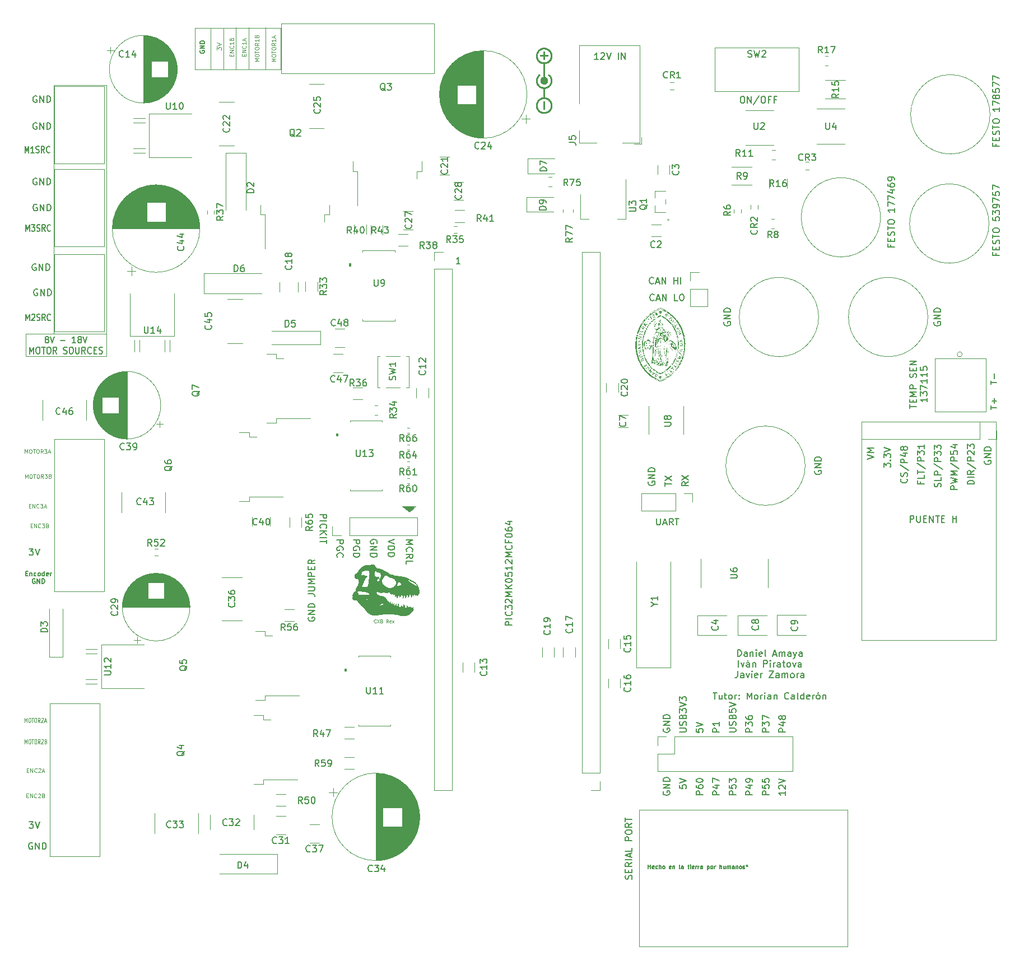
<source format=gbr>
%TF.GenerationSoftware,KiCad,Pcbnew,7.0.1*%
%TF.CreationDate,2023-04-10T20:01:29-05:00*%
%TF.ProjectId,Esquema_CBX_Rex,45737175-656d-4615-9f43-42585f526578,rev?*%
%TF.SameCoordinates,Original*%
%TF.FileFunction,Legend,Top*%
%TF.FilePolarity,Positive*%
%FSLAX46Y46*%
G04 Gerber Fmt 4.6, Leading zero omitted, Abs format (unit mm)*
G04 Created by KiCad (PCBNEW 7.0.1) date 2023-04-10 20:01:29*
%MOMM*%
%LPD*%
G01*
G04 APERTURE LIST*
%ADD10C,0.120000*%
%ADD11C,0.150000*%
%ADD12C,0.125000*%
%ADD13C,0.100000*%
G04 APERTURE END LIST*
D10*
X92710000Y-29260000D02*
X92710000Y-35560000D01*
X185360000Y-88840000D02*
X205660000Y-88840000D01*
X205660000Y-121840000D01*
X185360000Y-121840000D01*
X185360000Y-88840000D01*
X88900000Y-29325000D02*
X88900000Y-35625000D01*
X117000000Y-102500000D02*
X115920000Y-101630000D01*
X117960000Y-101630000D01*
X117000000Y-102500000D01*
G36*
X117000000Y-102500000D02*
G01*
X115920000Y-101630000D01*
X117960000Y-101630000D01*
X117000000Y-102500000D01*
G37*
X63246000Y-38005000D02*
X71230000Y-38005000D01*
X71230000Y-75565000D01*
X63246000Y-75565000D01*
X63246000Y-38005000D01*
X86995000Y-29315000D02*
X86995000Y-35615000D01*
X95250000Y-29260000D02*
X95250000Y-35560000D01*
X59020000Y-75565000D02*
X71230000Y-75565000D01*
X71230000Y-78975000D01*
X59020000Y-78975000D01*
X59020000Y-75565000D01*
X84625000Y-29305000D02*
X97595000Y-29305000D01*
X97595000Y-35615000D01*
X84625000Y-35615000D01*
X84625000Y-29305000D01*
X90805000Y-29260000D02*
X90805000Y-35560000D01*
D11*
X192700000Y-104062619D02*
X192700000Y-103062619D01*
X192700000Y-103062619D02*
X193080952Y-103062619D01*
X193080952Y-103062619D02*
X193176190Y-103110238D01*
X193176190Y-103110238D02*
X193223809Y-103157857D01*
X193223809Y-103157857D02*
X193271428Y-103253095D01*
X193271428Y-103253095D02*
X193271428Y-103395952D01*
X193271428Y-103395952D02*
X193223809Y-103491190D01*
X193223809Y-103491190D02*
X193176190Y-103538809D01*
X193176190Y-103538809D02*
X193080952Y-103586428D01*
X193080952Y-103586428D02*
X192700000Y-103586428D01*
X193700000Y-103062619D02*
X193700000Y-103872142D01*
X193700000Y-103872142D02*
X193747619Y-103967380D01*
X193747619Y-103967380D02*
X193795238Y-104015000D01*
X193795238Y-104015000D02*
X193890476Y-104062619D01*
X193890476Y-104062619D02*
X194080952Y-104062619D01*
X194080952Y-104062619D02*
X194176190Y-104015000D01*
X194176190Y-104015000D02*
X194223809Y-103967380D01*
X194223809Y-103967380D02*
X194271428Y-103872142D01*
X194271428Y-103872142D02*
X194271428Y-103062619D01*
X194747619Y-103538809D02*
X195080952Y-103538809D01*
X195223809Y-104062619D02*
X194747619Y-104062619D01*
X194747619Y-104062619D02*
X194747619Y-103062619D01*
X194747619Y-103062619D02*
X195223809Y-103062619D01*
X195652381Y-104062619D02*
X195652381Y-103062619D01*
X195652381Y-103062619D02*
X196223809Y-104062619D01*
X196223809Y-104062619D02*
X196223809Y-103062619D01*
X196557143Y-103062619D02*
X197128571Y-103062619D01*
X196842857Y-104062619D02*
X196842857Y-103062619D01*
X197461905Y-103538809D02*
X197795238Y-103538809D01*
X197938095Y-104062619D02*
X197461905Y-104062619D01*
X197461905Y-104062619D02*
X197461905Y-103062619D01*
X197461905Y-103062619D02*
X197938095Y-103062619D01*
X199128572Y-104062619D02*
X199128572Y-103062619D01*
X199128572Y-103538809D02*
X199700000Y-103538809D01*
X199700000Y-104062619D02*
X199700000Y-103062619D01*
X60038095Y-152545238D02*
X59942857Y-152497619D01*
X59942857Y-152497619D02*
X59800000Y-152497619D01*
X59800000Y-152497619D02*
X59657143Y-152545238D01*
X59657143Y-152545238D02*
X59561905Y-152640476D01*
X59561905Y-152640476D02*
X59514286Y-152735714D01*
X59514286Y-152735714D02*
X59466667Y-152926190D01*
X59466667Y-152926190D02*
X59466667Y-153069047D01*
X59466667Y-153069047D02*
X59514286Y-153259523D01*
X59514286Y-153259523D02*
X59561905Y-153354761D01*
X59561905Y-153354761D02*
X59657143Y-153450000D01*
X59657143Y-153450000D02*
X59800000Y-153497619D01*
X59800000Y-153497619D02*
X59895238Y-153497619D01*
X59895238Y-153497619D02*
X60038095Y-153450000D01*
X60038095Y-153450000D02*
X60085714Y-153402380D01*
X60085714Y-153402380D02*
X60085714Y-153069047D01*
X60085714Y-153069047D02*
X59895238Y-153069047D01*
X60514286Y-153497619D02*
X60514286Y-152497619D01*
X60514286Y-152497619D02*
X61085714Y-153497619D01*
X61085714Y-153497619D02*
X61085714Y-152497619D01*
X61561905Y-153497619D02*
X61561905Y-152497619D01*
X61561905Y-152497619D02*
X61800000Y-152497619D01*
X61800000Y-152497619D02*
X61942857Y-152545238D01*
X61942857Y-152545238D02*
X62038095Y-152640476D01*
X62038095Y-152640476D02*
X62085714Y-152735714D01*
X62085714Y-152735714D02*
X62133333Y-152926190D01*
X62133333Y-152926190D02*
X62133333Y-153069047D01*
X62133333Y-153069047D02*
X62085714Y-153259523D01*
X62085714Y-153259523D02*
X62038095Y-153354761D01*
X62038095Y-153354761D02*
X61942857Y-153450000D01*
X61942857Y-153450000D02*
X61800000Y-153497619D01*
X61800000Y-153497619D02*
X61561905Y-153497619D01*
D12*
X59214286Y-141563285D02*
X59414286Y-141563285D01*
X59500000Y-141877571D02*
X59214286Y-141877571D01*
X59214286Y-141877571D02*
X59214286Y-141277571D01*
X59214286Y-141277571D02*
X59500000Y-141277571D01*
X59757143Y-141877571D02*
X59757143Y-141277571D01*
X59757143Y-141277571D02*
X60100000Y-141877571D01*
X60100000Y-141877571D02*
X60100000Y-141277571D01*
X60728571Y-141820428D02*
X60699999Y-141849000D01*
X60699999Y-141849000D02*
X60614285Y-141877571D01*
X60614285Y-141877571D02*
X60557142Y-141877571D01*
X60557142Y-141877571D02*
X60471428Y-141849000D01*
X60471428Y-141849000D02*
X60414285Y-141791857D01*
X60414285Y-141791857D02*
X60385714Y-141734714D01*
X60385714Y-141734714D02*
X60357142Y-141620428D01*
X60357142Y-141620428D02*
X60357142Y-141534714D01*
X60357142Y-141534714D02*
X60385714Y-141420428D01*
X60385714Y-141420428D02*
X60414285Y-141363285D01*
X60414285Y-141363285D02*
X60471428Y-141306142D01*
X60471428Y-141306142D02*
X60557142Y-141277571D01*
X60557142Y-141277571D02*
X60614285Y-141277571D01*
X60614285Y-141277571D02*
X60699999Y-141306142D01*
X60699999Y-141306142D02*
X60728571Y-141334714D01*
X60957142Y-141334714D02*
X60985714Y-141306142D01*
X60985714Y-141306142D02*
X61042857Y-141277571D01*
X61042857Y-141277571D02*
X61185714Y-141277571D01*
X61185714Y-141277571D02*
X61242857Y-141306142D01*
X61242857Y-141306142D02*
X61271428Y-141334714D01*
X61271428Y-141334714D02*
X61299999Y-141391857D01*
X61299999Y-141391857D02*
X61299999Y-141449000D01*
X61299999Y-141449000D02*
X61271428Y-141534714D01*
X61271428Y-141534714D02*
X60928571Y-141877571D01*
X60928571Y-141877571D02*
X61299999Y-141877571D01*
X61528571Y-141706142D02*
X61814286Y-141706142D01*
X61471428Y-141877571D02*
X61671428Y-141277571D01*
X61671428Y-141277571D02*
X61871428Y-141877571D01*
D11*
X154404762Y-103462619D02*
X154404762Y-104272142D01*
X154404762Y-104272142D02*
X154452381Y-104367380D01*
X154452381Y-104367380D02*
X154500000Y-104415000D01*
X154500000Y-104415000D02*
X154595238Y-104462619D01*
X154595238Y-104462619D02*
X154785714Y-104462619D01*
X154785714Y-104462619D02*
X154880952Y-104415000D01*
X154880952Y-104415000D02*
X154928571Y-104367380D01*
X154928571Y-104367380D02*
X154976190Y-104272142D01*
X154976190Y-104272142D02*
X154976190Y-103462619D01*
X155404762Y-104176904D02*
X155880952Y-104176904D01*
X155309524Y-104462619D02*
X155642857Y-103462619D01*
X155642857Y-103462619D02*
X155976190Y-104462619D01*
X156880952Y-104462619D02*
X156547619Y-103986428D01*
X156309524Y-104462619D02*
X156309524Y-103462619D01*
X156309524Y-103462619D02*
X156690476Y-103462619D01*
X156690476Y-103462619D02*
X156785714Y-103510238D01*
X156785714Y-103510238D02*
X156833333Y-103557857D01*
X156833333Y-103557857D02*
X156880952Y-103653095D01*
X156880952Y-103653095D02*
X156880952Y-103795952D01*
X156880952Y-103795952D02*
X156833333Y-103891190D01*
X156833333Y-103891190D02*
X156785714Y-103938809D01*
X156785714Y-103938809D02*
X156690476Y-103986428D01*
X156690476Y-103986428D02*
X156309524Y-103986428D01*
X157166667Y-103462619D02*
X157738095Y-103462619D01*
X157452381Y-104462619D02*
X157452381Y-103462619D01*
X62142857Y-76381190D02*
X62057142Y-76333571D01*
X62057142Y-76333571D02*
X62014285Y-76285952D01*
X62014285Y-76285952D02*
X61971428Y-76190714D01*
X61971428Y-76190714D02*
X61971428Y-76143095D01*
X61971428Y-76143095D02*
X62014285Y-76047857D01*
X62014285Y-76047857D02*
X62057142Y-76000238D01*
X62057142Y-76000238D02*
X62142857Y-75952619D01*
X62142857Y-75952619D02*
X62314285Y-75952619D01*
X62314285Y-75952619D02*
X62400000Y-76000238D01*
X62400000Y-76000238D02*
X62442857Y-76047857D01*
X62442857Y-76047857D02*
X62485714Y-76143095D01*
X62485714Y-76143095D02*
X62485714Y-76190714D01*
X62485714Y-76190714D02*
X62442857Y-76285952D01*
X62442857Y-76285952D02*
X62400000Y-76333571D01*
X62400000Y-76333571D02*
X62314285Y-76381190D01*
X62314285Y-76381190D02*
X62142857Y-76381190D01*
X62142857Y-76381190D02*
X62057142Y-76428809D01*
X62057142Y-76428809D02*
X62014285Y-76476428D01*
X62014285Y-76476428D02*
X61971428Y-76571666D01*
X61971428Y-76571666D02*
X61971428Y-76762142D01*
X61971428Y-76762142D02*
X62014285Y-76857380D01*
X62014285Y-76857380D02*
X62057142Y-76905000D01*
X62057142Y-76905000D02*
X62142857Y-76952619D01*
X62142857Y-76952619D02*
X62314285Y-76952619D01*
X62314285Y-76952619D02*
X62400000Y-76905000D01*
X62400000Y-76905000D02*
X62442857Y-76857380D01*
X62442857Y-76857380D02*
X62485714Y-76762142D01*
X62485714Y-76762142D02*
X62485714Y-76571666D01*
X62485714Y-76571666D02*
X62442857Y-76476428D01*
X62442857Y-76476428D02*
X62400000Y-76428809D01*
X62400000Y-76428809D02*
X62314285Y-76381190D01*
X62742857Y-75952619D02*
X63042857Y-76952619D01*
X63042857Y-76952619D02*
X63342857Y-75952619D01*
X64328571Y-76571666D02*
X65014286Y-76571666D01*
X66600000Y-76952619D02*
X66085714Y-76952619D01*
X66342857Y-76952619D02*
X66342857Y-75952619D01*
X66342857Y-75952619D02*
X66257143Y-76095476D01*
X66257143Y-76095476D02*
X66171428Y-76190714D01*
X66171428Y-76190714D02*
X66085714Y-76238333D01*
X67114286Y-76381190D02*
X67028571Y-76333571D01*
X67028571Y-76333571D02*
X66985714Y-76285952D01*
X66985714Y-76285952D02*
X66942857Y-76190714D01*
X66942857Y-76190714D02*
X66942857Y-76143095D01*
X66942857Y-76143095D02*
X66985714Y-76047857D01*
X66985714Y-76047857D02*
X67028571Y-76000238D01*
X67028571Y-76000238D02*
X67114286Y-75952619D01*
X67114286Y-75952619D02*
X67285714Y-75952619D01*
X67285714Y-75952619D02*
X67371429Y-76000238D01*
X67371429Y-76000238D02*
X67414286Y-76047857D01*
X67414286Y-76047857D02*
X67457143Y-76143095D01*
X67457143Y-76143095D02*
X67457143Y-76190714D01*
X67457143Y-76190714D02*
X67414286Y-76285952D01*
X67414286Y-76285952D02*
X67371429Y-76333571D01*
X67371429Y-76333571D02*
X67285714Y-76381190D01*
X67285714Y-76381190D02*
X67114286Y-76381190D01*
X67114286Y-76381190D02*
X67028571Y-76428809D01*
X67028571Y-76428809D02*
X66985714Y-76476428D01*
X66985714Y-76476428D02*
X66942857Y-76571666D01*
X66942857Y-76571666D02*
X66942857Y-76762142D01*
X66942857Y-76762142D02*
X66985714Y-76857380D01*
X66985714Y-76857380D02*
X67028571Y-76905000D01*
X67028571Y-76905000D02*
X67114286Y-76952619D01*
X67114286Y-76952619D02*
X67285714Y-76952619D01*
X67285714Y-76952619D02*
X67371429Y-76905000D01*
X67371429Y-76905000D02*
X67414286Y-76857380D01*
X67414286Y-76857380D02*
X67457143Y-76762142D01*
X67457143Y-76762142D02*
X67457143Y-76571666D01*
X67457143Y-76571666D02*
X67414286Y-76476428D01*
X67414286Y-76476428D02*
X67371429Y-76428809D01*
X67371429Y-76428809D02*
X67285714Y-76381190D01*
X67714286Y-75952619D02*
X68014286Y-76952619D01*
X68014286Y-76952619D02*
X68314286Y-75952619D01*
X59614286Y-78572619D02*
X59614286Y-77572619D01*
X59614286Y-77572619D02*
X59914286Y-78286904D01*
X59914286Y-78286904D02*
X60214286Y-77572619D01*
X60214286Y-77572619D02*
X60214286Y-78572619D01*
X60814286Y-77572619D02*
X60985714Y-77572619D01*
X60985714Y-77572619D02*
X61071429Y-77620238D01*
X61071429Y-77620238D02*
X61157143Y-77715476D01*
X61157143Y-77715476D02*
X61200000Y-77905952D01*
X61200000Y-77905952D02*
X61200000Y-78239285D01*
X61200000Y-78239285D02*
X61157143Y-78429761D01*
X61157143Y-78429761D02*
X61071429Y-78525000D01*
X61071429Y-78525000D02*
X60985714Y-78572619D01*
X60985714Y-78572619D02*
X60814286Y-78572619D01*
X60814286Y-78572619D02*
X60728572Y-78525000D01*
X60728572Y-78525000D02*
X60642857Y-78429761D01*
X60642857Y-78429761D02*
X60600000Y-78239285D01*
X60600000Y-78239285D02*
X60600000Y-77905952D01*
X60600000Y-77905952D02*
X60642857Y-77715476D01*
X60642857Y-77715476D02*
X60728572Y-77620238D01*
X60728572Y-77620238D02*
X60814286Y-77572619D01*
X61457143Y-77572619D02*
X61971429Y-77572619D01*
X61714286Y-78572619D02*
X61714286Y-77572619D01*
X62442857Y-77572619D02*
X62614285Y-77572619D01*
X62614285Y-77572619D02*
X62700000Y-77620238D01*
X62700000Y-77620238D02*
X62785714Y-77715476D01*
X62785714Y-77715476D02*
X62828571Y-77905952D01*
X62828571Y-77905952D02*
X62828571Y-78239285D01*
X62828571Y-78239285D02*
X62785714Y-78429761D01*
X62785714Y-78429761D02*
X62700000Y-78525000D01*
X62700000Y-78525000D02*
X62614285Y-78572619D01*
X62614285Y-78572619D02*
X62442857Y-78572619D01*
X62442857Y-78572619D02*
X62357143Y-78525000D01*
X62357143Y-78525000D02*
X62271428Y-78429761D01*
X62271428Y-78429761D02*
X62228571Y-78239285D01*
X62228571Y-78239285D02*
X62228571Y-77905952D01*
X62228571Y-77905952D02*
X62271428Y-77715476D01*
X62271428Y-77715476D02*
X62357143Y-77620238D01*
X62357143Y-77620238D02*
X62442857Y-77572619D01*
X63728571Y-78572619D02*
X63428571Y-78096428D01*
X63214285Y-78572619D02*
X63214285Y-77572619D01*
X63214285Y-77572619D02*
X63557142Y-77572619D01*
X63557142Y-77572619D02*
X63642857Y-77620238D01*
X63642857Y-77620238D02*
X63685714Y-77667857D01*
X63685714Y-77667857D02*
X63728571Y-77763095D01*
X63728571Y-77763095D02*
X63728571Y-77905952D01*
X63728571Y-77905952D02*
X63685714Y-78001190D01*
X63685714Y-78001190D02*
X63642857Y-78048809D01*
X63642857Y-78048809D02*
X63557142Y-78096428D01*
X63557142Y-78096428D02*
X63214285Y-78096428D01*
X64757142Y-78525000D02*
X64885714Y-78572619D01*
X64885714Y-78572619D02*
X65099999Y-78572619D01*
X65099999Y-78572619D02*
X65185714Y-78525000D01*
X65185714Y-78525000D02*
X65228571Y-78477380D01*
X65228571Y-78477380D02*
X65271428Y-78382142D01*
X65271428Y-78382142D02*
X65271428Y-78286904D01*
X65271428Y-78286904D02*
X65228571Y-78191666D01*
X65228571Y-78191666D02*
X65185714Y-78144047D01*
X65185714Y-78144047D02*
X65099999Y-78096428D01*
X65099999Y-78096428D02*
X64928571Y-78048809D01*
X64928571Y-78048809D02*
X64842856Y-78001190D01*
X64842856Y-78001190D02*
X64799999Y-77953571D01*
X64799999Y-77953571D02*
X64757142Y-77858333D01*
X64757142Y-77858333D02*
X64757142Y-77763095D01*
X64757142Y-77763095D02*
X64799999Y-77667857D01*
X64799999Y-77667857D02*
X64842856Y-77620238D01*
X64842856Y-77620238D02*
X64928571Y-77572619D01*
X64928571Y-77572619D02*
X65142856Y-77572619D01*
X65142856Y-77572619D02*
X65271428Y-77620238D01*
X65828571Y-77572619D02*
X65999999Y-77572619D01*
X65999999Y-77572619D02*
X66085714Y-77620238D01*
X66085714Y-77620238D02*
X66171428Y-77715476D01*
X66171428Y-77715476D02*
X66214285Y-77905952D01*
X66214285Y-77905952D02*
X66214285Y-78239285D01*
X66214285Y-78239285D02*
X66171428Y-78429761D01*
X66171428Y-78429761D02*
X66085714Y-78525000D01*
X66085714Y-78525000D02*
X65999999Y-78572619D01*
X65999999Y-78572619D02*
X65828571Y-78572619D01*
X65828571Y-78572619D02*
X65742857Y-78525000D01*
X65742857Y-78525000D02*
X65657142Y-78429761D01*
X65657142Y-78429761D02*
X65614285Y-78239285D01*
X65614285Y-78239285D02*
X65614285Y-77905952D01*
X65614285Y-77905952D02*
X65657142Y-77715476D01*
X65657142Y-77715476D02*
X65742857Y-77620238D01*
X65742857Y-77620238D02*
X65828571Y-77572619D01*
X66599999Y-77572619D02*
X66599999Y-78382142D01*
X66599999Y-78382142D02*
X66642856Y-78477380D01*
X66642856Y-78477380D02*
X66685714Y-78525000D01*
X66685714Y-78525000D02*
X66771428Y-78572619D01*
X66771428Y-78572619D02*
X66942856Y-78572619D01*
X66942856Y-78572619D02*
X67028571Y-78525000D01*
X67028571Y-78525000D02*
X67071428Y-78477380D01*
X67071428Y-78477380D02*
X67114285Y-78382142D01*
X67114285Y-78382142D02*
X67114285Y-77572619D01*
X68057142Y-78572619D02*
X67757142Y-78096428D01*
X67542856Y-78572619D02*
X67542856Y-77572619D01*
X67542856Y-77572619D02*
X67885713Y-77572619D01*
X67885713Y-77572619D02*
X67971428Y-77620238D01*
X67971428Y-77620238D02*
X68014285Y-77667857D01*
X68014285Y-77667857D02*
X68057142Y-77763095D01*
X68057142Y-77763095D02*
X68057142Y-77905952D01*
X68057142Y-77905952D02*
X68014285Y-78001190D01*
X68014285Y-78001190D02*
X67971428Y-78048809D01*
X67971428Y-78048809D02*
X67885713Y-78096428D01*
X67885713Y-78096428D02*
X67542856Y-78096428D01*
X68957142Y-78477380D02*
X68914285Y-78525000D01*
X68914285Y-78525000D02*
X68785713Y-78572619D01*
X68785713Y-78572619D02*
X68699999Y-78572619D01*
X68699999Y-78572619D02*
X68571428Y-78525000D01*
X68571428Y-78525000D02*
X68485713Y-78429761D01*
X68485713Y-78429761D02*
X68442856Y-78334523D01*
X68442856Y-78334523D02*
X68399999Y-78144047D01*
X68399999Y-78144047D02*
X68399999Y-78001190D01*
X68399999Y-78001190D02*
X68442856Y-77810714D01*
X68442856Y-77810714D02*
X68485713Y-77715476D01*
X68485713Y-77715476D02*
X68571428Y-77620238D01*
X68571428Y-77620238D02*
X68699999Y-77572619D01*
X68699999Y-77572619D02*
X68785713Y-77572619D01*
X68785713Y-77572619D02*
X68914285Y-77620238D01*
X68914285Y-77620238D02*
X68957142Y-77667857D01*
X69342856Y-78048809D02*
X69642856Y-78048809D01*
X69771428Y-78572619D02*
X69342856Y-78572619D01*
X69342856Y-78572619D02*
X69342856Y-77572619D01*
X69342856Y-77572619D02*
X69771428Y-77572619D01*
X70114285Y-78525000D02*
X70242857Y-78572619D01*
X70242857Y-78572619D02*
X70457142Y-78572619D01*
X70457142Y-78572619D02*
X70542857Y-78525000D01*
X70542857Y-78525000D02*
X70585714Y-78477380D01*
X70585714Y-78477380D02*
X70628571Y-78382142D01*
X70628571Y-78382142D02*
X70628571Y-78286904D01*
X70628571Y-78286904D02*
X70585714Y-78191666D01*
X70585714Y-78191666D02*
X70542857Y-78144047D01*
X70542857Y-78144047D02*
X70457142Y-78096428D01*
X70457142Y-78096428D02*
X70285714Y-78048809D01*
X70285714Y-78048809D02*
X70199999Y-78001190D01*
X70199999Y-78001190D02*
X70157142Y-77953571D01*
X70157142Y-77953571D02*
X70114285Y-77858333D01*
X70114285Y-77858333D02*
X70114285Y-77763095D01*
X70114285Y-77763095D02*
X70157142Y-77667857D01*
X70157142Y-77667857D02*
X70199999Y-77620238D01*
X70199999Y-77620238D02*
X70285714Y-77572619D01*
X70285714Y-77572619D02*
X70499999Y-77572619D01*
X70499999Y-77572619D02*
X70628571Y-77620238D01*
X194298809Y-97928571D02*
X194298809Y-98261904D01*
X194822619Y-98261904D02*
X193822619Y-98261904D01*
X193822619Y-98261904D02*
X193822619Y-97785714D01*
X194822619Y-96928571D02*
X194822619Y-97404761D01*
X194822619Y-97404761D02*
X193822619Y-97404761D01*
X193822619Y-96738094D02*
X193822619Y-96166666D01*
X194822619Y-96452380D02*
X193822619Y-96452380D01*
X193775000Y-95119047D02*
X195060714Y-95976189D01*
X194822619Y-94785713D02*
X193822619Y-94785713D01*
X193822619Y-94785713D02*
X193822619Y-94404761D01*
X193822619Y-94404761D02*
X193870238Y-94309523D01*
X193870238Y-94309523D02*
X193917857Y-94261904D01*
X193917857Y-94261904D02*
X194013095Y-94214285D01*
X194013095Y-94214285D02*
X194155952Y-94214285D01*
X194155952Y-94214285D02*
X194251190Y-94261904D01*
X194251190Y-94261904D02*
X194298809Y-94309523D01*
X194298809Y-94309523D02*
X194346428Y-94404761D01*
X194346428Y-94404761D02*
X194346428Y-94785713D01*
X193822619Y-93880951D02*
X193822619Y-93261904D01*
X193822619Y-93261904D02*
X194203571Y-93595237D01*
X194203571Y-93595237D02*
X194203571Y-93452380D01*
X194203571Y-93452380D02*
X194251190Y-93357142D01*
X194251190Y-93357142D02*
X194298809Y-93309523D01*
X194298809Y-93309523D02*
X194394047Y-93261904D01*
X194394047Y-93261904D02*
X194632142Y-93261904D01*
X194632142Y-93261904D02*
X194727380Y-93309523D01*
X194727380Y-93309523D02*
X194775000Y-93357142D01*
X194775000Y-93357142D02*
X194822619Y-93452380D01*
X194822619Y-93452380D02*
X194822619Y-93738094D01*
X194822619Y-93738094D02*
X194775000Y-93833332D01*
X194775000Y-93833332D02*
X194727380Y-93880951D01*
X194822619Y-92309523D02*
X194822619Y-92880951D01*
X194822619Y-92595237D02*
X193822619Y-92595237D01*
X193822619Y-92595237D02*
X193965476Y-92690475D01*
X193965476Y-92690475D02*
X194060714Y-92785713D01*
X194060714Y-92785713D02*
X194108333Y-92880951D01*
X108537380Y-106738095D02*
X109537380Y-106738095D01*
X109537380Y-106738095D02*
X109537380Y-107119047D01*
X109537380Y-107119047D02*
X109489761Y-107214285D01*
X109489761Y-107214285D02*
X109442142Y-107261904D01*
X109442142Y-107261904D02*
X109346904Y-107309523D01*
X109346904Y-107309523D02*
X109204047Y-107309523D01*
X109204047Y-107309523D02*
X109108809Y-107261904D01*
X109108809Y-107261904D02*
X109061190Y-107214285D01*
X109061190Y-107214285D02*
X109013571Y-107119047D01*
X109013571Y-107119047D02*
X109013571Y-106738095D01*
X109489761Y-108261904D02*
X109537380Y-108166666D01*
X109537380Y-108166666D02*
X109537380Y-108023809D01*
X109537380Y-108023809D02*
X109489761Y-107880952D01*
X109489761Y-107880952D02*
X109394523Y-107785714D01*
X109394523Y-107785714D02*
X109299285Y-107738095D01*
X109299285Y-107738095D02*
X109108809Y-107690476D01*
X109108809Y-107690476D02*
X108965952Y-107690476D01*
X108965952Y-107690476D02*
X108775476Y-107738095D01*
X108775476Y-107738095D02*
X108680238Y-107785714D01*
X108680238Y-107785714D02*
X108585000Y-107880952D01*
X108585000Y-107880952D02*
X108537380Y-108023809D01*
X108537380Y-108023809D02*
X108537380Y-108119047D01*
X108537380Y-108119047D02*
X108585000Y-108261904D01*
X108585000Y-108261904D02*
X108632619Y-108309523D01*
X108632619Y-108309523D02*
X108965952Y-108309523D01*
X108965952Y-108309523D02*
X108965952Y-108119047D01*
X108537380Y-108738095D02*
X109537380Y-108738095D01*
X109537380Y-108738095D02*
X109537380Y-108976190D01*
X109537380Y-108976190D02*
X109489761Y-109119047D01*
X109489761Y-109119047D02*
X109394523Y-109214285D01*
X109394523Y-109214285D02*
X109299285Y-109261904D01*
X109299285Y-109261904D02*
X109108809Y-109309523D01*
X109108809Y-109309523D02*
X108965952Y-109309523D01*
X108965952Y-109309523D02*
X108775476Y-109261904D01*
X108775476Y-109261904D02*
X108680238Y-109214285D01*
X108680238Y-109214285D02*
X108585000Y-109119047D01*
X108585000Y-109119047D02*
X108537380Y-108976190D01*
X108537380Y-108976190D02*
X108537380Y-108738095D01*
X205678809Y-46838571D02*
X205678809Y-47171904D01*
X206202619Y-47171904D02*
X205202619Y-47171904D01*
X205202619Y-47171904D02*
X205202619Y-46695714D01*
X205678809Y-46314761D02*
X205678809Y-45981428D01*
X206202619Y-45838571D02*
X206202619Y-46314761D01*
X206202619Y-46314761D02*
X205202619Y-46314761D01*
X205202619Y-46314761D02*
X205202619Y-45838571D01*
X206155000Y-45457618D02*
X206202619Y-45314761D01*
X206202619Y-45314761D02*
X206202619Y-45076666D01*
X206202619Y-45076666D02*
X206155000Y-44981428D01*
X206155000Y-44981428D02*
X206107380Y-44933809D01*
X206107380Y-44933809D02*
X206012142Y-44886190D01*
X206012142Y-44886190D02*
X205916904Y-44886190D01*
X205916904Y-44886190D02*
X205821666Y-44933809D01*
X205821666Y-44933809D02*
X205774047Y-44981428D01*
X205774047Y-44981428D02*
X205726428Y-45076666D01*
X205726428Y-45076666D02*
X205678809Y-45267142D01*
X205678809Y-45267142D02*
X205631190Y-45362380D01*
X205631190Y-45362380D02*
X205583571Y-45409999D01*
X205583571Y-45409999D02*
X205488333Y-45457618D01*
X205488333Y-45457618D02*
X205393095Y-45457618D01*
X205393095Y-45457618D02*
X205297857Y-45409999D01*
X205297857Y-45409999D02*
X205250238Y-45362380D01*
X205250238Y-45362380D02*
X205202619Y-45267142D01*
X205202619Y-45267142D02*
X205202619Y-45029047D01*
X205202619Y-45029047D02*
X205250238Y-44886190D01*
X205202619Y-44600475D02*
X205202619Y-44029047D01*
X206202619Y-44314761D02*
X205202619Y-44314761D01*
X205202619Y-43505237D02*
X205202619Y-43314761D01*
X205202619Y-43314761D02*
X205250238Y-43219523D01*
X205250238Y-43219523D02*
X205345476Y-43124285D01*
X205345476Y-43124285D02*
X205535952Y-43076666D01*
X205535952Y-43076666D02*
X205869285Y-43076666D01*
X205869285Y-43076666D02*
X206059761Y-43124285D01*
X206059761Y-43124285D02*
X206155000Y-43219523D01*
X206155000Y-43219523D02*
X206202619Y-43314761D01*
X206202619Y-43314761D02*
X206202619Y-43505237D01*
X206202619Y-43505237D02*
X206155000Y-43600475D01*
X206155000Y-43600475D02*
X206059761Y-43695713D01*
X206059761Y-43695713D02*
X205869285Y-43743332D01*
X205869285Y-43743332D02*
X205535952Y-43743332D01*
X205535952Y-43743332D02*
X205345476Y-43695713D01*
X205345476Y-43695713D02*
X205250238Y-43600475D01*
X205250238Y-43600475D02*
X205202619Y-43505237D01*
X206202619Y-41362380D02*
X206202619Y-41933808D01*
X206202619Y-41648094D02*
X205202619Y-41648094D01*
X205202619Y-41648094D02*
X205345476Y-41743332D01*
X205345476Y-41743332D02*
X205440714Y-41838570D01*
X205440714Y-41838570D02*
X205488333Y-41933808D01*
X205202619Y-41029046D02*
X205202619Y-40362380D01*
X205202619Y-40362380D02*
X206202619Y-40790951D01*
X205631190Y-39838570D02*
X205583571Y-39933808D01*
X205583571Y-39933808D02*
X205535952Y-39981427D01*
X205535952Y-39981427D02*
X205440714Y-40029046D01*
X205440714Y-40029046D02*
X205393095Y-40029046D01*
X205393095Y-40029046D02*
X205297857Y-39981427D01*
X205297857Y-39981427D02*
X205250238Y-39933808D01*
X205250238Y-39933808D02*
X205202619Y-39838570D01*
X205202619Y-39838570D02*
X205202619Y-39648094D01*
X205202619Y-39648094D02*
X205250238Y-39552856D01*
X205250238Y-39552856D02*
X205297857Y-39505237D01*
X205297857Y-39505237D02*
X205393095Y-39457618D01*
X205393095Y-39457618D02*
X205440714Y-39457618D01*
X205440714Y-39457618D02*
X205535952Y-39505237D01*
X205535952Y-39505237D02*
X205583571Y-39552856D01*
X205583571Y-39552856D02*
X205631190Y-39648094D01*
X205631190Y-39648094D02*
X205631190Y-39838570D01*
X205631190Y-39838570D02*
X205678809Y-39933808D01*
X205678809Y-39933808D02*
X205726428Y-39981427D01*
X205726428Y-39981427D02*
X205821666Y-40029046D01*
X205821666Y-40029046D02*
X206012142Y-40029046D01*
X206012142Y-40029046D02*
X206107380Y-39981427D01*
X206107380Y-39981427D02*
X206155000Y-39933808D01*
X206155000Y-39933808D02*
X206202619Y-39838570D01*
X206202619Y-39838570D02*
X206202619Y-39648094D01*
X206202619Y-39648094D02*
X206155000Y-39552856D01*
X206155000Y-39552856D02*
X206107380Y-39505237D01*
X206107380Y-39505237D02*
X206012142Y-39457618D01*
X206012142Y-39457618D02*
X205821666Y-39457618D01*
X205821666Y-39457618D02*
X205726428Y-39505237D01*
X205726428Y-39505237D02*
X205678809Y-39552856D01*
X205678809Y-39552856D02*
X205631190Y-39648094D01*
X205202619Y-38552856D02*
X205202619Y-39029046D01*
X205202619Y-39029046D02*
X205678809Y-39076665D01*
X205678809Y-39076665D02*
X205631190Y-39029046D01*
X205631190Y-39029046D02*
X205583571Y-38933808D01*
X205583571Y-38933808D02*
X205583571Y-38695713D01*
X205583571Y-38695713D02*
X205631190Y-38600475D01*
X205631190Y-38600475D02*
X205678809Y-38552856D01*
X205678809Y-38552856D02*
X205774047Y-38505237D01*
X205774047Y-38505237D02*
X206012142Y-38505237D01*
X206012142Y-38505237D02*
X206107380Y-38552856D01*
X206107380Y-38552856D02*
X206155000Y-38600475D01*
X206155000Y-38600475D02*
X206202619Y-38695713D01*
X206202619Y-38695713D02*
X206202619Y-38933808D01*
X206202619Y-38933808D02*
X206155000Y-39029046D01*
X206155000Y-39029046D02*
X206107380Y-39076665D01*
X205202619Y-38171903D02*
X205202619Y-37505237D01*
X205202619Y-37505237D02*
X206202619Y-37933808D01*
X205202619Y-37219522D02*
X205202619Y-36552856D01*
X205202619Y-36552856D02*
X206202619Y-36981427D01*
X153142857Y-156426571D02*
X153142857Y-155826571D01*
X153142857Y-156112285D02*
X153485714Y-156112285D01*
X153485714Y-156426571D02*
X153485714Y-155826571D01*
X153999999Y-156398000D02*
X153942856Y-156426571D01*
X153942856Y-156426571D02*
X153828571Y-156426571D01*
X153828571Y-156426571D02*
X153771428Y-156398000D01*
X153771428Y-156398000D02*
X153742856Y-156340857D01*
X153742856Y-156340857D02*
X153742856Y-156112285D01*
X153742856Y-156112285D02*
X153771428Y-156055142D01*
X153771428Y-156055142D02*
X153828571Y-156026571D01*
X153828571Y-156026571D02*
X153942856Y-156026571D01*
X153942856Y-156026571D02*
X153999999Y-156055142D01*
X153999999Y-156055142D02*
X154028571Y-156112285D01*
X154028571Y-156112285D02*
X154028571Y-156169428D01*
X154028571Y-156169428D02*
X153742856Y-156226571D01*
X154542857Y-156398000D02*
X154485714Y-156426571D01*
X154485714Y-156426571D02*
X154371428Y-156426571D01*
X154371428Y-156426571D02*
X154314285Y-156398000D01*
X154314285Y-156398000D02*
X154285714Y-156369428D01*
X154285714Y-156369428D02*
X154257142Y-156312285D01*
X154257142Y-156312285D02*
X154257142Y-156140857D01*
X154257142Y-156140857D02*
X154285714Y-156083714D01*
X154285714Y-156083714D02*
X154314285Y-156055142D01*
X154314285Y-156055142D02*
X154371428Y-156026571D01*
X154371428Y-156026571D02*
X154485714Y-156026571D01*
X154485714Y-156026571D02*
X154542857Y-156055142D01*
X154800000Y-156426571D02*
X154800000Y-155826571D01*
X155057143Y-156426571D02*
X155057143Y-156112285D01*
X155057143Y-156112285D02*
X155028571Y-156055142D01*
X155028571Y-156055142D02*
X154971428Y-156026571D01*
X154971428Y-156026571D02*
X154885714Y-156026571D01*
X154885714Y-156026571D02*
X154828571Y-156055142D01*
X154828571Y-156055142D02*
X154800000Y-156083714D01*
X155428571Y-156426571D02*
X155371428Y-156398000D01*
X155371428Y-156398000D02*
X155342857Y-156369428D01*
X155342857Y-156369428D02*
X155314285Y-156312285D01*
X155314285Y-156312285D02*
X155314285Y-156140857D01*
X155314285Y-156140857D02*
X155342857Y-156083714D01*
X155342857Y-156083714D02*
X155371428Y-156055142D01*
X155371428Y-156055142D02*
X155428571Y-156026571D01*
X155428571Y-156026571D02*
X155514285Y-156026571D01*
X155514285Y-156026571D02*
X155571428Y-156055142D01*
X155571428Y-156055142D02*
X155600000Y-156083714D01*
X155600000Y-156083714D02*
X155628571Y-156140857D01*
X155628571Y-156140857D02*
X155628571Y-156312285D01*
X155628571Y-156312285D02*
X155600000Y-156369428D01*
X155600000Y-156369428D02*
X155571428Y-156398000D01*
X155571428Y-156398000D02*
X155514285Y-156426571D01*
X155514285Y-156426571D02*
X155428571Y-156426571D01*
X156571428Y-156398000D02*
X156514285Y-156426571D01*
X156514285Y-156426571D02*
X156400000Y-156426571D01*
X156400000Y-156426571D02*
X156342857Y-156398000D01*
X156342857Y-156398000D02*
X156314285Y-156340857D01*
X156314285Y-156340857D02*
X156314285Y-156112285D01*
X156314285Y-156112285D02*
X156342857Y-156055142D01*
X156342857Y-156055142D02*
X156400000Y-156026571D01*
X156400000Y-156026571D02*
X156514285Y-156026571D01*
X156514285Y-156026571D02*
X156571428Y-156055142D01*
X156571428Y-156055142D02*
X156600000Y-156112285D01*
X156600000Y-156112285D02*
X156600000Y-156169428D01*
X156600000Y-156169428D02*
X156314285Y-156226571D01*
X156857143Y-156026571D02*
X156857143Y-156426571D01*
X156857143Y-156083714D02*
X156885714Y-156055142D01*
X156885714Y-156055142D02*
X156942857Y-156026571D01*
X156942857Y-156026571D02*
X157028571Y-156026571D01*
X157028571Y-156026571D02*
X157085714Y-156055142D01*
X157085714Y-156055142D02*
X157114286Y-156112285D01*
X157114286Y-156112285D02*
X157114286Y-156426571D01*
X157942857Y-156426571D02*
X157885714Y-156398000D01*
X157885714Y-156398000D02*
X157857143Y-156340857D01*
X157857143Y-156340857D02*
X157857143Y-155826571D01*
X158428572Y-156426571D02*
X158428572Y-156112285D01*
X158428572Y-156112285D02*
X158400000Y-156055142D01*
X158400000Y-156055142D02*
X158342857Y-156026571D01*
X158342857Y-156026571D02*
X158228572Y-156026571D01*
X158228572Y-156026571D02*
X158171429Y-156055142D01*
X158428572Y-156398000D02*
X158371429Y-156426571D01*
X158371429Y-156426571D02*
X158228572Y-156426571D01*
X158228572Y-156426571D02*
X158171429Y-156398000D01*
X158171429Y-156398000D02*
X158142857Y-156340857D01*
X158142857Y-156340857D02*
X158142857Y-156283714D01*
X158142857Y-156283714D02*
X158171429Y-156226571D01*
X158171429Y-156226571D02*
X158228572Y-156198000D01*
X158228572Y-156198000D02*
X158371429Y-156198000D01*
X158371429Y-156198000D02*
X158428572Y-156169428D01*
X159085714Y-156026571D02*
X159314286Y-156026571D01*
X159171429Y-155826571D02*
X159171429Y-156340857D01*
X159171429Y-156340857D02*
X159200000Y-156398000D01*
X159200000Y-156398000D02*
X159257143Y-156426571D01*
X159257143Y-156426571D02*
X159314286Y-156426571D01*
X159514286Y-156426571D02*
X159514286Y-156026571D01*
X159514286Y-155826571D02*
X159485714Y-155855142D01*
X159485714Y-155855142D02*
X159514286Y-155883714D01*
X159514286Y-155883714D02*
X159542857Y-155855142D01*
X159542857Y-155855142D02*
X159514286Y-155826571D01*
X159514286Y-155826571D02*
X159514286Y-155883714D01*
X160028571Y-156398000D02*
X159971428Y-156426571D01*
X159971428Y-156426571D02*
X159857143Y-156426571D01*
X159857143Y-156426571D02*
X159800000Y-156398000D01*
X159800000Y-156398000D02*
X159771428Y-156340857D01*
X159771428Y-156340857D02*
X159771428Y-156112285D01*
X159771428Y-156112285D02*
X159800000Y-156055142D01*
X159800000Y-156055142D02*
X159857143Y-156026571D01*
X159857143Y-156026571D02*
X159971428Y-156026571D01*
X159971428Y-156026571D02*
X160028571Y-156055142D01*
X160028571Y-156055142D02*
X160057143Y-156112285D01*
X160057143Y-156112285D02*
X160057143Y-156169428D01*
X160057143Y-156169428D02*
X159771428Y-156226571D01*
X160314286Y-156426571D02*
X160314286Y-156026571D01*
X160314286Y-156140857D02*
X160342857Y-156083714D01*
X160342857Y-156083714D02*
X160371429Y-156055142D01*
X160371429Y-156055142D02*
X160428571Y-156026571D01*
X160428571Y-156026571D02*
X160485714Y-156026571D01*
X160685715Y-156426571D02*
X160685715Y-156026571D01*
X160685715Y-156140857D02*
X160714286Y-156083714D01*
X160714286Y-156083714D02*
X160742858Y-156055142D01*
X160742858Y-156055142D02*
X160800000Y-156026571D01*
X160800000Y-156026571D02*
X160857143Y-156026571D01*
X161314287Y-156426571D02*
X161314287Y-156112285D01*
X161314287Y-156112285D02*
X161285715Y-156055142D01*
X161285715Y-156055142D02*
X161228572Y-156026571D01*
X161228572Y-156026571D02*
X161114287Y-156026571D01*
X161114287Y-156026571D02*
X161057144Y-156055142D01*
X161314287Y-156398000D02*
X161257144Y-156426571D01*
X161257144Y-156426571D02*
X161114287Y-156426571D01*
X161114287Y-156426571D02*
X161057144Y-156398000D01*
X161057144Y-156398000D02*
X161028572Y-156340857D01*
X161028572Y-156340857D02*
X161028572Y-156283714D01*
X161028572Y-156283714D02*
X161057144Y-156226571D01*
X161057144Y-156226571D02*
X161114287Y-156198000D01*
X161114287Y-156198000D02*
X161257144Y-156198000D01*
X161257144Y-156198000D02*
X161314287Y-156169428D01*
X162057144Y-156026571D02*
X162057144Y-156626571D01*
X162057144Y-156055142D02*
X162114287Y-156026571D01*
X162114287Y-156026571D02*
X162228572Y-156026571D01*
X162228572Y-156026571D02*
X162285715Y-156055142D01*
X162285715Y-156055142D02*
X162314287Y-156083714D01*
X162314287Y-156083714D02*
X162342858Y-156140857D01*
X162342858Y-156140857D02*
X162342858Y-156312285D01*
X162342858Y-156312285D02*
X162314287Y-156369428D01*
X162314287Y-156369428D02*
X162285715Y-156398000D01*
X162285715Y-156398000D02*
X162228572Y-156426571D01*
X162228572Y-156426571D02*
X162114287Y-156426571D01*
X162114287Y-156426571D02*
X162057144Y-156398000D01*
X162685715Y-156426571D02*
X162628572Y-156398000D01*
X162628572Y-156398000D02*
X162600001Y-156369428D01*
X162600001Y-156369428D02*
X162571429Y-156312285D01*
X162571429Y-156312285D02*
X162571429Y-156140857D01*
X162571429Y-156140857D02*
X162600001Y-156083714D01*
X162600001Y-156083714D02*
X162628572Y-156055142D01*
X162628572Y-156055142D02*
X162685715Y-156026571D01*
X162685715Y-156026571D02*
X162771429Y-156026571D01*
X162771429Y-156026571D02*
X162828572Y-156055142D01*
X162828572Y-156055142D02*
X162857144Y-156083714D01*
X162857144Y-156083714D02*
X162885715Y-156140857D01*
X162885715Y-156140857D02*
X162885715Y-156312285D01*
X162885715Y-156312285D02*
X162857144Y-156369428D01*
X162857144Y-156369428D02*
X162828572Y-156398000D01*
X162828572Y-156398000D02*
X162771429Y-156426571D01*
X162771429Y-156426571D02*
X162685715Y-156426571D01*
X163142858Y-156426571D02*
X163142858Y-156026571D01*
X163142858Y-156140857D02*
X163171429Y-156083714D01*
X163171429Y-156083714D02*
X163200001Y-156055142D01*
X163200001Y-156055142D02*
X163257143Y-156026571D01*
X163257143Y-156026571D02*
X163314286Y-156026571D01*
X163971430Y-156426571D02*
X163971430Y-155826571D01*
X164228573Y-156426571D02*
X164228573Y-156112285D01*
X164228573Y-156112285D02*
X164200001Y-156055142D01*
X164200001Y-156055142D02*
X164142858Y-156026571D01*
X164142858Y-156026571D02*
X164057144Y-156026571D01*
X164057144Y-156026571D02*
X164000001Y-156055142D01*
X164000001Y-156055142D02*
X163971430Y-156083714D01*
X164771430Y-156026571D02*
X164771430Y-156426571D01*
X164514287Y-156026571D02*
X164514287Y-156340857D01*
X164514287Y-156340857D02*
X164542858Y-156398000D01*
X164542858Y-156398000D02*
X164600001Y-156426571D01*
X164600001Y-156426571D02*
X164685715Y-156426571D01*
X164685715Y-156426571D02*
X164742858Y-156398000D01*
X164742858Y-156398000D02*
X164771430Y-156369428D01*
X165057144Y-156426571D02*
X165057144Y-156026571D01*
X165057144Y-156083714D02*
X165085715Y-156055142D01*
X165085715Y-156055142D02*
X165142858Y-156026571D01*
X165142858Y-156026571D02*
X165228572Y-156026571D01*
X165228572Y-156026571D02*
X165285715Y-156055142D01*
X165285715Y-156055142D02*
X165314287Y-156112285D01*
X165314287Y-156112285D02*
X165314287Y-156426571D01*
X165314287Y-156112285D02*
X165342858Y-156055142D01*
X165342858Y-156055142D02*
X165400001Y-156026571D01*
X165400001Y-156026571D02*
X165485715Y-156026571D01*
X165485715Y-156026571D02*
X165542858Y-156055142D01*
X165542858Y-156055142D02*
X165571429Y-156112285D01*
X165571429Y-156112285D02*
X165571429Y-156426571D01*
X166114287Y-156426571D02*
X166114287Y-156112285D01*
X166114287Y-156112285D02*
X166085715Y-156055142D01*
X166085715Y-156055142D02*
X166028572Y-156026571D01*
X166028572Y-156026571D02*
X165914287Y-156026571D01*
X165914287Y-156026571D02*
X165857144Y-156055142D01*
X166114287Y-156398000D02*
X166057144Y-156426571D01*
X166057144Y-156426571D02*
X165914287Y-156426571D01*
X165914287Y-156426571D02*
X165857144Y-156398000D01*
X165857144Y-156398000D02*
X165828572Y-156340857D01*
X165828572Y-156340857D02*
X165828572Y-156283714D01*
X165828572Y-156283714D02*
X165857144Y-156226571D01*
X165857144Y-156226571D02*
X165914287Y-156198000D01*
X165914287Y-156198000D02*
X166057144Y-156198000D01*
X166057144Y-156198000D02*
X166114287Y-156169428D01*
X166400001Y-156026571D02*
X166400001Y-156426571D01*
X166400001Y-156083714D02*
X166428572Y-156055142D01*
X166428572Y-156055142D02*
X166485715Y-156026571D01*
X166485715Y-156026571D02*
X166571429Y-156026571D01*
X166571429Y-156026571D02*
X166628572Y-156055142D01*
X166628572Y-156055142D02*
X166657144Y-156112285D01*
X166657144Y-156112285D02*
X166657144Y-156426571D01*
X167028572Y-156426571D02*
X166971429Y-156398000D01*
X166971429Y-156398000D02*
X166942858Y-156369428D01*
X166942858Y-156369428D02*
X166914286Y-156312285D01*
X166914286Y-156312285D02*
X166914286Y-156140857D01*
X166914286Y-156140857D02*
X166942858Y-156083714D01*
X166942858Y-156083714D02*
X166971429Y-156055142D01*
X166971429Y-156055142D02*
X167028572Y-156026571D01*
X167028572Y-156026571D02*
X167114286Y-156026571D01*
X167114286Y-156026571D02*
X167171429Y-156055142D01*
X167171429Y-156055142D02*
X167200001Y-156083714D01*
X167200001Y-156083714D02*
X167228572Y-156140857D01*
X167228572Y-156140857D02*
X167228572Y-156312285D01*
X167228572Y-156312285D02*
X167200001Y-156369428D01*
X167200001Y-156369428D02*
X167171429Y-156398000D01*
X167171429Y-156398000D02*
X167114286Y-156426571D01*
X167114286Y-156426571D02*
X167028572Y-156426571D01*
X167457143Y-156398000D02*
X167514286Y-156426571D01*
X167514286Y-156426571D02*
X167628572Y-156426571D01*
X167628572Y-156426571D02*
X167685715Y-156398000D01*
X167685715Y-156398000D02*
X167714286Y-156340857D01*
X167714286Y-156340857D02*
X167714286Y-156312285D01*
X167714286Y-156312285D02*
X167685715Y-156255142D01*
X167685715Y-156255142D02*
X167628572Y-156226571D01*
X167628572Y-156226571D02*
X167542858Y-156226571D01*
X167542858Y-156226571D02*
X167485715Y-156198000D01*
X167485715Y-156198000D02*
X167457143Y-156140857D01*
X167457143Y-156140857D02*
X167457143Y-156112285D01*
X167457143Y-156112285D02*
X167485715Y-156055142D01*
X167485715Y-156055142D02*
X167542858Y-156026571D01*
X167542858Y-156026571D02*
X167628572Y-156026571D01*
X167628572Y-156026571D02*
X167685715Y-156055142D01*
X168057143Y-155826571D02*
X168057143Y-155969428D01*
X167914286Y-155912285D02*
X168057143Y-155969428D01*
X168057143Y-155969428D02*
X168200000Y-155912285D01*
X167971429Y-156083714D02*
X168057143Y-155969428D01*
X168057143Y-155969428D02*
X168142857Y-156083714D01*
D12*
X58900000Y-93622571D02*
X58900000Y-93022571D01*
X58900000Y-93022571D02*
X59100000Y-93451142D01*
X59100000Y-93451142D02*
X59300000Y-93022571D01*
X59300000Y-93022571D02*
X59300000Y-93622571D01*
X59699999Y-93022571D02*
X59814285Y-93022571D01*
X59814285Y-93022571D02*
X59871428Y-93051142D01*
X59871428Y-93051142D02*
X59928571Y-93108285D01*
X59928571Y-93108285D02*
X59957142Y-93222571D01*
X59957142Y-93222571D02*
X59957142Y-93422571D01*
X59957142Y-93422571D02*
X59928571Y-93536857D01*
X59928571Y-93536857D02*
X59871428Y-93594000D01*
X59871428Y-93594000D02*
X59814285Y-93622571D01*
X59814285Y-93622571D02*
X59699999Y-93622571D01*
X59699999Y-93622571D02*
X59642857Y-93594000D01*
X59642857Y-93594000D02*
X59585714Y-93536857D01*
X59585714Y-93536857D02*
X59557142Y-93422571D01*
X59557142Y-93422571D02*
X59557142Y-93222571D01*
X59557142Y-93222571D02*
X59585714Y-93108285D01*
X59585714Y-93108285D02*
X59642857Y-93051142D01*
X59642857Y-93051142D02*
X59699999Y-93022571D01*
X60128570Y-93022571D02*
X60471428Y-93022571D01*
X60299999Y-93622571D02*
X60299999Y-93022571D01*
X60785713Y-93022571D02*
X60899999Y-93022571D01*
X60899999Y-93022571D02*
X60957142Y-93051142D01*
X60957142Y-93051142D02*
X61014285Y-93108285D01*
X61014285Y-93108285D02*
X61042856Y-93222571D01*
X61042856Y-93222571D02*
X61042856Y-93422571D01*
X61042856Y-93422571D02*
X61014285Y-93536857D01*
X61014285Y-93536857D02*
X60957142Y-93594000D01*
X60957142Y-93594000D02*
X60899999Y-93622571D01*
X60899999Y-93622571D02*
X60785713Y-93622571D01*
X60785713Y-93622571D02*
X60728571Y-93594000D01*
X60728571Y-93594000D02*
X60671428Y-93536857D01*
X60671428Y-93536857D02*
X60642856Y-93422571D01*
X60642856Y-93422571D02*
X60642856Y-93222571D01*
X60642856Y-93222571D02*
X60671428Y-93108285D01*
X60671428Y-93108285D02*
X60728571Y-93051142D01*
X60728571Y-93051142D02*
X60785713Y-93022571D01*
X61642856Y-93622571D02*
X61442856Y-93336857D01*
X61299999Y-93622571D02*
X61299999Y-93022571D01*
X61299999Y-93022571D02*
X61528570Y-93022571D01*
X61528570Y-93022571D02*
X61585713Y-93051142D01*
X61585713Y-93051142D02*
X61614284Y-93079714D01*
X61614284Y-93079714D02*
X61642856Y-93136857D01*
X61642856Y-93136857D02*
X61642856Y-93222571D01*
X61642856Y-93222571D02*
X61614284Y-93279714D01*
X61614284Y-93279714D02*
X61585713Y-93308285D01*
X61585713Y-93308285D02*
X61528570Y-93336857D01*
X61528570Y-93336857D02*
X61299999Y-93336857D01*
X61842856Y-93022571D02*
X62214284Y-93022571D01*
X62214284Y-93022571D02*
X62014284Y-93251142D01*
X62014284Y-93251142D02*
X62099999Y-93251142D01*
X62099999Y-93251142D02*
X62157142Y-93279714D01*
X62157142Y-93279714D02*
X62185713Y-93308285D01*
X62185713Y-93308285D02*
X62214284Y-93365428D01*
X62214284Y-93365428D02*
X62214284Y-93508285D01*
X62214284Y-93508285D02*
X62185713Y-93565428D01*
X62185713Y-93565428D02*
X62157142Y-93594000D01*
X62157142Y-93594000D02*
X62099999Y-93622571D01*
X62099999Y-93622571D02*
X61928570Y-93622571D01*
X61928570Y-93622571D02*
X61871427Y-93594000D01*
X61871427Y-93594000D02*
X61842856Y-93565428D01*
X62442856Y-93451142D02*
X62728571Y-93451142D01*
X62385713Y-93622571D02*
X62585713Y-93022571D01*
X62585713Y-93022571D02*
X62785713Y-93622571D01*
D11*
X202392619Y-98276189D02*
X201392619Y-98276189D01*
X201392619Y-98276189D02*
X201392619Y-98038094D01*
X201392619Y-98038094D02*
X201440238Y-97895237D01*
X201440238Y-97895237D02*
X201535476Y-97799999D01*
X201535476Y-97799999D02*
X201630714Y-97752380D01*
X201630714Y-97752380D02*
X201821190Y-97704761D01*
X201821190Y-97704761D02*
X201964047Y-97704761D01*
X201964047Y-97704761D02*
X202154523Y-97752380D01*
X202154523Y-97752380D02*
X202249761Y-97799999D01*
X202249761Y-97799999D02*
X202345000Y-97895237D01*
X202345000Y-97895237D02*
X202392619Y-98038094D01*
X202392619Y-98038094D02*
X202392619Y-98276189D01*
X202392619Y-97276189D02*
X201392619Y-97276189D01*
X202392619Y-96228571D02*
X201916428Y-96561904D01*
X202392619Y-96799999D02*
X201392619Y-96799999D01*
X201392619Y-96799999D02*
X201392619Y-96419047D01*
X201392619Y-96419047D02*
X201440238Y-96323809D01*
X201440238Y-96323809D02*
X201487857Y-96276190D01*
X201487857Y-96276190D02*
X201583095Y-96228571D01*
X201583095Y-96228571D02*
X201725952Y-96228571D01*
X201725952Y-96228571D02*
X201821190Y-96276190D01*
X201821190Y-96276190D02*
X201868809Y-96323809D01*
X201868809Y-96323809D02*
X201916428Y-96419047D01*
X201916428Y-96419047D02*
X201916428Y-96799999D01*
X201345000Y-95085714D02*
X202630714Y-95942856D01*
X202392619Y-94752380D02*
X201392619Y-94752380D01*
X201392619Y-94752380D02*
X201392619Y-94371428D01*
X201392619Y-94371428D02*
X201440238Y-94276190D01*
X201440238Y-94276190D02*
X201487857Y-94228571D01*
X201487857Y-94228571D02*
X201583095Y-94180952D01*
X201583095Y-94180952D02*
X201725952Y-94180952D01*
X201725952Y-94180952D02*
X201821190Y-94228571D01*
X201821190Y-94228571D02*
X201868809Y-94276190D01*
X201868809Y-94276190D02*
X201916428Y-94371428D01*
X201916428Y-94371428D02*
X201916428Y-94752380D01*
X201487857Y-93799999D02*
X201440238Y-93752380D01*
X201440238Y-93752380D02*
X201392619Y-93657142D01*
X201392619Y-93657142D02*
X201392619Y-93419047D01*
X201392619Y-93419047D02*
X201440238Y-93323809D01*
X201440238Y-93323809D02*
X201487857Y-93276190D01*
X201487857Y-93276190D02*
X201583095Y-93228571D01*
X201583095Y-93228571D02*
X201678333Y-93228571D01*
X201678333Y-93228571D02*
X201821190Y-93276190D01*
X201821190Y-93276190D02*
X202392619Y-93847618D01*
X202392619Y-93847618D02*
X202392619Y-93228571D01*
X201392619Y-92895237D02*
X201392619Y-92276190D01*
X201392619Y-92276190D02*
X201773571Y-92609523D01*
X201773571Y-92609523D02*
X201773571Y-92466666D01*
X201773571Y-92466666D02*
X201821190Y-92371428D01*
X201821190Y-92371428D02*
X201868809Y-92323809D01*
X201868809Y-92323809D02*
X201964047Y-92276190D01*
X201964047Y-92276190D02*
X202202142Y-92276190D01*
X202202142Y-92276190D02*
X202297380Y-92323809D01*
X202297380Y-92323809D02*
X202345000Y-92371428D01*
X202345000Y-92371428D02*
X202392619Y-92466666D01*
X202392619Y-92466666D02*
X202392619Y-92752380D01*
X202392619Y-92752380D02*
X202345000Y-92847618D01*
X202345000Y-92847618D02*
X202297380Y-92895237D01*
X85382166Y-32748332D02*
X85348833Y-32814999D01*
X85348833Y-32814999D02*
X85348833Y-32914999D01*
X85348833Y-32914999D02*
X85382166Y-33014999D01*
X85382166Y-33014999D02*
X85448833Y-33081666D01*
X85448833Y-33081666D02*
X85515500Y-33114999D01*
X85515500Y-33114999D02*
X85648833Y-33148332D01*
X85648833Y-33148332D02*
X85748833Y-33148332D01*
X85748833Y-33148332D02*
X85882166Y-33114999D01*
X85882166Y-33114999D02*
X85948833Y-33081666D01*
X85948833Y-33081666D02*
X86015500Y-33014999D01*
X86015500Y-33014999D02*
X86048833Y-32914999D01*
X86048833Y-32914999D02*
X86048833Y-32848332D01*
X86048833Y-32848332D02*
X86015500Y-32748332D01*
X86015500Y-32748332D02*
X85982166Y-32714999D01*
X85982166Y-32714999D02*
X85748833Y-32714999D01*
X85748833Y-32714999D02*
X85748833Y-32848332D01*
X86048833Y-32414999D02*
X85348833Y-32414999D01*
X85348833Y-32414999D02*
X86048833Y-32014999D01*
X86048833Y-32014999D02*
X85348833Y-32014999D01*
X86048833Y-31681666D02*
X85348833Y-31681666D01*
X85348833Y-31681666D02*
X85348833Y-31514999D01*
X85348833Y-31514999D02*
X85382166Y-31414999D01*
X85382166Y-31414999D02*
X85448833Y-31348333D01*
X85448833Y-31348333D02*
X85515500Y-31314999D01*
X85515500Y-31314999D02*
X85648833Y-31281666D01*
X85648833Y-31281666D02*
X85748833Y-31281666D01*
X85748833Y-31281666D02*
X85882166Y-31314999D01*
X85882166Y-31314999D02*
X85948833Y-31348333D01*
X85948833Y-31348333D02*
X86015500Y-31414999D01*
X86015500Y-31414999D02*
X86048833Y-31514999D01*
X86048833Y-31514999D02*
X86048833Y-31681666D01*
X167276190Y-39662619D02*
X167466666Y-39662619D01*
X167466666Y-39662619D02*
X167561904Y-39710238D01*
X167561904Y-39710238D02*
X167657142Y-39805476D01*
X167657142Y-39805476D02*
X167704761Y-39995952D01*
X167704761Y-39995952D02*
X167704761Y-40329285D01*
X167704761Y-40329285D02*
X167657142Y-40519761D01*
X167657142Y-40519761D02*
X167561904Y-40615000D01*
X167561904Y-40615000D02*
X167466666Y-40662619D01*
X167466666Y-40662619D02*
X167276190Y-40662619D01*
X167276190Y-40662619D02*
X167180952Y-40615000D01*
X167180952Y-40615000D02*
X167085714Y-40519761D01*
X167085714Y-40519761D02*
X167038095Y-40329285D01*
X167038095Y-40329285D02*
X167038095Y-39995952D01*
X167038095Y-39995952D02*
X167085714Y-39805476D01*
X167085714Y-39805476D02*
X167180952Y-39710238D01*
X167180952Y-39710238D02*
X167276190Y-39662619D01*
X168133333Y-40662619D02*
X168133333Y-39662619D01*
X168133333Y-39662619D02*
X168704761Y-40662619D01*
X168704761Y-40662619D02*
X168704761Y-39662619D01*
X169895237Y-39615000D02*
X169038095Y-40900714D01*
X170419047Y-39662619D02*
X170609523Y-39662619D01*
X170609523Y-39662619D02*
X170704761Y-39710238D01*
X170704761Y-39710238D02*
X170799999Y-39805476D01*
X170799999Y-39805476D02*
X170847618Y-39995952D01*
X170847618Y-39995952D02*
X170847618Y-40329285D01*
X170847618Y-40329285D02*
X170799999Y-40519761D01*
X170799999Y-40519761D02*
X170704761Y-40615000D01*
X170704761Y-40615000D02*
X170609523Y-40662619D01*
X170609523Y-40662619D02*
X170419047Y-40662619D01*
X170419047Y-40662619D02*
X170323809Y-40615000D01*
X170323809Y-40615000D02*
X170228571Y-40519761D01*
X170228571Y-40519761D02*
X170180952Y-40329285D01*
X170180952Y-40329285D02*
X170180952Y-39995952D01*
X170180952Y-39995952D02*
X170228571Y-39805476D01*
X170228571Y-39805476D02*
X170323809Y-39710238D01*
X170323809Y-39710238D02*
X170419047Y-39662619D01*
X171609523Y-40138809D02*
X171276190Y-40138809D01*
X171276190Y-40662619D02*
X171276190Y-39662619D01*
X171276190Y-39662619D02*
X171752380Y-39662619D01*
X172466666Y-40138809D02*
X172133333Y-40138809D01*
X172133333Y-40662619D02*
X172133333Y-39662619D01*
X172133333Y-39662619D02*
X172609523Y-39662619D01*
X204887357Y-86985713D02*
X204887357Y-86414285D01*
X205787357Y-86699999D02*
X204887357Y-86699999D01*
X205444500Y-86080951D02*
X205444500Y-85319047D01*
X205787357Y-85699999D02*
X205101642Y-85699999D01*
X204887357Y-83223809D02*
X204887357Y-82652381D01*
X205787357Y-82938095D02*
X204887357Y-82938095D01*
X205444500Y-82319047D02*
X205444500Y-81557143D01*
D12*
X58905952Y-137533833D02*
X58905952Y-136833833D01*
X58905952Y-136833833D02*
X59072619Y-137333833D01*
X59072619Y-137333833D02*
X59239285Y-136833833D01*
X59239285Y-136833833D02*
X59239285Y-137533833D01*
X59572619Y-136833833D02*
X59667857Y-136833833D01*
X59667857Y-136833833D02*
X59715476Y-136867166D01*
X59715476Y-136867166D02*
X59763095Y-136933833D01*
X59763095Y-136933833D02*
X59786905Y-137067166D01*
X59786905Y-137067166D02*
X59786905Y-137300500D01*
X59786905Y-137300500D02*
X59763095Y-137433833D01*
X59763095Y-137433833D02*
X59715476Y-137500500D01*
X59715476Y-137500500D02*
X59667857Y-137533833D01*
X59667857Y-137533833D02*
X59572619Y-137533833D01*
X59572619Y-137533833D02*
X59525000Y-137500500D01*
X59525000Y-137500500D02*
X59477381Y-137433833D01*
X59477381Y-137433833D02*
X59453572Y-137300500D01*
X59453572Y-137300500D02*
X59453572Y-137067166D01*
X59453572Y-137067166D02*
X59477381Y-136933833D01*
X59477381Y-136933833D02*
X59525000Y-136867166D01*
X59525000Y-136867166D02*
X59572619Y-136833833D01*
X59929763Y-136833833D02*
X60215477Y-136833833D01*
X60072620Y-137533833D02*
X60072620Y-136833833D01*
X60477381Y-136833833D02*
X60572619Y-136833833D01*
X60572619Y-136833833D02*
X60620238Y-136867166D01*
X60620238Y-136867166D02*
X60667857Y-136933833D01*
X60667857Y-136933833D02*
X60691667Y-137067166D01*
X60691667Y-137067166D02*
X60691667Y-137300500D01*
X60691667Y-137300500D02*
X60667857Y-137433833D01*
X60667857Y-137433833D02*
X60620238Y-137500500D01*
X60620238Y-137500500D02*
X60572619Y-137533833D01*
X60572619Y-137533833D02*
X60477381Y-137533833D01*
X60477381Y-137533833D02*
X60429762Y-137500500D01*
X60429762Y-137500500D02*
X60382143Y-137433833D01*
X60382143Y-137433833D02*
X60358334Y-137300500D01*
X60358334Y-137300500D02*
X60358334Y-137067166D01*
X60358334Y-137067166D02*
X60382143Y-136933833D01*
X60382143Y-136933833D02*
X60429762Y-136867166D01*
X60429762Y-136867166D02*
X60477381Y-136833833D01*
X61191667Y-137533833D02*
X61025001Y-137200500D01*
X60905953Y-137533833D02*
X60905953Y-136833833D01*
X60905953Y-136833833D02*
X61096429Y-136833833D01*
X61096429Y-136833833D02*
X61144048Y-136867166D01*
X61144048Y-136867166D02*
X61167858Y-136900500D01*
X61167858Y-136900500D02*
X61191667Y-136967166D01*
X61191667Y-136967166D02*
X61191667Y-137067166D01*
X61191667Y-137067166D02*
X61167858Y-137133833D01*
X61167858Y-137133833D02*
X61144048Y-137167166D01*
X61144048Y-137167166D02*
X61096429Y-137200500D01*
X61096429Y-137200500D02*
X60905953Y-137200500D01*
X61382144Y-136900500D02*
X61405953Y-136867166D01*
X61405953Y-136867166D02*
X61453572Y-136833833D01*
X61453572Y-136833833D02*
X61572620Y-136833833D01*
X61572620Y-136833833D02*
X61620239Y-136867166D01*
X61620239Y-136867166D02*
X61644048Y-136900500D01*
X61644048Y-136900500D02*
X61667858Y-136967166D01*
X61667858Y-136967166D02*
X61667858Y-137033833D01*
X61667858Y-137033833D02*
X61644048Y-137133833D01*
X61644048Y-137133833D02*
X61358334Y-137533833D01*
X61358334Y-137533833D02*
X61667858Y-137533833D01*
X62048810Y-137167166D02*
X62120238Y-137200500D01*
X62120238Y-137200500D02*
X62144048Y-137233833D01*
X62144048Y-137233833D02*
X62167857Y-137300500D01*
X62167857Y-137300500D02*
X62167857Y-137400500D01*
X62167857Y-137400500D02*
X62144048Y-137467166D01*
X62144048Y-137467166D02*
X62120238Y-137500500D01*
X62120238Y-137500500D02*
X62072619Y-137533833D01*
X62072619Y-137533833D02*
X61882143Y-137533833D01*
X61882143Y-137533833D02*
X61882143Y-136833833D01*
X61882143Y-136833833D02*
X62048810Y-136833833D01*
X62048810Y-136833833D02*
X62096429Y-136867166D01*
X62096429Y-136867166D02*
X62120238Y-136900500D01*
X62120238Y-136900500D02*
X62144048Y-136967166D01*
X62144048Y-136967166D02*
X62144048Y-137033833D01*
X62144048Y-137033833D02*
X62120238Y-137100500D01*
X62120238Y-137100500D02*
X62096429Y-137133833D01*
X62096429Y-137133833D02*
X62048810Y-137167166D01*
X62048810Y-137167166D02*
X61882143Y-137167166D01*
X94257571Y-34347856D02*
X93657571Y-34347856D01*
X93657571Y-34347856D02*
X94086142Y-34147856D01*
X94086142Y-34147856D02*
X93657571Y-33947856D01*
X93657571Y-33947856D02*
X94257571Y-33947856D01*
X93657571Y-33547857D02*
X93657571Y-33433571D01*
X93657571Y-33433571D02*
X93686142Y-33376428D01*
X93686142Y-33376428D02*
X93743285Y-33319285D01*
X93743285Y-33319285D02*
X93857571Y-33290714D01*
X93857571Y-33290714D02*
X94057571Y-33290714D01*
X94057571Y-33290714D02*
X94171857Y-33319285D01*
X94171857Y-33319285D02*
X94229000Y-33376428D01*
X94229000Y-33376428D02*
X94257571Y-33433571D01*
X94257571Y-33433571D02*
X94257571Y-33547857D01*
X94257571Y-33547857D02*
X94229000Y-33605000D01*
X94229000Y-33605000D02*
X94171857Y-33662142D01*
X94171857Y-33662142D02*
X94057571Y-33690714D01*
X94057571Y-33690714D02*
X93857571Y-33690714D01*
X93857571Y-33690714D02*
X93743285Y-33662142D01*
X93743285Y-33662142D02*
X93686142Y-33605000D01*
X93686142Y-33605000D02*
X93657571Y-33547857D01*
X93657571Y-33119286D02*
X93657571Y-32776429D01*
X94257571Y-32947857D02*
X93657571Y-32947857D01*
X93657571Y-32462143D02*
X93657571Y-32347857D01*
X93657571Y-32347857D02*
X93686142Y-32290714D01*
X93686142Y-32290714D02*
X93743285Y-32233571D01*
X93743285Y-32233571D02*
X93857571Y-32205000D01*
X93857571Y-32205000D02*
X94057571Y-32205000D01*
X94057571Y-32205000D02*
X94171857Y-32233571D01*
X94171857Y-32233571D02*
X94229000Y-32290714D01*
X94229000Y-32290714D02*
X94257571Y-32347857D01*
X94257571Y-32347857D02*
X94257571Y-32462143D01*
X94257571Y-32462143D02*
X94229000Y-32519286D01*
X94229000Y-32519286D02*
X94171857Y-32576428D01*
X94171857Y-32576428D02*
X94057571Y-32605000D01*
X94057571Y-32605000D02*
X93857571Y-32605000D01*
X93857571Y-32605000D02*
X93743285Y-32576428D01*
X93743285Y-32576428D02*
X93686142Y-32519286D01*
X93686142Y-32519286D02*
X93657571Y-32462143D01*
X94257571Y-31605000D02*
X93971857Y-31805000D01*
X94257571Y-31947857D02*
X93657571Y-31947857D01*
X93657571Y-31947857D02*
X93657571Y-31719286D01*
X93657571Y-31719286D02*
X93686142Y-31662143D01*
X93686142Y-31662143D02*
X93714714Y-31633572D01*
X93714714Y-31633572D02*
X93771857Y-31605000D01*
X93771857Y-31605000D02*
X93857571Y-31605000D01*
X93857571Y-31605000D02*
X93914714Y-31633572D01*
X93914714Y-31633572D02*
X93943285Y-31662143D01*
X93943285Y-31662143D02*
X93971857Y-31719286D01*
X93971857Y-31719286D02*
X93971857Y-31947857D01*
X94257571Y-31033572D02*
X94257571Y-31376429D01*
X94257571Y-31205000D02*
X93657571Y-31205000D01*
X93657571Y-31205000D02*
X93743285Y-31262143D01*
X93743285Y-31262143D02*
X93800428Y-31319286D01*
X93800428Y-31319286D02*
X93829000Y-31376429D01*
X93943285Y-30576428D02*
X93971857Y-30490714D01*
X93971857Y-30490714D02*
X94000428Y-30462143D01*
X94000428Y-30462143D02*
X94057571Y-30433571D01*
X94057571Y-30433571D02*
X94143285Y-30433571D01*
X94143285Y-30433571D02*
X94200428Y-30462143D01*
X94200428Y-30462143D02*
X94229000Y-30490714D01*
X94229000Y-30490714D02*
X94257571Y-30547857D01*
X94257571Y-30547857D02*
X94257571Y-30776428D01*
X94257571Y-30776428D02*
X93657571Y-30776428D01*
X93657571Y-30776428D02*
X93657571Y-30576428D01*
X93657571Y-30576428D02*
X93686142Y-30519286D01*
X93686142Y-30519286D02*
X93714714Y-30490714D01*
X93714714Y-30490714D02*
X93771857Y-30462143D01*
X93771857Y-30462143D02*
X93829000Y-30462143D01*
X93829000Y-30462143D02*
X93886142Y-30490714D01*
X93886142Y-30490714D02*
X93914714Y-30519286D01*
X93914714Y-30519286D02*
X93943285Y-30576428D01*
X93943285Y-30576428D02*
X93943285Y-30776428D01*
D11*
X163877619Y-135761904D02*
X162877619Y-135761904D01*
X162877619Y-135761904D02*
X162877619Y-135380952D01*
X162877619Y-135380952D02*
X162925238Y-135285714D01*
X162925238Y-135285714D02*
X162972857Y-135238095D01*
X162972857Y-135238095D02*
X163068095Y-135190476D01*
X163068095Y-135190476D02*
X163210952Y-135190476D01*
X163210952Y-135190476D02*
X163306190Y-135238095D01*
X163306190Y-135238095D02*
X163353809Y-135285714D01*
X163353809Y-135285714D02*
X163401428Y-135380952D01*
X163401428Y-135380952D02*
X163401428Y-135761904D01*
X163877619Y-134238095D02*
X163877619Y-134809523D01*
X163877619Y-134523809D02*
X162877619Y-134523809D01*
X162877619Y-134523809D02*
X163020476Y-134619047D01*
X163020476Y-134619047D02*
X163115714Y-134714285D01*
X163115714Y-134714285D02*
X163163333Y-134809523D01*
X59563095Y-108047619D02*
X60182142Y-108047619D01*
X60182142Y-108047619D02*
X59848809Y-108428571D01*
X59848809Y-108428571D02*
X59991666Y-108428571D01*
X59991666Y-108428571D02*
X60086904Y-108476190D01*
X60086904Y-108476190D02*
X60134523Y-108523809D01*
X60134523Y-108523809D02*
X60182142Y-108619047D01*
X60182142Y-108619047D02*
X60182142Y-108857142D01*
X60182142Y-108857142D02*
X60134523Y-108952380D01*
X60134523Y-108952380D02*
X60086904Y-109000000D01*
X60086904Y-109000000D02*
X59991666Y-109047619D01*
X59991666Y-109047619D02*
X59705952Y-109047619D01*
X59705952Y-109047619D02*
X59610714Y-109000000D01*
X59610714Y-109000000D02*
X59563095Y-108952380D01*
X60467857Y-108047619D02*
X60801190Y-109047619D01*
X60801190Y-109047619D02*
X61134523Y-108047619D01*
D12*
X59171429Y-145378285D02*
X59371429Y-145378285D01*
X59457143Y-145692571D02*
X59171429Y-145692571D01*
X59171429Y-145692571D02*
X59171429Y-145092571D01*
X59171429Y-145092571D02*
X59457143Y-145092571D01*
X59714286Y-145692571D02*
X59714286Y-145092571D01*
X59714286Y-145092571D02*
X60057143Y-145692571D01*
X60057143Y-145692571D02*
X60057143Y-145092571D01*
X60685714Y-145635428D02*
X60657142Y-145664000D01*
X60657142Y-145664000D02*
X60571428Y-145692571D01*
X60571428Y-145692571D02*
X60514285Y-145692571D01*
X60514285Y-145692571D02*
X60428571Y-145664000D01*
X60428571Y-145664000D02*
X60371428Y-145606857D01*
X60371428Y-145606857D02*
X60342857Y-145549714D01*
X60342857Y-145549714D02*
X60314285Y-145435428D01*
X60314285Y-145435428D02*
X60314285Y-145349714D01*
X60314285Y-145349714D02*
X60342857Y-145235428D01*
X60342857Y-145235428D02*
X60371428Y-145178285D01*
X60371428Y-145178285D02*
X60428571Y-145121142D01*
X60428571Y-145121142D02*
X60514285Y-145092571D01*
X60514285Y-145092571D02*
X60571428Y-145092571D01*
X60571428Y-145092571D02*
X60657142Y-145121142D01*
X60657142Y-145121142D02*
X60685714Y-145149714D01*
X60914285Y-145149714D02*
X60942857Y-145121142D01*
X60942857Y-145121142D02*
X61000000Y-145092571D01*
X61000000Y-145092571D02*
X61142857Y-145092571D01*
X61142857Y-145092571D02*
X61200000Y-145121142D01*
X61200000Y-145121142D02*
X61228571Y-145149714D01*
X61228571Y-145149714D02*
X61257142Y-145206857D01*
X61257142Y-145206857D02*
X61257142Y-145264000D01*
X61257142Y-145264000D02*
X61228571Y-145349714D01*
X61228571Y-145349714D02*
X60885714Y-145692571D01*
X60885714Y-145692571D02*
X61257142Y-145692571D01*
X61714286Y-145378285D02*
X61800000Y-145406857D01*
X61800000Y-145406857D02*
X61828571Y-145435428D01*
X61828571Y-145435428D02*
X61857143Y-145492571D01*
X61857143Y-145492571D02*
X61857143Y-145578285D01*
X61857143Y-145578285D02*
X61828571Y-145635428D01*
X61828571Y-145635428D02*
X61800000Y-145664000D01*
X61800000Y-145664000D02*
X61742857Y-145692571D01*
X61742857Y-145692571D02*
X61514286Y-145692571D01*
X61514286Y-145692571D02*
X61514286Y-145092571D01*
X61514286Y-145092571D02*
X61714286Y-145092571D01*
X61714286Y-145092571D02*
X61771429Y-145121142D01*
X61771429Y-145121142D02*
X61800000Y-145149714D01*
X61800000Y-145149714D02*
X61828571Y-145206857D01*
X61828571Y-145206857D02*
X61828571Y-145264000D01*
X61828571Y-145264000D02*
X61800000Y-145321142D01*
X61800000Y-145321142D02*
X61771429Y-145349714D01*
X61771429Y-145349714D02*
X61714286Y-145378285D01*
X61714286Y-145378285D02*
X61514286Y-145378285D01*
D11*
X165377619Y-135761904D02*
X166187142Y-135761904D01*
X166187142Y-135761904D02*
X166282380Y-135714285D01*
X166282380Y-135714285D02*
X166330000Y-135666666D01*
X166330000Y-135666666D02*
X166377619Y-135571428D01*
X166377619Y-135571428D02*
X166377619Y-135380952D01*
X166377619Y-135380952D02*
X166330000Y-135285714D01*
X166330000Y-135285714D02*
X166282380Y-135238095D01*
X166282380Y-135238095D02*
X166187142Y-135190476D01*
X166187142Y-135190476D02*
X165377619Y-135190476D01*
X166330000Y-134761904D02*
X166377619Y-134619047D01*
X166377619Y-134619047D02*
X166377619Y-134380952D01*
X166377619Y-134380952D02*
X166330000Y-134285714D01*
X166330000Y-134285714D02*
X166282380Y-134238095D01*
X166282380Y-134238095D02*
X166187142Y-134190476D01*
X166187142Y-134190476D02*
X166091904Y-134190476D01*
X166091904Y-134190476D02*
X165996666Y-134238095D01*
X165996666Y-134238095D02*
X165949047Y-134285714D01*
X165949047Y-134285714D02*
X165901428Y-134380952D01*
X165901428Y-134380952D02*
X165853809Y-134571428D01*
X165853809Y-134571428D02*
X165806190Y-134666666D01*
X165806190Y-134666666D02*
X165758571Y-134714285D01*
X165758571Y-134714285D02*
X165663333Y-134761904D01*
X165663333Y-134761904D02*
X165568095Y-134761904D01*
X165568095Y-134761904D02*
X165472857Y-134714285D01*
X165472857Y-134714285D02*
X165425238Y-134666666D01*
X165425238Y-134666666D02*
X165377619Y-134571428D01*
X165377619Y-134571428D02*
X165377619Y-134333333D01*
X165377619Y-134333333D02*
X165425238Y-134190476D01*
X165853809Y-133428571D02*
X165901428Y-133285714D01*
X165901428Y-133285714D02*
X165949047Y-133238095D01*
X165949047Y-133238095D02*
X166044285Y-133190476D01*
X166044285Y-133190476D02*
X166187142Y-133190476D01*
X166187142Y-133190476D02*
X166282380Y-133238095D01*
X166282380Y-133238095D02*
X166330000Y-133285714D01*
X166330000Y-133285714D02*
X166377619Y-133380952D01*
X166377619Y-133380952D02*
X166377619Y-133761904D01*
X166377619Y-133761904D02*
X165377619Y-133761904D01*
X165377619Y-133761904D02*
X165377619Y-133428571D01*
X165377619Y-133428571D02*
X165425238Y-133333333D01*
X165425238Y-133333333D02*
X165472857Y-133285714D01*
X165472857Y-133285714D02*
X165568095Y-133238095D01*
X165568095Y-133238095D02*
X165663333Y-133238095D01*
X165663333Y-133238095D02*
X165758571Y-133285714D01*
X165758571Y-133285714D02*
X165806190Y-133333333D01*
X165806190Y-133333333D02*
X165853809Y-133428571D01*
X165853809Y-133428571D02*
X165853809Y-133761904D01*
X165377619Y-132285714D02*
X165377619Y-132761904D01*
X165377619Y-132761904D02*
X165853809Y-132809523D01*
X165853809Y-132809523D02*
X165806190Y-132761904D01*
X165806190Y-132761904D02*
X165758571Y-132666666D01*
X165758571Y-132666666D02*
X165758571Y-132428571D01*
X165758571Y-132428571D02*
X165806190Y-132333333D01*
X165806190Y-132333333D02*
X165853809Y-132285714D01*
X165853809Y-132285714D02*
X165949047Y-132238095D01*
X165949047Y-132238095D02*
X166187142Y-132238095D01*
X166187142Y-132238095D02*
X166282380Y-132285714D01*
X166282380Y-132285714D02*
X166330000Y-132333333D01*
X166330000Y-132333333D02*
X166377619Y-132428571D01*
X166377619Y-132428571D02*
X166377619Y-132666666D01*
X166377619Y-132666666D02*
X166330000Y-132761904D01*
X166330000Y-132761904D02*
X166282380Y-132809523D01*
X165377619Y-131952380D02*
X166377619Y-131619047D01*
X166377619Y-131619047D02*
X165377619Y-131285714D01*
X199852619Y-99080951D02*
X198852619Y-99080951D01*
X198852619Y-99080951D02*
X198852619Y-98699999D01*
X198852619Y-98699999D02*
X198900238Y-98604761D01*
X198900238Y-98604761D02*
X198947857Y-98557142D01*
X198947857Y-98557142D02*
X199043095Y-98509523D01*
X199043095Y-98509523D02*
X199185952Y-98509523D01*
X199185952Y-98509523D02*
X199281190Y-98557142D01*
X199281190Y-98557142D02*
X199328809Y-98604761D01*
X199328809Y-98604761D02*
X199376428Y-98699999D01*
X199376428Y-98699999D02*
X199376428Y-99080951D01*
X198852619Y-98176189D02*
X199852619Y-97938094D01*
X199852619Y-97938094D02*
X199138333Y-97747618D01*
X199138333Y-97747618D02*
X199852619Y-97557142D01*
X199852619Y-97557142D02*
X198852619Y-97319047D01*
X199852619Y-96938094D02*
X198852619Y-96938094D01*
X198852619Y-96938094D02*
X199566904Y-96604761D01*
X199566904Y-96604761D02*
X198852619Y-96271428D01*
X198852619Y-96271428D02*
X199852619Y-96271428D01*
X198805000Y-95080952D02*
X200090714Y-95938094D01*
X199852619Y-94747618D02*
X198852619Y-94747618D01*
X198852619Y-94747618D02*
X198852619Y-94366666D01*
X198852619Y-94366666D02*
X198900238Y-94271428D01*
X198900238Y-94271428D02*
X198947857Y-94223809D01*
X198947857Y-94223809D02*
X199043095Y-94176190D01*
X199043095Y-94176190D02*
X199185952Y-94176190D01*
X199185952Y-94176190D02*
X199281190Y-94223809D01*
X199281190Y-94223809D02*
X199328809Y-94271428D01*
X199328809Y-94271428D02*
X199376428Y-94366666D01*
X199376428Y-94366666D02*
X199376428Y-94747618D01*
X198852619Y-93271428D02*
X198852619Y-93747618D01*
X198852619Y-93747618D02*
X199328809Y-93795237D01*
X199328809Y-93795237D02*
X199281190Y-93747618D01*
X199281190Y-93747618D02*
X199233571Y-93652380D01*
X199233571Y-93652380D02*
X199233571Y-93414285D01*
X199233571Y-93414285D02*
X199281190Y-93319047D01*
X199281190Y-93319047D02*
X199328809Y-93271428D01*
X199328809Y-93271428D02*
X199424047Y-93223809D01*
X199424047Y-93223809D02*
X199662142Y-93223809D01*
X199662142Y-93223809D02*
X199757380Y-93271428D01*
X199757380Y-93271428D02*
X199805000Y-93319047D01*
X199805000Y-93319047D02*
X199852619Y-93414285D01*
X199852619Y-93414285D02*
X199852619Y-93652380D01*
X199852619Y-93652380D02*
X199805000Y-93747618D01*
X199805000Y-93747618D02*
X199757380Y-93795237D01*
X199185952Y-92366666D02*
X199852619Y-92366666D01*
X198805000Y-92604761D02*
X199519285Y-92842856D01*
X199519285Y-92842856D02*
X199519285Y-92223809D01*
X60579095Y-65042238D02*
X60483857Y-64994619D01*
X60483857Y-64994619D02*
X60341000Y-64994619D01*
X60341000Y-64994619D02*
X60198143Y-65042238D01*
X60198143Y-65042238D02*
X60102905Y-65137476D01*
X60102905Y-65137476D02*
X60055286Y-65232714D01*
X60055286Y-65232714D02*
X60007667Y-65423190D01*
X60007667Y-65423190D02*
X60007667Y-65566047D01*
X60007667Y-65566047D02*
X60055286Y-65756523D01*
X60055286Y-65756523D02*
X60102905Y-65851761D01*
X60102905Y-65851761D02*
X60198143Y-65947000D01*
X60198143Y-65947000D02*
X60341000Y-65994619D01*
X60341000Y-65994619D02*
X60436238Y-65994619D01*
X60436238Y-65994619D02*
X60579095Y-65947000D01*
X60579095Y-65947000D02*
X60626714Y-65899380D01*
X60626714Y-65899380D02*
X60626714Y-65566047D01*
X60626714Y-65566047D02*
X60436238Y-65566047D01*
X61055286Y-65994619D02*
X61055286Y-64994619D01*
X61055286Y-64994619D02*
X61626714Y-65994619D01*
X61626714Y-65994619D02*
X61626714Y-64994619D01*
X62102905Y-65994619D02*
X62102905Y-64994619D01*
X62102905Y-64994619D02*
X62341000Y-64994619D01*
X62341000Y-64994619D02*
X62483857Y-65042238D01*
X62483857Y-65042238D02*
X62579095Y-65137476D01*
X62579095Y-65137476D02*
X62626714Y-65232714D01*
X62626714Y-65232714D02*
X62674333Y-65423190D01*
X62674333Y-65423190D02*
X62674333Y-65566047D01*
X62674333Y-65566047D02*
X62626714Y-65756523D01*
X62626714Y-65756523D02*
X62579095Y-65851761D01*
X62579095Y-65851761D02*
X62483857Y-65947000D01*
X62483857Y-65947000D02*
X62341000Y-65994619D01*
X62341000Y-65994619D02*
X62102905Y-65994619D01*
X186202619Y-94519761D02*
X187202619Y-94186428D01*
X187202619Y-94186428D02*
X186202619Y-93853095D01*
X187202619Y-93519761D02*
X186202619Y-93519761D01*
X186202619Y-93519761D02*
X186916904Y-93186428D01*
X186916904Y-93186428D02*
X186202619Y-92853095D01*
X186202619Y-92853095D02*
X187202619Y-92853095D01*
X203980238Y-94741904D02*
X203932619Y-94837142D01*
X203932619Y-94837142D02*
X203932619Y-94979999D01*
X203932619Y-94979999D02*
X203980238Y-95122856D01*
X203980238Y-95122856D02*
X204075476Y-95218094D01*
X204075476Y-95218094D02*
X204170714Y-95265713D01*
X204170714Y-95265713D02*
X204361190Y-95313332D01*
X204361190Y-95313332D02*
X204504047Y-95313332D01*
X204504047Y-95313332D02*
X204694523Y-95265713D01*
X204694523Y-95265713D02*
X204789761Y-95218094D01*
X204789761Y-95218094D02*
X204885000Y-95122856D01*
X204885000Y-95122856D02*
X204932619Y-94979999D01*
X204932619Y-94979999D02*
X204932619Y-94884761D01*
X204932619Y-94884761D02*
X204885000Y-94741904D01*
X204885000Y-94741904D02*
X204837380Y-94694285D01*
X204837380Y-94694285D02*
X204504047Y-94694285D01*
X204504047Y-94694285D02*
X204504047Y-94884761D01*
X204932619Y-94265713D02*
X203932619Y-94265713D01*
X203932619Y-94265713D02*
X204932619Y-93694285D01*
X204932619Y-93694285D02*
X203932619Y-93694285D01*
X204932619Y-93218094D02*
X203932619Y-93218094D01*
X203932619Y-93218094D02*
X203932619Y-92979999D01*
X203932619Y-92979999D02*
X203980238Y-92837142D01*
X203980238Y-92837142D02*
X204075476Y-92741904D01*
X204075476Y-92741904D02*
X204170714Y-92694285D01*
X204170714Y-92694285D02*
X204361190Y-92646666D01*
X204361190Y-92646666D02*
X204504047Y-92646666D01*
X204504047Y-92646666D02*
X204694523Y-92694285D01*
X204694523Y-92694285D02*
X204789761Y-92741904D01*
X204789761Y-92741904D02*
X204885000Y-92837142D01*
X204885000Y-92837142D02*
X204932619Y-92979999D01*
X204932619Y-92979999D02*
X204932619Y-93218094D01*
X189803809Y-62078571D02*
X189803809Y-62411904D01*
X190327619Y-62411904D02*
X189327619Y-62411904D01*
X189327619Y-62411904D02*
X189327619Y-61935714D01*
X189803809Y-61554761D02*
X189803809Y-61221428D01*
X190327619Y-61078571D02*
X190327619Y-61554761D01*
X190327619Y-61554761D02*
X189327619Y-61554761D01*
X189327619Y-61554761D02*
X189327619Y-61078571D01*
X190280000Y-60697618D02*
X190327619Y-60554761D01*
X190327619Y-60554761D02*
X190327619Y-60316666D01*
X190327619Y-60316666D02*
X190280000Y-60221428D01*
X190280000Y-60221428D02*
X190232380Y-60173809D01*
X190232380Y-60173809D02*
X190137142Y-60126190D01*
X190137142Y-60126190D02*
X190041904Y-60126190D01*
X190041904Y-60126190D02*
X189946666Y-60173809D01*
X189946666Y-60173809D02*
X189899047Y-60221428D01*
X189899047Y-60221428D02*
X189851428Y-60316666D01*
X189851428Y-60316666D02*
X189803809Y-60507142D01*
X189803809Y-60507142D02*
X189756190Y-60602380D01*
X189756190Y-60602380D02*
X189708571Y-60649999D01*
X189708571Y-60649999D02*
X189613333Y-60697618D01*
X189613333Y-60697618D02*
X189518095Y-60697618D01*
X189518095Y-60697618D02*
X189422857Y-60649999D01*
X189422857Y-60649999D02*
X189375238Y-60602380D01*
X189375238Y-60602380D02*
X189327619Y-60507142D01*
X189327619Y-60507142D02*
X189327619Y-60269047D01*
X189327619Y-60269047D02*
X189375238Y-60126190D01*
X189327619Y-59840475D02*
X189327619Y-59269047D01*
X190327619Y-59554761D02*
X189327619Y-59554761D01*
X189327619Y-58745237D02*
X189327619Y-58554761D01*
X189327619Y-58554761D02*
X189375238Y-58459523D01*
X189375238Y-58459523D02*
X189470476Y-58364285D01*
X189470476Y-58364285D02*
X189660952Y-58316666D01*
X189660952Y-58316666D02*
X189994285Y-58316666D01*
X189994285Y-58316666D02*
X190184761Y-58364285D01*
X190184761Y-58364285D02*
X190280000Y-58459523D01*
X190280000Y-58459523D02*
X190327619Y-58554761D01*
X190327619Y-58554761D02*
X190327619Y-58745237D01*
X190327619Y-58745237D02*
X190280000Y-58840475D01*
X190280000Y-58840475D02*
X190184761Y-58935713D01*
X190184761Y-58935713D02*
X189994285Y-58983332D01*
X189994285Y-58983332D02*
X189660952Y-58983332D01*
X189660952Y-58983332D02*
X189470476Y-58935713D01*
X189470476Y-58935713D02*
X189375238Y-58840475D01*
X189375238Y-58840475D02*
X189327619Y-58745237D01*
X190327619Y-56602380D02*
X190327619Y-57173808D01*
X190327619Y-56888094D02*
X189327619Y-56888094D01*
X189327619Y-56888094D02*
X189470476Y-56983332D01*
X189470476Y-56983332D02*
X189565714Y-57078570D01*
X189565714Y-57078570D02*
X189613333Y-57173808D01*
X189327619Y-56269046D02*
X189327619Y-55602380D01*
X189327619Y-55602380D02*
X190327619Y-56030951D01*
X189327619Y-55316665D02*
X189327619Y-54649999D01*
X189327619Y-54649999D02*
X190327619Y-55078570D01*
X189660952Y-53840475D02*
X190327619Y-53840475D01*
X189280000Y-54078570D02*
X189994285Y-54316665D01*
X189994285Y-54316665D02*
X189994285Y-53697618D01*
X189327619Y-52888094D02*
X189327619Y-53078570D01*
X189327619Y-53078570D02*
X189375238Y-53173808D01*
X189375238Y-53173808D02*
X189422857Y-53221427D01*
X189422857Y-53221427D02*
X189565714Y-53316665D01*
X189565714Y-53316665D02*
X189756190Y-53364284D01*
X189756190Y-53364284D02*
X190137142Y-53364284D01*
X190137142Y-53364284D02*
X190232380Y-53316665D01*
X190232380Y-53316665D02*
X190280000Y-53269046D01*
X190280000Y-53269046D02*
X190327619Y-53173808D01*
X190327619Y-53173808D02*
X190327619Y-52983332D01*
X190327619Y-52983332D02*
X190280000Y-52888094D01*
X190280000Y-52888094D02*
X190232380Y-52840475D01*
X190232380Y-52840475D02*
X190137142Y-52792856D01*
X190137142Y-52792856D02*
X189899047Y-52792856D01*
X189899047Y-52792856D02*
X189803809Y-52840475D01*
X189803809Y-52840475D02*
X189756190Y-52888094D01*
X189756190Y-52888094D02*
X189708571Y-52983332D01*
X189708571Y-52983332D02*
X189708571Y-53173808D01*
X189708571Y-53173808D02*
X189756190Y-53269046D01*
X189756190Y-53269046D02*
X189803809Y-53316665D01*
X189803809Y-53316665D02*
X189899047Y-53364284D01*
X190327619Y-52316665D02*
X190327619Y-52126189D01*
X190327619Y-52126189D02*
X190280000Y-52030951D01*
X190280000Y-52030951D02*
X190232380Y-51983332D01*
X190232380Y-51983332D02*
X190089523Y-51888094D01*
X190089523Y-51888094D02*
X189899047Y-51840475D01*
X189899047Y-51840475D02*
X189518095Y-51840475D01*
X189518095Y-51840475D02*
X189422857Y-51888094D01*
X189422857Y-51888094D02*
X189375238Y-51935713D01*
X189375238Y-51935713D02*
X189327619Y-52030951D01*
X189327619Y-52030951D02*
X189327619Y-52221427D01*
X189327619Y-52221427D02*
X189375238Y-52316665D01*
X189375238Y-52316665D02*
X189422857Y-52364284D01*
X189422857Y-52364284D02*
X189518095Y-52411903D01*
X189518095Y-52411903D02*
X189756190Y-52411903D01*
X189756190Y-52411903D02*
X189851428Y-52364284D01*
X189851428Y-52364284D02*
X189899047Y-52316665D01*
X189899047Y-52316665D02*
X189946666Y-52221427D01*
X189946666Y-52221427D02*
X189946666Y-52030951D01*
X189946666Y-52030951D02*
X189899047Y-51935713D01*
X189899047Y-51935713D02*
X189851428Y-51888094D01*
X189851428Y-51888094D02*
X189756190Y-51840475D01*
X168877619Y-135761904D02*
X167877619Y-135761904D01*
X167877619Y-135761904D02*
X167877619Y-135380952D01*
X167877619Y-135380952D02*
X167925238Y-135285714D01*
X167925238Y-135285714D02*
X167972857Y-135238095D01*
X167972857Y-135238095D02*
X168068095Y-135190476D01*
X168068095Y-135190476D02*
X168210952Y-135190476D01*
X168210952Y-135190476D02*
X168306190Y-135238095D01*
X168306190Y-135238095D02*
X168353809Y-135285714D01*
X168353809Y-135285714D02*
X168401428Y-135380952D01*
X168401428Y-135380952D02*
X168401428Y-135761904D01*
X167877619Y-134857142D02*
X167877619Y-134238095D01*
X167877619Y-134238095D02*
X168258571Y-134571428D01*
X168258571Y-134571428D02*
X168258571Y-134428571D01*
X168258571Y-134428571D02*
X168306190Y-134333333D01*
X168306190Y-134333333D02*
X168353809Y-134285714D01*
X168353809Y-134285714D02*
X168449047Y-134238095D01*
X168449047Y-134238095D02*
X168687142Y-134238095D01*
X168687142Y-134238095D02*
X168782380Y-134285714D01*
X168782380Y-134285714D02*
X168830000Y-134333333D01*
X168830000Y-134333333D02*
X168877619Y-134428571D01*
X168877619Y-134428571D02*
X168877619Y-134714285D01*
X168877619Y-134714285D02*
X168830000Y-134809523D01*
X168830000Y-134809523D02*
X168782380Y-134857142D01*
X167877619Y-133380952D02*
X167877619Y-133571428D01*
X167877619Y-133571428D02*
X167925238Y-133666666D01*
X167925238Y-133666666D02*
X167972857Y-133714285D01*
X167972857Y-133714285D02*
X168115714Y-133809523D01*
X168115714Y-133809523D02*
X168306190Y-133857142D01*
X168306190Y-133857142D02*
X168687142Y-133857142D01*
X168687142Y-133857142D02*
X168782380Y-133809523D01*
X168782380Y-133809523D02*
X168830000Y-133761904D01*
X168830000Y-133761904D02*
X168877619Y-133666666D01*
X168877619Y-133666666D02*
X168877619Y-133476190D01*
X168877619Y-133476190D02*
X168830000Y-133380952D01*
X168830000Y-133380952D02*
X168782380Y-133333333D01*
X168782380Y-133333333D02*
X168687142Y-133285714D01*
X168687142Y-133285714D02*
X168449047Y-133285714D01*
X168449047Y-133285714D02*
X168353809Y-133333333D01*
X168353809Y-133333333D02*
X168306190Y-133380952D01*
X168306190Y-133380952D02*
X168258571Y-133476190D01*
X168258571Y-133476190D02*
X168258571Y-133666666D01*
X168258571Y-133666666D02*
X168306190Y-133761904D01*
X168306190Y-133761904D02*
X168353809Y-133809523D01*
X168353809Y-133809523D02*
X168449047Y-133857142D01*
X150615000Y-157995237D02*
X150662619Y-157852380D01*
X150662619Y-157852380D02*
X150662619Y-157614285D01*
X150662619Y-157614285D02*
X150615000Y-157519047D01*
X150615000Y-157519047D02*
X150567380Y-157471428D01*
X150567380Y-157471428D02*
X150472142Y-157423809D01*
X150472142Y-157423809D02*
X150376904Y-157423809D01*
X150376904Y-157423809D02*
X150281666Y-157471428D01*
X150281666Y-157471428D02*
X150234047Y-157519047D01*
X150234047Y-157519047D02*
X150186428Y-157614285D01*
X150186428Y-157614285D02*
X150138809Y-157804761D01*
X150138809Y-157804761D02*
X150091190Y-157899999D01*
X150091190Y-157899999D02*
X150043571Y-157947618D01*
X150043571Y-157947618D02*
X149948333Y-157995237D01*
X149948333Y-157995237D02*
X149853095Y-157995237D01*
X149853095Y-157995237D02*
X149757857Y-157947618D01*
X149757857Y-157947618D02*
X149710238Y-157899999D01*
X149710238Y-157899999D02*
X149662619Y-157804761D01*
X149662619Y-157804761D02*
X149662619Y-157566666D01*
X149662619Y-157566666D02*
X149710238Y-157423809D01*
X150138809Y-156995237D02*
X150138809Y-156661904D01*
X150662619Y-156519047D02*
X150662619Y-156995237D01*
X150662619Y-156995237D02*
X149662619Y-156995237D01*
X149662619Y-156995237D02*
X149662619Y-156519047D01*
X150662619Y-155519047D02*
X150186428Y-155852380D01*
X150662619Y-156090475D02*
X149662619Y-156090475D01*
X149662619Y-156090475D02*
X149662619Y-155709523D01*
X149662619Y-155709523D02*
X149710238Y-155614285D01*
X149710238Y-155614285D02*
X149757857Y-155566666D01*
X149757857Y-155566666D02*
X149853095Y-155519047D01*
X149853095Y-155519047D02*
X149995952Y-155519047D01*
X149995952Y-155519047D02*
X150091190Y-155566666D01*
X150091190Y-155566666D02*
X150138809Y-155614285D01*
X150138809Y-155614285D02*
X150186428Y-155709523D01*
X150186428Y-155709523D02*
X150186428Y-156090475D01*
X150662619Y-155090475D02*
X149662619Y-155090475D01*
X150376904Y-154661904D02*
X150376904Y-154185714D01*
X150662619Y-154757142D02*
X149662619Y-154423809D01*
X149662619Y-154423809D02*
X150662619Y-154090476D01*
X150662619Y-153280952D02*
X150662619Y-153757142D01*
X150662619Y-153757142D02*
X149662619Y-153757142D01*
X150662619Y-152185713D02*
X149662619Y-152185713D01*
X149662619Y-152185713D02*
X149662619Y-151804761D01*
X149662619Y-151804761D02*
X149710238Y-151709523D01*
X149710238Y-151709523D02*
X149757857Y-151661904D01*
X149757857Y-151661904D02*
X149853095Y-151614285D01*
X149853095Y-151614285D02*
X149995952Y-151614285D01*
X149995952Y-151614285D02*
X150091190Y-151661904D01*
X150091190Y-151661904D02*
X150138809Y-151709523D01*
X150138809Y-151709523D02*
X150186428Y-151804761D01*
X150186428Y-151804761D02*
X150186428Y-152185713D01*
X149662619Y-150995237D02*
X149662619Y-150804761D01*
X149662619Y-150804761D02*
X149710238Y-150709523D01*
X149710238Y-150709523D02*
X149805476Y-150614285D01*
X149805476Y-150614285D02*
X149995952Y-150566666D01*
X149995952Y-150566666D02*
X150329285Y-150566666D01*
X150329285Y-150566666D02*
X150519761Y-150614285D01*
X150519761Y-150614285D02*
X150615000Y-150709523D01*
X150615000Y-150709523D02*
X150662619Y-150804761D01*
X150662619Y-150804761D02*
X150662619Y-150995237D01*
X150662619Y-150995237D02*
X150615000Y-151090475D01*
X150615000Y-151090475D02*
X150519761Y-151185713D01*
X150519761Y-151185713D02*
X150329285Y-151233332D01*
X150329285Y-151233332D02*
X149995952Y-151233332D01*
X149995952Y-151233332D02*
X149805476Y-151185713D01*
X149805476Y-151185713D02*
X149710238Y-151090475D01*
X149710238Y-151090475D02*
X149662619Y-150995237D01*
X150662619Y-149566666D02*
X150186428Y-149899999D01*
X150662619Y-150138094D02*
X149662619Y-150138094D01*
X149662619Y-150138094D02*
X149662619Y-149757142D01*
X149662619Y-149757142D02*
X149710238Y-149661904D01*
X149710238Y-149661904D02*
X149757857Y-149614285D01*
X149757857Y-149614285D02*
X149853095Y-149566666D01*
X149853095Y-149566666D02*
X149995952Y-149566666D01*
X149995952Y-149566666D02*
X150091190Y-149614285D01*
X150091190Y-149614285D02*
X150138809Y-149661904D01*
X150138809Y-149661904D02*
X150186428Y-149757142D01*
X150186428Y-149757142D02*
X150186428Y-150138094D01*
X149662619Y-149280951D02*
X149662619Y-148709523D01*
X150662619Y-148995237D02*
X149662619Y-148995237D01*
D12*
X59514286Y-101563285D02*
X59714286Y-101563285D01*
X59800000Y-101877571D02*
X59514286Y-101877571D01*
X59514286Y-101877571D02*
X59514286Y-101277571D01*
X59514286Y-101277571D02*
X59800000Y-101277571D01*
X60057143Y-101877571D02*
X60057143Y-101277571D01*
X60057143Y-101277571D02*
X60400000Y-101877571D01*
X60400000Y-101877571D02*
X60400000Y-101277571D01*
X61028571Y-101820428D02*
X60999999Y-101849000D01*
X60999999Y-101849000D02*
X60914285Y-101877571D01*
X60914285Y-101877571D02*
X60857142Y-101877571D01*
X60857142Y-101877571D02*
X60771428Y-101849000D01*
X60771428Y-101849000D02*
X60714285Y-101791857D01*
X60714285Y-101791857D02*
X60685714Y-101734714D01*
X60685714Y-101734714D02*
X60657142Y-101620428D01*
X60657142Y-101620428D02*
X60657142Y-101534714D01*
X60657142Y-101534714D02*
X60685714Y-101420428D01*
X60685714Y-101420428D02*
X60714285Y-101363285D01*
X60714285Y-101363285D02*
X60771428Y-101306142D01*
X60771428Y-101306142D02*
X60857142Y-101277571D01*
X60857142Y-101277571D02*
X60914285Y-101277571D01*
X60914285Y-101277571D02*
X60999999Y-101306142D01*
X60999999Y-101306142D02*
X61028571Y-101334714D01*
X61228571Y-101277571D02*
X61599999Y-101277571D01*
X61599999Y-101277571D02*
X61399999Y-101506142D01*
X61399999Y-101506142D02*
X61485714Y-101506142D01*
X61485714Y-101506142D02*
X61542857Y-101534714D01*
X61542857Y-101534714D02*
X61571428Y-101563285D01*
X61571428Y-101563285D02*
X61599999Y-101620428D01*
X61599999Y-101620428D02*
X61599999Y-101763285D01*
X61599999Y-101763285D02*
X61571428Y-101820428D01*
X61571428Y-101820428D02*
X61542857Y-101849000D01*
X61542857Y-101849000D02*
X61485714Y-101877571D01*
X61485714Y-101877571D02*
X61314285Y-101877571D01*
X61314285Y-101877571D02*
X61257142Y-101849000D01*
X61257142Y-101849000D02*
X61228571Y-101820428D01*
X61828571Y-101706142D02*
X62114286Y-101706142D01*
X61771428Y-101877571D02*
X61971428Y-101277571D01*
X61971428Y-101277571D02*
X62171428Y-101877571D01*
D11*
X168877619Y-145261904D02*
X167877619Y-145261904D01*
X167877619Y-145261904D02*
X167877619Y-144880952D01*
X167877619Y-144880952D02*
X167925238Y-144785714D01*
X167925238Y-144785714D02*
X167972857Y-144738095D01*
X167972857Y-144738095D02*
X168068095Y-144690476D01*
X168068095Y-144690476D02*
X168210952Y-144690476D01*
X168210952Y-144690476D02*
X168306190Y-144738095D01*
X168306190Y-144738095D02*
X168353809Y-144785714D01*
X168353809Y-144785714D02*
X168401428Y-144880952D01*
X168401428Y-144880952D02*
X168401428Y-145261904D01*
X168210952Y-143833333D02*
X168877619Y-143833333D01*
X167830000Y-144071428D02*
X168544285Y-144309523D01*
X168544285Y-144309523D02*
X168544285Y-143690476D01*
X168877619Y-143261904D02*
X168877619Y-143071428D01*
X168877619Y-143071428D02*
X168830000Y-142976190D01*
X168830000Y-142976190D02*
X168782380Y-142928571D01*
X168782380Y-142928571D02*
X168639523Y-142833333D01*
X168639523Y-142833333D02*
X168449047Y-142785714D01*
X168449047Y-142785714D02*
X168068095Y-142785714D01*
X168068095Y-142785714D02*
X167972857Y-142833333D01*
X167972857Y-142833333D02*
X167925238Y-142880952D01*
X167925238Y-142880952D02*
X167877619Y-142976190D01*
X167877619Y-142976190D02*
X167877619Y-143166666D01*
X167877619Y-143166666D02*
X167925238Y-143261904D01*
X167925238Y-143261904D02*
X167972857Y-143309523D01*
X167972857Y-143309523D02*
X168068095Y-143357142D01*
X168068095Y-143357142D02*
X168306190Y-143357142D01*
X168306190Y-143357142D02*
X168401428Y-143309523D01*
X168401428Y-143309523D02*
X168449047Y-143261904D01*
X168449047Y-143261904D02*
X168496666Y-143166666D01*
X168496666Y-143166666D02*
X168496666Y-142976190D01*
X168496666Y-142976190D02*
X168449047Y-142880952D01*
X168449047Y-142880952D02*
X168401428Y-142833333D01*
X168401428Y-142833333D02*
X168306190Y-142785714D01*
X101770238Y-118441428D02*
X101722619Y-118536666D01*
X101722619Y-118536666D02*
X101722619Y-118679523D01*
X101722619Y-118679523D02*
X101770238Y-118822380D01*
X101770238Y-118822380D02*
X101865476Y-118917618D01*
X101865476Y-118917618D02*
X101960714Y-118965237D01*
X101960714Y-118965237D02*
X102151190Y-119012856D01*
X102151190Y-119012856D02*
X102294047Y-119012856D01*
X102294047Y-119012856D02*
X102484523Y-118965237D01*
X102484523Y-118965237D02*
X102579761Y-118917618D01*
X102579761Y-118917618D02*
X102675000Y-118822380D01*
X102675000Y-118822380D02*
X102722619Y-118679523D01*
X102722619Y-118679523D02*
X102722619Y-118584285D01*
X102722619Y-118584285D02*
X102675000Y-118441428D01*
X102675000Y-118441428D02*
X102627380Y-118393809D01*
X102627380Y-118393809D02*
X102294047Y-118393809D01*
X102294047Y-118393809D02*
X102294047Y-118584285D01*
X102722619Y-117965237D02*
X101722619Y-117965237D01*
X101722619Y-117965237D02*
X102722619Y-117393809D01*
X102722619Y-117393809D02*
X101722619Y-117393809D01*
X102722619Y-116917618D02*
X101722619Y-116917618D01*
X101722619Y-116917618D02*
X101722619Y-116679523D01*
X101722619Y-116679523D02*
X101770238Y-116536666D01*
X101770238Y-116536666D02*
X101865476Y-116441428D01*
X101865476Y-116441428D02*
X101960714Y-116393809D01*
X101960714Y-116393809D02*
X102151190Y-116346190D01*
X102151190Y-116346190D02*
X102294047Y-116346190D01*
X102294047Y-116346190D02*
X102484523Y-116393809D01*
X102484523Y-116393809D02*
X102579761Y-116441428D01*
X102579761Y-116441428D02*
X102675000Y-116536666D01*
X102675000Y-116536666D02*
X102722619Y-116679523D01*
X102722619Y-116679523D02*
X102722619Y-116917618D01*
X101722619Y-114869999D02*
X102436904Y-114869999D01*
X102436904Y-114869999D02*
X102579761Y-114917618D01*
X102579761Y-114917618D02*
X102675000Y-115012856D01*
X102675000Y-115012856D02*
X102722619Y-115155713D01*
X102722619Y-115155713D02*
X102722619Y-115250951D01*
X101722619Y-114393808D02*
X102532142Y-114393808D01*
X102532142Y-114393808D02*
X102627380Y-114346189D01*
X102627380Y-114346189D02*
X102675000Y-114298570D01*
X102675000Y-114298570D02*
X102722619Y-114203332D01*
X102722619Y-114203332D02*
X102722619Y-114012856D01*
X102722619Y-114012856D02*
X102675000Y-113917618D01*
X102675000Y-113917618D02*
X102627380Y-113869999D01*
X102627380Y-113869999D02*
X102532142Y-113822380D01*
X102532142Y-113822380D02*
X101722619Y-113822380D01*
X102722619Y-113346189D02*
X101722619Y-113346189D01*
X101722619Y-113346189D02*
X102436904Y-113012856D01*
X102436904Y-113012856D02*
X101722619Y-112679523D01*
X101722619Y-112679523D02*
X102722619Y-112679523D01*
X102722619Y-112203332D02*
X101722619Y-112203332D01*
X101722619Y-112203332D02*
X101722619Y-111822380D01*
X101722619Y-111822380D02*
X101770238Y-111727142D01*
X101770238Y-111727142D02*
X101817857Y-111679523D01*
X101817857Y-111679523D02*
X101913095Y-111631904D01*
X101913095Y-111631904D02*
X102055952Y-111631904D01*
X102055952Y-111631904D02*
X102151190Y-111679523D01*
X102151190Y-111679523D02*
X102198809Y-111727142D01*
X102198809Y-111727142D02*
X102246428Y-111822380D01*
X102246428Y-111822380D02*
X102246428Y-112203332D01*
X102198809Y-111203332D02*
X102198809Y-110869999D01*
X102722619Y-110727142D02*
X102722619Y-111203332D01*
X102722619Y-111203332D02*
X101722619Y-111203332D01*
X101722619Y-111203332D02*
X101722619Y-110727142D01*
X102722619Y-109727142D02*
X102246428Y-110060475D01*
X102722619Y-110298570D02*
X101722619Y-110298570D01*
X101722619Y-110298570D02*
X101722619Y-109917618D01*
X101722619Y-109917618D02*
X101770238Y-109822380D01*
X101770238Y-109822380D02*
X101817857Y-109774761D01*
X101817857Y-109774761D02*
X101913095Y-109727142D01*
X101913095Y-109727142D02*
X102055952Y-109727142D01*
X102055952Y-109727142D02*
X102151190Y-109774761D01*
X102151190Y-109774761D02*
X102198809Y-109822380D01*
X102198809Y-109822380D02*
X102246428Y-109917618D01*
X102246428Y-109917618D02*
X102246428Y-110298570D01*
X157877619Y-135761904D02*
X158687142Y-135761904D01*
X158687142Y-135761904D02*
X158782380Y-135714285D01*
X158782380Y-135714285D02*
X158830000Y-135666666D01*
X158830000Y-135666666D02*
X158877619Y-135571428D01*
X158877619Y-135571428D02*
X158877619Y-135380952D01*
X158877619Y-135380952D02*
X158830000Y-135285714D01*
X158830000Y-135285714D02*
X158782380Y-135238095D01*
X158782380Y-135238095D02*
X158687142Y-135190476D01*
X158687142Y-135190476D02*
X157877619Y-135190476D01*
X158830000Y-134761904D02*
X158877619Y-134619047D01*
X158877619Y-134619047D02*
X158877619Y-134380952D01*
X158877619Y-134380952D02*
X158830000Y-134285714D01*
X158830000Y-134285714D02*
X158782380Y-134238095D01*
X158782380Y-134238095D02*
X158687142Y-134190476D01*
X158687142Y-134190476D02*
X158591904Y-134190476D01*
X158591904Y-134190476D02*
X158496666Y-134238095D01*
X158496666Y-134238095D02*
X158449047Y-134285714D01*
X158449047Y-134285714D02*
X158401428Y-134380952D01*
X158401428Y-134380952D02*
X158353809Y-134571428D01*
X158353809Y-134571428D02*
X158306190Y-134666666D01*
X158306190Y-134666666D02*
X158258571Y-134714285D01*
X158258571Y-134714285D02*
X158163333Y-134761904D01*
X158163333Y-134761904D02*
X158068095Y-134761904D01*
X158068095Y-134761904D02*
X157972857Y-134714285D01*
X157972857Y-134714285D02*
X157925238Y-134666666D01*
X157925238Y-134666666D02*
X157877619Y-134571428D01*
X157877619Y-134571428D02*
X157877619Y-134333333D01*
X157877619Y-134333333D02*
X157925238Y-134190476D01*
X158353809Y-133428571D02*
X158401428Y-133285714D01*
X158401428Y-133285714D02*
X158449047Y-133238095D01*
X158449047Y-133238095D02*
X158544285Y-133190476D01*
X158544285Y-133190476D02*
X158687142Y-133190476D01*
X158687142Y-133190476D02*
X158782380Y-133238095D01*
X158782380Y-133238095D02*
X158830000Y-133285714D01*
X158830000Y-133285714D02*
X158877619Y-133380952D01*
X158877619Y-133380952D02*
X158877619Y-133761904D01*
X158877619Y-133761904D02*
X157877619Y-133761904D01*
X157877619Y-133761904D02*
X157877619Y-133428571D01*
X157877619Y-133428571D02*
X157925238Y-133333333D01*
X157925238Y-133333333D02*
X157972857Y-133285714D01*
X157972857Y-133285714D02*
X158068095Y-133238095D01*
X158068095Y-133238095D02*
X158163333Y-133238095D01*
X158163333Y-133238095D02*
X158258571Y-133285714D01*
X158258571Y-133285714D02*
X158306190Y-133333333D01*
X158306190Y-133333333D02*
X158353809Y-133428571D01*
X158353809Y-133428571D02*
X158353809Y-133761904D01*
X157877619Y-132857142D02*
X157877619Y-132238095D01*
X157877619Y-132238095D02*
X158258571Y-132571428D01*
X158258571Y-132571428D02*
X158258571Y-132428571D01*
X158258571Y-132428571D02*
X158306190Y-132333333D01*
X158306190Y-132333333D02*
X158353809Y-132285714D01*
X158353809Y-132285714D02*
X158449047Y-132238095D01*
X158449047Y-132238095D02*
X158687142Y-132238095D01*
X158687142Y-132238095D02*
X158782380Y-132285714D01*
X158782380Y-132285714D02*
X158830000Y-132333333D01*
X158830000Y-132333333D02*
X158877619Y-132428571D01*
X158877619Y-132428571D02*
X158877619Y-132714285D01*
X158877619Y-132714285D02*
X158830000Y-132809523D01*
X158830000Y-132809523D02*
X158782380Y-132857142D01*
X157877619Y-131952380D02*
X158877619Y-131619047D01*
X158877619Y-131619047D02*
X157877619Y-131285714D01*
X157877619Y-131047618D02*
X157877619Y-130428571D01*
X157877619Y-130428571D02*
X158258571Y-130761904D01*
X158258571Y-130761904D02*
X158258571Y-130619047D01*
X158258571Y-130619047D02*
X158306190Y-130523809D01*
X158306190Y-130523809D02*
X158353809Y-130476190D01*
X158353809Y-130476190D02*
X158449047Y-130428571D01*
X158449047Y-130428571D02*
X158687142Y-130428571D01*
X158687142Y-130428571D02*
X158782380Y-130476190D01*
X158782380Y-130476190D02*
X158830000Y-130523809D01*
X158830000Y-130523809D02*
X158877619Y-130619047D01*
X158877619Y-130619047D02*
X158877619Y-130904761D01*
X158877619Y-130904761D02*
X158830000Y-130999999D01*
X158830000Y-130999999D02*
X158782380Y-131047618D01*
X116537380Y-106761905D02*
X117537380Y-106761905D01*
X117537380Y-106761905D02*
X116823095Y-107095238D01*
X116823095Y-107095238D02*
X117537380Y-107428571D01*
X117537380Y-107428571D02*
X116537380Y-107428571D01*
X116632619Y-108476190D02*
X116585000Y-108428571D01*
X116585000Y-108428571D02*
X116537380Y-108285714D01*
X116537380Y-108285714D02*
X116537380Y-108190476D01*
X116537380Y-108190476D02*
X116585000Y-108047619D01*
X116585000Y-108047619D02*
X116680238Y-107952381D01*
X116680238Y-107952381D02*
X116775476Y-107904762D01*
X116775476Y-107904762D02*
X116965952Y-107857143D01*
X116965952Y-107857143D02*
X117108809Y-107857143D01*
X117108809Y-107857143D02*
X117299285Y-107904762D01*
X117299285Y-107904762D02*
X117394523Y-107952381D01*
X117394523Y-107952381D02*
X117489761Y-108047619D01*
X117489761Y-108047619D02*
X117537380Y-108190476D01*
X117537380Y-108190476D02*
X117537380Y-108285714D01*
X117537380Y-108285714D02*
X117489761Y-108428571D01*
X117489761Y-108428571D02*
X117442142Y-108476190D01*
X116537380Y-109476190D02*
X117013571Y-109142857D01*
X116537380Y-108904762D02*
X117537380Y-108904762D01*
X117537380Y-108904762D02*
X117537380Y-109285714D01*
X117537380Y-109285714D02*
X117489761Y-109380952D01*
X117489761Y-109380952D02*
X117442142Y-109428571D01*
X117442142Y-109428571D02*
X117346904Y-109476190D01*
X117346904Y-109476190D02*
X117204047Y-109476190D01*
X117204047Y-109476190D02*
X117108809Y-109428571D01*
X117108809Y-109428571D02*
X117061190Y-109380952D01*
X117061190Y-109380952D02*
X117013571Y-109285714D01*
X117013571Y-109285714D02*
X117013571Y-108904762D01*
X116537380Y-110380952D02*
X116537380Y-109904762D01*
X116537380Y-109904762D02*
X117537380Y-109904762D01*
X153180238Y-97916904D02*
X153132619Y-98012142D01*
X153132619Y-98012142D02*
X153132619Y-98154999D01*
X153132619Y-98154999D02*
X153180238Y-98297856D01*
X153180238Y-98297856D02*
X153275476Y-98393094D01*
X153275476Y-98393094D02*
X153370714Y-98440713D01*
X153370714Y-98440713D02*
X153561190Y-98488332D01*
X153561190Y-98488332D02*
X153704047Y-98488332D01*
X153704047Y-98488332D02*
X153894523Y-98440713D01*
X153894523Y-98440713D02*
X153989761Y-98393094D01*
X153989761Y-98393094D02*
X154085000Y-98297856D01*
X154085000Y-98297856D02*
X154132619Y-98154999D01*
X154132619Y-98154999D02*
X154132619Y-98059761D01*
X154132619Y-98059761D02*
X154085000Y-97916904D01*
X154085000Y-97916904D02*
X154037380Y-97869285D01*
X154037380Y-97869285D02*
X153704047Y-97869285D01*
X153704047Y-97869285D02*
X153704047Y-98059761D01*
X154132619Y-97440713D02*
X153132619Y-97440713D01*
X153132619Y-97440713D02*
X154132619Y-96869285D01*
X154132619Y-96869285D02*
X153132619Y-96869285D01*
X154132619Y-96393094D02*
X153132619Y-96393094D01*
X153132619Y-96393094D02*
X153132619Y-96154999D01*
X153132619Y-96154999D02*
X153180238Y-96012142D01*
X153180238Y-96012142D02*
X153275476Y-95916904D01*
X153275476Y-95916904D02*
X153370714Y-95869285D01*
X153370714Y-95869285D02*
X153561190Y-95821666D01*
X153561190Y-95821666D02*
X153704047Y-95821666D01*
X153704047Y-95821666D02*
X153894523Y-95869285D01*
X153894523Y-95869285D02*
X153989761Y-95916904D01*
X153989761Y-95916904D02*
X154085000Y-96012142D01*
X154085000Y-96012142D02*
X154132619Y-96154999D01*
X154132619Y-96154999D02*
X154132619Y-96393094D01*
X145588095Y-34092619D02*
X145016667Y-34092619D01*
X145302381Y-34092619D02*
X145302381Y-33092619D01*
X145302381Y-33092619D02*
X145207143Y-33235476D01*
X145207143Y-33235476D02*
X145111905Y-33330714D01*
X145111905Y-33330714D02*
X145016667Y-33378333D01*
X145969048Y-33187857D02*
X146016667Y-33140238D01*
X146016667Y-33140238D02*
X146111905Y-33092619D01*
X146111905Y-33092619D02*
X146350000Y-33092619D01*
X146350000Y-33092619D02*
X146445238Y-33140238D01*
X146445238Y-33140238D02*
X146492857Y-33187857D01*
X146492857Y-33187857D02*
X146540476Y-33283095D01*
X146540476Y-33283095D02*
X146540476Y-33378333D01*
X146540476Y-33378333D02*
X146492857Y-33521190D01*
X146492857Y-33521190D02*
X145921429Y-34092619D01*
X145921429Y-34092619D02*
X146540476Y-34092619D01*
X146826191Y-33092619D02*
X147159524Y-34092619D01*
X147159524Y-34092619D02*
X147492857Y-33092619D01*
X148588096Y-34092619D02*
X148588096Y-33092619D01*
X149064286Y-34092619D02*
X149064286Y-33092619D01*
X149064286Y-33092619D02*
X149635714Y-34092619D01*
X149635714Y-34092619D02*
X149635714Y-33092619D01*
X173877619Y-135761904D02*
X172877619Y-135761904D01*
X172877619Y-135761904D02*
X172877619Y-135380952D01*
X172877619Y-135380952D02*
X172925238Y-135285714D01*
X172925238Y-135285714D02*
X172972857Y-135238095D01*
X172972857Y-135238095D02*
X173068095Y-135190476D01*
X173068095Y-135190476D02*
X173210952Y-135190476D01*
X173210952Y-135190476D02*
X173306190Y-135238095D01*
X173306190Y-135238095D02*
X173353809Y-135285714D01*
X173353809Y-135285714D02*
X173401428Y-135380952D01*
X173401428Y-135380952D02*
X173401428Y-135761904D01*
X173210952Y-134333333D02*
X173877619Y-134333333D01*
X172830000Y-134571428D02*
X173544285Y-134809523D01*
X173544285Y-134809523D02*
X173544285Y-134190476D01*
X173306190Y-133666666D02*
X173258571Y-133761904D01*
X173258571Y-133761904D02*
X173210952Y-133809523D01*
X173210952Y-133809523D02*
X173115714Y-133857142D01*
X173115714Y-133857142D02*
X173068095Y-133857142D01*
X173068095Y-133857142D02*
X172972857Y-133809523D01*
X172972857Y-133809523D02*
X172925238Y-133761904D01*
X172925238Y-133761904D02*
X172877619Y-133666666D01*
X172877619Y-133666666D02*
X172877619Y-133476190D01*
X172877619Y-133476190D02*
X172925238Y-133380952D01*
X172925238Y-133380952D02*
X172972857Y-133333333D01*
X172972857Y-133333333D02*
X173068095Y-133285714D01*
X173068095Y-133285714D02*
X173115714Y-133285714D01*
X173115714Y-133285714D02*
X173210952Y-133333333D01*
X173210952Y-133333333D02*
X173258571Y-133380952D01*
X173258571Y-133380952D02*
X173306190Y-133476190D01*
X173306190Y-133476190D02*
X173306190Y-133666666D01*
X173306190Y-133666666D02*
X173353809Y-133761904D01*
X173353809Y-133761904D02*
X173401428Y-133809523D01*
X173401428Y-133809523D02*
X173496666Y-133857142D01*
X173496666Y-133857142D02*
X173687142Y-133857142D01*
X173687142Y-133857142D02*
X173782380Y-133809523D01*
X173782380Y-133809523D02*
X173830000Y-133761904D01*
X173830000Y-133761904D02*
X173877619Y-133666666D01*
X173877619Y-133666666D02*
X173877619Y-133476190D01*
X173877619Y-133476190D02*
X173830000Y-133380952D01*
X173830000Y-133380952D02*
X173782380Y-133333333D01*
X173782380Y-133333333D02*
X173687142Y-133285714D01*
X173687142Y-133285714D02*
X173496666Y-133285714D01*
X173496666Y-133285714D02*
X173401428Y-133333333D01*
X173401428Y-133333333D02*
X173353809Y-133380952D01*
X173353809Y-133380952D02*
X173306190Y-133476190D01*
D12*
X92038285Y-33550713D02*
X92038285Y-33350713D01*
X92352571Y-33264999D02*
X92352571Y-33550713D01*
X92352571Y-33550713D02*
X91752571Y-33550713D01*
X91752571Y-33550713D02*
X91752571Y-33264999D01*
X92352571Y-33007856D02*
X91752571Y-33007856D01*
X91752571Y-33007856D02*
X92352571Y-32664999D01*
X92352571Y-32664999D02*
X91752571Y-32664999D01*
X92295428Y-32036428D02*
X92324000Y-32065000D01*
X92324000Y-32065000D02*
X92352571Y-32150714D01*
X92352571Y-32150714D02*
X92352571Y-32207857D01*
X92352571Y-32207857D02*
X92324000Y-32293571D01*
X92324000Y-32293571D02*
X92266857Y-32350714D01*
X92266857Y-32350714D02*
X92209714Y-32379285D01*
X92209714Y-32379285D02*
X92095428Y-32407857D01*
X92095428Y-32407857D02*
X92009714Y-32407857D01*
X92009714Y-32407857D02*
X91895428Y-32379285D01*
X91895428Y-32379285D02*
X91838285Y-32350714D01*
X91838285Y-32350714D02*
X91781142Y-32293571D01*
X91781142Y-32293571D02*
X91752571Y-32207857D01*
X91752571Y-32207857D02*
X91752571Y-32150714D01*
X91752571Y-32150714D02*
X91781142Y-32065000D01*
X91781142Y-32065000D02*
X91809714Y-32036428D01*
X92352571Y-31465000D02*
X92352571Y-31807857D01*
X92352571Y-31636428D02*
X91752571Y-31636428D01*
X91752571Y-31636428D02*
X91838285Y-31693571D01*
X91838285Y-31693571D02*
X91895428Y-31750714D01*
X91895428Y-31750714D02*
X91924000Y-31807857D01*
X92181142Y-31236428D02*
X92181142Y-30950714D01*
X92352571Y-31293571D02*
X91752571Y-31093571D01*
X91752571Y-31093571D02*
X92352571Y-30893571D01*
D11*
X173877619Y-144738095D02*
X173877619Y-145309523D01*
X173877619Y-145023809D02*
X172877619Y-145023809D01*
X172877619Y-145023809D02*
X173020476Y-145119047D01*
X173020476Y-145119047D02*
X173115714Y-145214285D01*
X173115714Y-145214285D02*
X173163333Y-145309523D01*
X172972857Y-144357142D02*
X172925238Y-144309523D01*
X172925238Y-144309523D02*
X172877619Y-144214285D01*
X172877619Y-144214285D02*
X172877619Y-143976190D01*
X172877619Y-143976190D02*
X172925238Y-143880952D01*
X172925238Y-143880952D02*
X172972857Y-143833333D01*
X172972857Y-143833333D02*
X173068095Y-143785714D01*
X173068095Y-143785714D02*
X173163333Y-143785714D01*
X173163333Y-143785714D02*
X173306190Y-143833333D01*
X173306190Y-143833333D02*
X173877619Y-144404761D01*
X173877619Y-144404761D02*
X173877619Y-143785714D01*
X172877619Y-143499999D02*
X173877619Y-143166666D01*
X173877619Y-143166666D02*
X172877619Y-142833333D01*
X166377619Y-145261904D02*
X165377619Y-145261904D01*
X165377619Y-145261904D02*
X165377619Y-144880952D01*
X165377619Y-144880952D02*
X165425238Y-144785714D01*
X165425238Y-144785714D02*
X165472857Y-144738095D01*
X165472857Y-144738095D02*
X165568095Y-144690476D01*
X165568095Y-144690476D02*
X165710952Y-144690476D01*
X165710952Y-144690476D02*
X165806190Y-144738095D01*
X165806190Y-144738095D02*
X165853809Y-144785714D01*
X165853809Y-144785714D02*
X165901428Y-144880952D01*
X165901428Y-144880952D02*
X165901428Y-145261904D01*
X165377619Y-143785714D02*
X165377619Y-144261904D01*
X165377619Y-144261904D02*
X165853809Y-144309523D01*
X165853809Y-144309523D02*
X165806190Y-144261904D01*
X165806190Y-144261904D02*
X165758571Y-144166666D01*
X165758571Y-144166666D02*
X165758571Y-143928571D01*
X165758571Y-143928571D02*
X165806190Y-143833333D01*
X165806190Y-143833333D02*
X165853809Y-143785714D01*
X165853809Y-143785714D02*
X165949047Y-143738095D01*
X165949047Y-143738095D02*
X166187142Y-143738095D01*
X166187142Y-143738095D02*
X166282380Y-143785714D01*
X166282380Y-143785714D02*
X166330000Y-143833333D01*
X166330000Y-143833333D02*
X166377619Y-143928571D01*
X166377619Y-143928571D02*
X166377619Y-144166666D01*
X166377619Y-144166666D02*
X166330000Y-144261904D01*
X166330000Y-144261904D02*
X166282380Y-144309523D01*
X165377619Y-143404761D02*
X165377619Y-142785714D01*
X165377619Y-142785714D02*
X165758571Y-143119047D01*
X165758571Y-143119047D02*
X165758571Y-142976190D01*
X165758571Y-142976190D02*
X165806190Y-142880952D01*
X165806190Y-142880952D02*
X165853809Y-142833333D01*
X165853809Y-142833333D02*
X165949047Y-142785714D01*
X165949047Y-142785714D02*
X166187142Y-142785714D01*
X166187142Y-142785714D02*
X166282380Y-142833333D01*
X166282380Y-142833333D02*
X166330000Y-142880952D01*
X166330000Y-142880952D02*
X166377619Y-142976190D01*
X166377619Y-142976190D02*
X166377619Y-143261904D01*
X166377619Y-143261904D02*
X166330000Y-143357142D01*
X166330000Y-143357142D02*
X166282380Y-143404761D01*
D12*
X58957143Y-97377571D02*
X58957143Y-96777571D01*
X58957143Y-96777571D02*
X59157143Y-97206142D01*
X59157143Y-97206142D02*
X59357143Y-96777571D01*
X59357143Y-96777571D02*
X59357143Y-97377571D01*
X59757142Y-96777571D02*
X59871428Y-96777571D01*
X59871428Y-96777571D02*
X59928571Y-96806142D01*
X59928571Y-96806142D02*
X59985714Y-96863285D01*
X59985714Y-96863285D02*
X60014285Y-96977571D01*
X60014285Y-96977571D02*
X60014285Y-97177571D01*
X60014285Y-97177571D02*
X59985714Y-97291857D01*
X59985714Y-97291857D02*
X59928571Y-97349000D01*
X59928571Y-97349000D02*
X59871428Y-97377571D01*
X59871428Y-97377571D02*
X59757142Y-97377571D01*
X59757142Y-97377571D02*
X59700000Y-97349000D01*
X59700000Y-97349000D02*
X59642857Y-97291857D01*
X59642857Y-97291857D02*
X59614285Y-97177571D01*
X59614285Y-97177571D02*
X59614285Y-96977571D01*
X59614285Y-96977571D02*
X59642857Y-96863285D01*
X59642857Y-96863285D02*
X59700000Y-96806142D01*
X59700000Y-96806142D02*
X59757142Y-96777571D01*
X60185713Y-96777571D02*
X60528571Y-96777571D01*
X60357142Y-97377571D02*
X60357142Y-96777571D01*
X60842856Y-96777571D02*
X60957142Y-96777571D01*
X60957142Y-96777571D02*
X61014285Y-96806142D01*
X61014285Y-96806142D02*
X61071428Y-96863285D01*
X61071428Y-96863285D02*
X61099999Y-96977571D01*
X61099999Y-96977571D02*
X61099999Y-97177571D01*
X61099999Y-97177571D02*
X61071428Y-97291857D01*
X61071428Y-97291857D02*
X61014285Y-97349000D01*
X61014285Y-97349000D02*
X60957142Y-97377571D01*
X60957142Y-97377571D02*
X60842856Y-97377571D01*
X60842856Y-97377571D02*
X60785714Y-97349000D01*
X60785714Y-97349000D02*
X60728571Y-97291857D01*
X60728571Y-97291857D02*
X60699999Y-97177571D01*
X60699999Y-97177571D02*
X60699999Y-96977571D01*
X60699999Y-96977571D02*
X60728571Y-96863285D01*
X60728571Y-96863285D02*
X60785714Y-96806142D01*
X60785714Y-96806142D02*
X60842856Y-96777571D01*
X61699999Y-97377571D02*
X61499999Y-97091857D01*
X61357142Y-97377571D02*
X61357142Y-96777571D01*
X61357142Y-96777571D02*
X61585713Y-96777571D01*
X61585713Y-96777571D02*
X61642856Y-96806142D01*
X61642856Y-96806142D02*
X61671427Y-96834714D01*
X61671427Y-96834714D02*
X61699999Y-96891857D01*
X61699999Y-96891857D02*
X61699999Y-96977571D01*
X61699999Y-96977571D02*
X61671427Y-97034714D01*
X61671427Y-97034714D02*
X61642856Y-97063285D01*
X61642856Y-97063285D02*
X61585713Y-97091857D01*
X61585713Y-97091857D02*
X61357142Y-97091857D01*
X61899999Y-96777571D02*
X62271427Y-96777571D01*
X62271427Y-96777571D02*
X62071427Y-97006142D01*
X62071427Y-97006142D02*
X62157142Y-97006142D01*
X62157142Y-97006142D02*
X62214285Y-97034714D01*
X62214285Y-97034714D02*
X62242856Y-97063285D01*
X62242856Y-97063285D02*
X62271427Y-97120428D01*
X62271427Y-97120428D02*
X62271427Y-97263285D01*
X62271427Y-97263285D02*
X62242856Y-97320428D01*
X62242856Y-97320428D02*
X62214285Y-97349000D01*
X62214285Y-97349000D02*
X62157142Y-97377571D01*
X62157142Y-97377571D02*
X61985713Y-97377571D01*
X61985713Y-97377571D02*
X61928570Y-97349000D01*
X61928570Y-97349000D02*
X61899999Y-97320428D01*
X62728571Y-97063285D02*
X62814285Y-97091857D01*
X62814285Y-97091857D02*
X62842856Y-97120428D01*
X62842856Y-97120428D02*
X62871428Y-97177571D01*
X62871428Y-97177571D02*
X62871428Y-97263285D01*
X62871428Y-97263285D02*
X62842856Y-97320428D01*
X62842856Y-97320428D02*
X62814285Y-97349000D01*
X62814285Y-97349000D02*
X62757142Y-97377571D01*
X62757142Y-97377571D02*
X62528571Y-97377571D01*
X62528571Y-97377571D02*
X62528571Y-96777571D01*
X62528571Y-96777571D02*
X62728571Y-96777571D01*
X62728571Y-96777571D02*
X62785714Y-96806142D01*
X62785714Y-96806142D02*
X62814285Y-96834714D01*
X62814285Y-96834714D02*
X62842856Y-96891857D01*
X62842856Y-96891857D02*
X62842856Y-96949000D01*
X62842856Y-96949000D02*
X62814285Y-97006142D01*
X62814285Y-97006142D02*
X62785714Y-97034714D01*
X62785714Y-97034714D02*
X62728571Y-97063285D01*
X62728571Y-97063285D02*
X62528571Y-97063285D01*
X59771429Y-104563285D02*
X59971429Y-104563285D01*
X60057143Y-104877571D02*
X59771429Y-104877571D01*
X59771429Y-104877571D02*
X59771429Y-104277571D01*
X59771429Y-104277571D02*
X60057143Y-104277571D01*
X60314286Y-104877571D02*
X60314286Y-104277571D01*
X60314286Y-104277571D02*
X60657143Y-104877571D01*
X60657143Y-104877571D02*
X60657143Y-104277571D01*
X61285714Y-104820428D02*
X61257142Y-104849000D01*
X61257142Y-104849000D02*
X61171428Y-104877571D01*
X61171428Y-104877571D02*
X61114285Y-104877571D01*
X61114285Y-104877571D02*
X61028571Y-104849000D01*
X61028571Y-104849000D02*
X60971428Y-104791857D01*
X60971428Y-104791857D02*
X60942857Y-104734714D01*
X60942857Y-104734714D02*
X60914285Y-104620428D01*
X60914285Y-104620428D02*
X60914285Y-104534714D01*
X60914285Y-104534714D02*
X60942857Y-104420428D01*
X60942857Y-104420428D02*
X60971428Y-104363285D01*
X60971428Y-104363285D02*
X61028571Y-104306142D01*
X61028571Y-104306142D02*
X61114285Y-104277571D01*
X61114285Y-104277571D02*
X61171428Y-104277571D01*
X61171428Y-104277571D02*
X61257142Y-104306142D01*
X61257142Y-104306142D02*
X61285714Y-104334714D01*
X61485714Y-104277571D02*
X61857142Y-104277571D01*
X61857142Y-104277571D02*
X61657142Y-104506142D01*
X61657142Y-104506142D02*
X61742857Y-104506142D01*
X61742857Y-104506142D02*
X61800000Y-104534714D01*
X61800000Y-104534714D02*
X61828571Y-104563285D01*
X61828571Y-104563285D02*
X61857142Y-104620428D01*
X61857142Y-104620428D02*
X61857142Y-104763285D01*
X61857142Y-104763285D02*
X61828571Y-104820428D01*
X61828571Y-104820428D02*
X61800000Y-104849000D01*
X61800000Y-104849000D02*
X61742857Y-104877571D01*
X61742857Y-104877571D02*
X61571428Y-104877571D01*
X61571428Y-104877571D02*
X61514285Y-104849000D01*
X61514285Y-104849000D02*
X61485714Y-104820428D01*
X62314286Y-104563285D02*
X62400000Y-104591857D01*
X62400000Y-104591857D02*
X62428571Y-104620428D01*
X62428571Y-104620428D02*
X62457143Y-104677571D01*
X62457143Y-104677571D02*
X62457143Y-104763285D01*
X62457143Y-104763285D02*
X62428571Y-104820428D01*
X62428571Y-104820428D02*
X62400000Y-104849000D01*
X62400000Y-104849000D02*
X62342857Y-104877571D01*
X62342857Y-104877571D02*
X62114286Y-104877571D01*
X62114286Y-104877571D02*
X62114286Y-104277571D01*
X62114286Y-104277571D02*
X62314286Y-104277571D01*
X62314286Y-104277571D02*
X62371429Y-104306142D01*
X62371429Y-104306142D02*
X62400000Y-104334714D01*
X62400000Y-104334714D02*
X62428571Y-104391857D01*
X62428571Y-104391857D02*
X62428571Y-104449000D01*
X62428571Y-104449000D02*
X62400000Y-104506142D01*
X62400000Y-104506142D02*
X62371429Y-104534714D01*
X62371429Y-104534714D02*
X62314286Y-104563285D01*
X62314286Y-104563285D02*
X62114286Y-104563285D01*
X90133285Y-33563570D02*
X90133285Y-33363570D01*
X90447571Y-33277856D02*
X90447571Y-33563570D01*
X90447571Y-33563570D02*
X89847571Y-33563570D01*
X89847571Y-33563570D02*
X89847571Y-33277856D01*
X90447571Y-33020713D02*
X89847571Y-33020713D01*
X89847571Y-33020713D02*
X90447571Y-32677856D01*
X90447571Y-32677856D02*
X89847571Y-32677856D01*
X90390428Y-32049285D02*
X90419000Y-32077857D01*
X90419000Y-32077857D02*
X90447571Y-32163571D01*
X90447571Y-32163571D02*
X90447571Y-32220714D01*
X90447571Y-32220714D02*
X90419000Y-32306428D01*
X90419000Y-32306428D02*
X90361857Y-32363571D01*
X90361857Y-32363571D02*
X90304714Y-32392142D01*
X90304714Y-32392142D02*
X90190428Y-32420714D01*
X90190428Y-32420714D02*
X90104714Y-32420714D01*
X90104714Y-32420714D02*
X89990428Y-32392142D01*
X89990428Y-32392142D02*
X89933285Y-32363571D01*
X89933285Y-32363571D02*
X89876142Y-32306428D01*
X89876142Y-32306428D02*
X89847571Y-32220714D01*
X89847571Y-32220714D02*
X89847571Y-32163571D01*
X89847571Y-32163571D02*
X89876142Y-32077857D01*
X89876142Y-32077857D02*
X89904714Y-32049285D01*
X90447571Y-31477857D02*
X90447571Y-31820714D01*
X90447571Y-31649285D02*
X89847571Y-31649285D01*
X89847571Y-31649285D02*
X89933285Y-31706428D01*
X89933285Y-31706428D02*
X89990428Y-31763571D01*
X89990428Y-31763571D02*
X90019000Y-31820714D01*
X90133285Y-31020713D02*
X90161857Y-30934999D01*
X90161857Y-30934999D02*
X90190428Y-30906428D01*
X90190428Y-30906428D02*
X90247571Y-30877856D01*
X90247571Y-30877856D02*
X90333285Y-30877856D01*
X90333285Y-30877856D02*
X90390428Y-30906428D01*
X90390428Y-30906428D02*
X90419000Y-30934999D01*
X90419000Y-30934999D02*
X90447571Y-30992142D01*
X90447571Y-30992142D02*
X90447571Y-31220713D01*
X90447571Y-31220713D02*
X89847571Y-31220713D01*
X89847571Y-31220713D02*
X89847571Y-31020713D01*
X89847571Y-31020713D02*
X89876142Y-30963571D01*
X89876142Y-30963571D02*
X89904714Y-30934999D01*
X89904714Y-30934999D02*
X89961857Y-30906428D01*
X89961857Y-30906428D02*
X90019000Y-30906428D01*
X90019000Y-30906428D02*
X90076142Y-30934999D01*
X90076142Y-30934999D02*
X90104714Y-30963571D01*
X90104714Y-30963571D02*
X90133285Y-31020713D01*
X90133285Y-31020713D02*
X90133285Y-31220713D01*
D11*
X132542619Y-119617142D02*
X131542619Y-119617142D01*
X131542619Y-119617142D02*
X131542619Y-119236190D01*
X131542619Y-119236190D02*
X131590238Y-119140952D01*
X131590238Y-119140952D02*
X131637857Y-119093333D01*
X131637857Y-119093333D02*
X131733095Y-119045714D01*
X131733095Y-119045714D02*
X131875952Y-119045714D01*
X131875952Y-119045714D02*
X131971190Y-119093333D01*
X131971190Y-119093333D02*
X132018809Y-119140952D01*
X132018809Y-119140952D02*
X132066428Y-119236190D01*
X132066428Y-119236190D02*
X132066428Y-119617142D01*
X132542619Y-118617142D02*
X131542619Y-118617142D01*
X132447380Y-117569524D02*
X132495000Y-117617143D01*
X132495000Y-117617143D02*
X132542619Y-117760000D01*
X132542619Y-117760000D02*
X132542619Y-117855238D01*
X132542619Y-117855238D02*
X132495000Y-117998095D01*
X132495000Y-117998095D02*
X132399761Y-118093333D01*
X132399761Y-118093333D02*
X132304523Y-118140952D01*
X132304523Y-118140952D02*
X132114047Y-118188571D01*
X132114047Y-118188571D02*
X131971190Y-118188571D01*
X131971190Y-118188571D02*
X131780714Y-118140952D01*
X131780714Y-118140952D02*
X131685476Y-118093333D01*
X131685476Y-118093333D02*
X131590238Y-117998095D01*
X131590238Y-117998095D02*
X131542619Y-117855238D01*
X131542619Y-117855238D02*
X131542619Y-117760000D01*
X131542619Y-117760000D02*
X131590238Y-117617143D01*
X131590238Y-117617143D02*
X131637857Y-117569524D01*
X131542619Y-117236190D02*
X131542619Y-116617143D01*
X131542619Y-116617143D02*
X131923571Y-116950476D01*
X131923571Y-116950476D02*
X131923571Y-116807619D01*
X131923571Y-116807619D02*
X131971190Y-116712381D01*
X131971190Y-116712381D02*
X132018809Y-116664762D01*
X132018809Y-116664762D02*
X132114047Y-116617143D01*
X132114047Y-116617143D02*
X132352142Y-116617143D01*
X132352142Y-116617143D02*
X132447380Y-116664762D01*
X132447380Y-116664762D02*
X132495000Y-116712381D01*
X132495000Y-116712381D02*
X132542619Y-116807619D01*
X132542619Y-116807619D02*
X132542619Y-117093333D01*
X132542619Y-117093333D02*
X132495000Y-117188571D01*
X132495000Y-117188571D02*
X132447380Y-117236190D01*
X131637857Y-116236190D02*
X131590238Y-116188571D01*
X131590238Y-116188571D02*
X131542619Y-116093333D01*
X131542619Y-116093333D02*
X131542619Y-115855238D01*
X131542619Y-115855238D02*
X131590238Y-115760000D01*
X131590238Y-115760000D02*
X131637857Y-115712381D01*
X131637857Y-115712381D02*
X131733095Y-115664762D01*
X131733095Y-115664762D02*
X131828333Y-115664762D01*
X131828333Y-115664762D02*
X131971190Y-115712381D01*
X131971190Y-115712381D02*
X132542619Y-116283809D01*
X132542619Y-116283809D02*
X132542619Y-115664762D01*
X132542619Y-115236190D02*
X131542619Y-115236190D01*
X131542619Y-115236190D02*
X132256904Y-114902857D01*
X132256904Y-114902857D02*
X131542619Y-114569524D01*
X131542619Y-114569524D02*
X132542619Y-114569524D01*
X132542619Y-114093333D02*
X131542619Y-114093333D01*
X132542619Y-113521905D02*
X131971190Y-113950476D01*
X131542619Y-113521905D02*
X132114047Y-114093333D01*
X131542619Y-112902857D02*
X131542619Y-112807619D01*
X131542619Y-112807619D02*
X131590238Y-112712381D01*
X131590238Y-112712381D02*
X131637857Y-112664762D01*
X131637857Y-112664762D02*
X131733095Y-112617143D01*
X131733095Y-112617143D02*
X131923571Y-112569524D01*
X131923571Y-112569524D02*
X132161666Y-112569524D01*
X132161666Y-112569524D02*
X132352142Y-112617143D01*
X132352142Y-112617143D02*
X132447380Y-112664762D01*
X132447380Y-112664762D02*
X132495000Y-112712381D01*
X132495000Y-112712381D02*
X132542619Y-112807619D01*
X132542619Y-112807619D02*
X132542619Y-112902857D01*
X132542619Y-112902857D02*
X132495000Y-112998095D01*
X132495000Y-112998095D02*
X132447380Y-113045714D01*
X132447380Y-113045714D02*
X132352142Y-113093333D01*
X132352142Y-113093333D02*
X132161666Y-113140952D01*
X132161666Y-113140952D02*
X131923571Y-113140952D01*
X131923571Y-113140952D02*
X131733095Y-113093333D01*
X131733095Y-113093333D02*
X131637857Y-113045714D01*
X131637857Y-113045714D02*
X131590238Y-112998095D01*
X131590238Y-112998095D02*
X131542619Y-112902857D01*
X131542619Y-111664762D02*
X131542619Y-112140952D01*
X131542619Y-112140952D02*
X132018809Y-112188571D01*
X132018809Y-112188571D02*
X131971190Y-112140952D01*
X131971190Y-112140952D02*
X131923571Y-112045714D01*
X131923571Y-112045714D02*
X131923571Y-111807619D01*
X131923571Y-111807619D02*
X131971190Y-111712381D01*
X131971190Y-111712381D02*
X132018809Y-111664762D01*
X132018809Y-111664762D02*
X132114047Y-111617143D01*
X132114047Y-111617143D02*
X132352142Y-111617143D01*
X132352142Y-111617143D02*
X132447380Y-111664762D01*
X132447380Y-111664762D02*
X132495000Y-111712381D01*
X132495000Y-111712381D02*
X132542619Y-111807619D01*
X132542619Y-111807619D02*
X132542619Y-112045714D01*
X132542619Y-112045714D02*
X132495000Y-112140952D01*
X132495000Y-112140952D02*
X132447380Y-112188571D01*
X132542619Y-110664762D02*
X132542619Y-111236190D01*
X132542619Y-110950476D02*
X131542619Y-110950476D01*
X131542619Y-110950476D02*
X131685476Y-111045714D01*
X131685476Y-111045714D02*
X131780714Y-111140952D01*
X131780714Y-111140952D02*
X131828333Y-111236190D01*
X131637857Y-110283809D02*
X131590238Y-110236190D01*
X131590238Y-110236190D02*
X131542619Y-110140952D01*
X131542619Y-110140952D02*
X131542619Y-109902857D01*
X131542619Y-109902857D02*
X131590238Y-109807619D01*
X131590238Y-109807619D02*
X131637857Y-109760000D01*
X131637857Y-109760000D02*
X131733095Y-109712381D01*
X131733095Y-109712381D02*
X131828333Y-109712381D01*
X131828333Y-109712381D02*
X131971190Y-109760000D01*
X131971190Y-109760000D02*
X132542619Y-110331428D01*
X132542619Y-110331428D02*
X132542619Y-109712381D01*
X132542619Y-109283809D02*
X131542619Y-109283809D01*
X131542619Y-109283809D02*
X132256904Y-108950476D01*
X132256904Y-108950476D02*
X131542619Y-108617143D01*
X131542619Y-108617143D02*
X132542619Y-108617143D01*
X132447380Y-107569524D02*
X132495000Y-107617143D01*
X132495000Y-107617143D02*
X132542619Y-107760000D01*
X132542619Y-107760000D02*
X132542619Y-107855238D01*
X132542619Y-107855238D02*
X132495000Y-107998095D01*
X132495000Y-107998095D02*
X132399761Y-108093333D01*
X132399761Y-108093333D02*
X132304523Y-108140952D01*
X132304523Y-108140952D02*
X132114047Y-108188571D01*
X132114047Y-108188571D02*
X131971190Y-108188571D01*
X131971190Y-108188571D02*
X131780714Y-108140952D01*
X131780714Y-108140952D02*
X131685476Y-108093333D01*
X131685476Y-108093333D02*
X131590238Y-107998095D01*
X131590238Y-107998095D02*
X131542619Y-107855238D01*
X131542619Y-107855238D02*
X131542619Y-107760000D01*
X131542619Y-107760000D02*
X131590238Y-107617143D01*
X131590238Y-107617143D02*
X131637857Y-107569524D01*
X132018809Y-106807619D02*
X132018809Y-107140952D01*
X132542619Y-107140952D02*
X131542619Y-107140952D01*
X131542619Y-107140952D02*
X131542619Y-106664762D01*
X131542619Y-106093333D02*
X131542619Y-105998095D01*
X131542619Y-105998095D02*
X131590238Y-105902857D01*
X131590238Y-105902857D02*
X131637857Y-105855238D01*
X131637857Y-105855238D02*
X131733095Y-105807619D01*
X131733095Y-105807619D02*
X131923571Y-105760000D01*
X131923571Y-105760000D02*
X132161666Y-105760000D01*
X132161666Y-105760000D02*
X132352142Y-105807619D01*
X132352142Y-105807619D02*
X132447380Y-105855238D01*
X132447380Y-105855238D02*
X132495000Y-105902857D01*
X132495000Y-105902857D02*
X132542619Y-105998095D01*
X132542619Y-105998095D02*
X132542619Y-106093333D01*
X132542619Y-106093333D02*
X132495000Y-106188571D01*
X132495000Y-106188571D02*
X132447380Y-106236190D01*
X132447380Y-106236190D02*
X132352142Y-106283809D01*
X132352142Y-106283809D02*
X132161666Y-106331428D01*
X132161666Y-106331428D02*
X131923571Y-106331428D01*
X131923571Y-106331428D02*
X131733095Y-106283809D01*
X131733095Y-106283809D02*
X131637857Y-106236190D01*
X131637857Y-106236190D02*
X131590238Y-106188571D01*
X131590238Y-106188571D02*
X131542619Y-106093333D01*
X131542619Y-104902857D02*
X131542619Y-105093333D01*
X131542619Y-105093333D02*
X131590238Y-105188571D01*
X131590238Y-105188571D02*
X131637857Y-105236190D01*
X131637857Y-105236190D02*
X131780714Y-105331428D01*
X131780714Y-105331428D02*
X131971190Y-105379047D01*
X131971190Y-105379047D02*
X132352142Y-105379047D01*
X132352142Y-105379047D02*
X132447380Y-105331428D01*
X132447380Y-105331428D02*
X132495000Y-105283809D01*
X132495000Y-105283809D02*
X132542619Y-105188571D01*
X132542619Y-105188571D02*
X132542619Y-104998095D01*
X132542619Y-104998095D02*
X132495000Y-104902857D01*
X132495000Y-104902857D02*
X132447380Y-104855238D01*
X132447380Y-104855238D02*
X132352142Y-104807619D01*
X132352142Y-104807619D02*
X132114047Y-104807619D01*
X132114047Y-104807619D02*
X132018809Y-104855238D01*
X132018809Y-104855238D02*
X131971190Y-104902857D01*
X131971190Y-104902857D02*
X131923571Y-104998095D01*
X131923571Y-104998095D02*
X131923571Y-105188571D01*
X131923571Y-105188571D02*
X131971190Y-105283809D01*
X131971190Y-105283809D02*
X132018809Y-105331428D01*
X132018809Y-105331428D02*
X132114047Y-105379047D01*
X131875952Y-103950476D02*
X132542619Y-103950476D01*
X131495000Y-104188571D02*
X132209285Y-104426666D01*
X132209285Y-104426666D02*
X132209285Y-103807619D01*
X59043334Y-111785166D02*
X59276668Y-111785166D01*
X59376668Y-112151833D02*
X59043334Y-112151833D01*
X59043334Y-112151833D02*
X59043334Y-111451833D01*
X59043334Y-111451833D02*
X59376668Y-111451833D01*
X59676667Y-111685166D02*
X59676667Y-112151833D01*
X59676667Y-111751833D02*
X59710001Y-111718500D01*
X59710001Y-111718500D02*
X59776667Y-111685166D01*
X59776667Y-111685166D02*
X59876667Y-111685166D01*
X59876667Y-111685166D02*
X59943334Y-111718500D01*
X59943334Y-111718500D02*
X59976667Y-111785166D01*
X59976667Y-111785166D02*
X59976667Y-112151833D01*
X60610000Y-112118500D02*
X60543334Y-112151833D01*
X60543334Y-112151833D02*
X60410000Y-112151833D01*
X60410000Y-112151833D02*
X60343334Y-112118500D01*
X60343334Y-112118500D02*
X60310000Y-112085166D01*
X60310000Y-112085166D02*
X60276667Y-112018500D01*
X60276667Y-112018500D02*
X60276667Y-111818500D01*
X60276667Y-111818500D02*
X60310000Y-111751833D01*
X60310000Y-111751833D02*
X60343334Y-111718500D01*
X60343334Y-111718500D02*
X60410000Y-111685166D01*
X60410000Y-111685166D02*
X60543334Y-111685166D01*
X60543334Y-111685166D02*
X60610000Y-111718500D01*
X61010000Y-112151833D02*
X60943334Y-112118500D01*
X60943334Y-112118500D02*
X60910000Y-112085166D01*
X60910000Y-112085166D02*
X60876667Y-112018500D01*
X60876667Y-112018500D02*
X60876667Y-111818500D01*
X60876667Y-111818500D02*
X60910000Y-111751833D01*
X60910000Y-111751833D02*
X60943334Y-111718500D01*
X60943334Y-111718500D02*
X61010000Y-111685166D01*
X61010000Y-111685166D02*
X61110000Y-111685166D01*
X61110000Y-111685166D02*
X61176667Y-111718500D01*
X61176667Y-111718500D02*
X61210000Y-111751833D01*
X61210000Y-111751833D02*
X61243334Y-111818500D01*
X61243334Y-111818500D02*
X61243334Y-112018500D01*
X61243334Y-112018500D02*
X61210000Y-112085166D01*
X61210000Y-112085166D02*
X61176667Y-112118500D01*
X61176667Y-112118500D02*
X61110000Y-112151833D01*
X61110000Y-112151833D02*
X61010000Y-112151833D01*
X61843333Y-112151833D02*
X61843333Y-111451833D01*
X61843333Y-112118500D02*
X61776667Y-112151833D01*
X61776667Y-112151833D02*
X61643333Y-112151833D01*
X61643333Y-112151833D02*
X61576667Y-112118500D01*
X61576667Y-112118500D02*
X61543333Y-112085166D01*
X61543333Y-112085166D02*
X61510000Y-112018500D01*
X61510000Y-112018500D02*
X61510000Y-111818500D01*
X61510000Y-111818500D02*
X61543333Y-111751833D01*
X61543333Y-111751833D02*
X61576667Y-111718500D01*
X61576667Y-111718500D02*
X61643333Y-111685166D01*
X61643333Y-111685166D02*
X61776667Y-111685166D01*
X61776667Y-111685166D02*
X61843333Y-111718500D01*
X62443333Y-112118500D02*
X62376666Y-112151833D01*
X62376666Y-112151833D02*
X62243333Y-112151833D01*
X62243333Y-112151833D02*
X62176666Y-112118500D01*
X62176666Y-112118500D02*
X62143333Y-112051833D01*
X62143333Y-112051833D02*
X62143333Y-111785166D01*
X62143333Y-111785166D02*
X62176666Y-111718500D01*
X62176666Y-111718500D02*
X62243333Y-111685166D01*
X62243333Y-111685166D02*
X62376666Y-111685166D01*
X62376666Y-111685166D02*
X62443333Y-111718500D01*
X62443333Y-111718500D02*
X62476666Y-111785166D01*
X62476666Y-111785166D02*
X62476666Y-111851833D01*
X62476666Y-111851833D02*
X62143333Y-111918500D01*
X62776666Y-112151833D02*
X62776666Y-111685166D01*
X62776666Y-111818500D02*
X62810000Y-111751833D01*
X62810000Y-111751833D02*
X62843333Y-111718500D01*
X62843333Y-111718500D02*
X62910000Y-111685166D01*
X62910000Y-111685166D02*
X62976666Y-111685166D01*
X60426667Y-112619166D02*
X60360000Y-112585833D01*
X60360000Y-112585833D02*
X60260000Y-112585833D01*
X60260000Y-112585833D02*
X60160000Y-112619166D01*
X60160000Y-112619166D02*
X60093334Y-112685833D01*
X60093334Y-112685833D02*
X60060000Y-112752500D01*
X60060000Y-112752500D02*
X60026667Y-112885833D01*
X60026667Y-112885833D02*
X60026667Y-112985833D01*
X60026667Y-112985833D02*
X60060000Y-113119166D01*
X60060000Y-113119166D02*
X60093334Y-113185833D01*
X60093334Y-113185833D02*
X60160000Y-113252500D01*
X60160000Y-113252500D02*
X60260000Y-113285833D01*
X60260000Y-113285833D02*
X60326667Y-113285833D01*
X60326667Y-113285833D02*
X60426667Y-113252500D01*
X60426667Y-113252500D02*
X60460000Y-113219166D01*
X60460000Y-113219166D02*
X60460000Y-112985833D01*
X60460000Y-112985833D02*
X60326667Y-112985833D01*
X60760000Y-113285833D02*
X60760000Y-112585833D01*
X60760000Y-112585833D02*
X61160000Y-113285833D01*
X61160000Y-113285833D02*
X61160000Y-112585833D01*
X61493333Y-113285833D02*
X61493333Y-112585833D01*
X61493333Y-112585833D02*
X61660000Y-112585833D01*
X61660000Y-112585833D02*
X61760000Y-112619166D01*
X61760000Y-112619166D02*
X61826667Y-112685833D01*
X61826667Y-112685833D02*
X61860000Y-112752500D01*
X61860000Y-112752500D02*
X61893333Y-112885833D01*
X61893333Y-112885833D02*
X61893333Y-112985833D01*
X61893333Y-112985833D02*
X61860000Y-113119166D01*
X61860000Y-113119166D02*
X61826667Y-113185833D01*
X61826667Y-113185833D02*
X61760000Y-113252500D01*
X61760000Y-113252500D02*
X61660000Y-113285833D01*
X61660000Y-113285833D02*
X61493333Y-113285833D01*
X197330000Y-98709523D02*
X197377619Y-98566666D01*
X197377619Y-98566666D02*
X197377619Y-98328571D01*
X197377619Y-98328571D02*
X197330000Y-98233333D01*
X197330000Y-98233333D02*
X197282380Y-98185714D01*
X197282380Y-98185714D02*
X197187142Y-98138095D01*
X197187142Y-98138095D02*
X197091904Y-98138095D01*
X197091904Y-98138095D02*
X196996666Y-98185714D01*
X196996666Y-98185714D02*
X196949047Y-98233333D01*
X196949047Y-98233333D02*
X196901428Y-98328571D01*
X196901428Y-98328571D02*
X196853809Y-98519047D01*
X196853809Y-98519047D02*
X196806190Y-98614285D01*
X196806190Y-98614285D02*
X196758571Y-98661904D01*
X196758571Y-98661904D02*
X196663333Y-98709523D01*
X196663333Y-98709523D02*
X196568095Y-98709523D01*
X196568095Y-98709523D02*
X196472857Y-98661904D01*
X196472857Y-98661904D02*
X196425238Y-98614285D01*
X196425238Y-98614285D02*
X196377619Y-98519047D01*
X196377619Y-98519047D02*
X196377619Y-98280952D01*
X196377619Y-98280952D02*
X196425238Y-98138095D01*
X197377619Y-97233333D02*
X197377619Y-97709523D01*
X197377619Y-97709523D02*
X196377619Y-97709523D01*
X197377619Y-96899999D02*
X196377619Y-96899999D01*
X196377619Y-96899999D02*
X196377619Y-96519047D01*
X196377619Y-96519047D02*
X196425238Y-96423809D01*
X196425238Y-96423809D02*
X196472857Y-96376190D01*
X196472857Y-96376190D02*
X196568095Y-96328571D01*
X196568095Y-96328571D02*
X196710952Y-96328571D01*
X196710952Y-96328571D02*
X196806190Y-96376190D01*
X196806190Y-96376190D02*
X196853809Y-96423809D01*
X196853809Y-96423809D02*
X196901428Y-96519047D01*
X196901428Y-96519047D02*
X196901428Y-96899999D01*
X196330000Y-95185714D02*
X197615714Y-96042856D01*
X197377619Y-94852380D02*
X196377619Y-94852380D01*
X196377619Y-94852380D02*
X196377619Y-94471428D01*
X196377619Y-94471428D02*
X196425238Y-94376190D01*
X196425238Y-94376190D02*
X196472857Y-94328571D01*
X196472857Y-94328571D02*
X196568095Y-94280952D01*
X196568095Y-94280952D02*
X196710952Y-94280952D01*
X196710952Y-94280952D02*
X196806190Y-94328571D01*
X196806190Y-94328571D02*
X196853809Y-94376190D01*
X196853809Y-94376190D02*
X196901428Y-94471428D01*
X196901428Y-94471428D02*
X196901428Y-94852380D01*
X196377619Y-93947618D02*
X196377619Y-93328571D01*
X196377619Y-93328571D02*
X196758571Y-93661904D01*
X196758571Y-93661904D02*
X196758571Y-93519047D01*
X196758571Y-93519047D02*
X196806190Y-93423809D01*
X196806190Y-93423809D02*
X196853809Y-93376190D01*
X196853809Y-93376190D02*
X196949047Y-93328571D01*
X196949047Y-93328571D02*
X197187142Y-93328571D01*
X197187142Y-93328571D02*
X197282380Y-93376190D01*
X197282380Y-93376190D02*
X197330000Y-93423809D01*
X197330000Y-93423809D02*
X197377619Y-93519047D01*
X197377619Y-93519047D02*
X197377619Y-93804761D01*
X197377619Y-93804761D02*
X197330000Y-93899999D01*
X197330000Y-93899999D02*
X197282380Y-93947618D01*
X196377619Y-92995237D02*
X196377619Y-92376190D01*
X196377619Y-92376190D02*
X196758571Y-92709523D01*
X196758571Y-92709523D02*
X196758571Y-92566666D01*
X196758571Y-92566666D02*
X196806190Y-92471428D01*
X196806190Y-92471428D02*
X196853809Y-92423809D01*
X196853809Y-92423809D02*
X196949047Y-92376190D01*
X196949047Y-92376190D02*
X197187142Y-92376190D01*
X197187142Y-92376190D02*
X197282380Y-92423809D01*
X197282380Y-92423809D02*
X197330000Y-92471428D01*
X197330000Y-92471428D02*
X197377619Y-92566666D01*
X197377619Y-92566666D02*
X197377619Y-92852380D01*
X197377619Y-92852380D02*
X197330000Y-92947618D01*
X197330000Y-92947618D02*
X197282380Y-92995237D01*
X205678809Y-63348571D02*
X205678809Y-63681904D01*
X206202619Y-63681904D02*
X205202619Y-63681904D01*
X205202619Y-63681904D02*
X205202619Y-63205714D01*
X205678809Y-62824761D02*
X205678809Y-62491428D01*
X206202619Y-62348571D02*
X206202619Y-62824761D01*
X206202619Y-62824761D02*
X205202619Y-62824761D01*
X205202619Y-62824761D02*
X205202619Y-62348571D01*
X206155000Y-61967618D02*
X206202619Y-61824761D01*
X206202619Y-61824761D02*
X206202619Y-61586666D01*
X206202619Y-61586666D02*
X206155000Y-61491428D01*
X206155000Y-61491428D02*
X206107380Y-61443809D01*
X206107380Y-61443809D02*
X206012142Y-61396190D01*
X206012142Y-61396190D02*
X205916904Y-61396190D01*
X205916904Y-61396190D02*
X205821666Y-61443809D01*
X205821666Y-61443809D02*
X205774047Y-61491428D01*
X205774047Y-61491428D02*
X205726428Y-61586666D01*
X205726428Y-61586666D02*
X205678809Y-61777142D01*
X205678809Y-61777142D02*
X205631190Y-61872380D01*
X205631190Y-61872380D02*
X205583571Y-61919999D01*
X205583571Y-61919999D02*
X205488333Y-61967618D01*
X205488333Y-61967618D02*
X205393095Y-61967618D01*
X205393095Y-61967618D02*
X205297857Y-61919999D01*
X205297857Y-61919999D02*
X205250238Y-61872380D01*
X205250238Y-61872380D02*
X205202619Y-61777142D01*
X205202619Y-61777142D02*
X205202619Y-61539047D01*
X205202619Y-61539047D02*
X205250238Y-61396190D01*
X205202619Y-61110475D02*
X205202619Y-60539047D01*
X206202619Y-60824761D02*
X205202619Y-60824761D01*
X205202619Y-60015237D02*
X205202619Y-59824761D01*
X205202619Y-59824761D02*
X205250238Y-59729523D01*
X205250238Y-59729523D02*
X205345476Y-59634285D01*
X205345476Y-59634285D02*
X205535952Y-59586666D01*
X205535952Y-59586666D02*
X205869285Y-59586666D01*
X205869285Y-59586666D02*
X206059761Y-59634285D01*
X206059761Y-59634285D02*
X206155000Y-59729523D01*
X206155000Y-59729523D02*
X206202619Y-59824761D01*
X206202619Y-59824761D02*
X206202619Y-60015237D01*
X206202619Y-60015237D02*
X206155000Y-60110475D01*
X206155000Y-60110475D02*
X206059761Y-60205713D01*
X206059761Y-60205713D02*
X205869285Y-60253332D01*
X205869285Y-60253332D02*
X205535952Y-60253332D01*
X205535952Y-60253332D02*
X205345476Y-60205713D01*
X205345476Y-60205713D02*
X205250238Y-60110475D01*
X205250238Y-60110475D02*
X205202619Y-60015237D01*
X205202619Y-57919999D02*
X205202619Y-58396189D01*
X205202619Y-58396189D02*
X205678809Y-58443808D01*
X205678809Y-58443808D02*
X205631190Y-58396189D01*
X205631190Y-58396189D02*
X205583571Y-58300951D01*
X205583571Y-58300951D02*
X205583571Y-58062856D01*
X205583571Y-58062856D02*
X205631190Y-57967618D01*
X205631190Y-57967618D02*
X205678809Y-57919999D01*
X205678809Y-57919999D02*
X205774047Y-57872380D01*
X205774047Y-57872380D02*
X206012142Y-57872380D01*
X206012142Y-57872380D02*
X206107380Y-57919999D01*
X206107380Y-57919999D02*
X206155000Y-57967618D01*
X206155000Y-57967618D02*
X206202619Y-58062856D01*
X206202619Y-58062856D02*
X206202619Y-58300951D01*
X206202619Y-58300951D02*
X206155000Y-58396189D01*
X206155000Y-58396189D02*
X206107380Y-58443808D01*
X205202619Y-57539046D02*
X205202619Y-56919999D01*
X205202619Y-56919999D02*
X205583571Y-57253332D01*
X205583571Y-57253332D02*
X205583571Y-57110475D01*
X205583571Y-57110475D02*
X205631190Y-57015237D01*
X205631190Y-57015237D02*
X205678809Y-56967618D01*
X205678809Y-56967618D02*
X205774047Y-56919999D01*
X205774047Y-56919999D02*
X206012142Y-56919999D01*
X206012142Y-56919999D02*
X206107380Y-56967618D01*
X206107380Y-56967618D02*
X206155000Y-57015237D01*
X206155000Y-57015237D02*
X206202619Y-57110475D01*
X206202619Y-57110475D02*
X206202619Y-57396189D01*
X206202619Y-57396189D02*
X206155000Y-57491427D01*
X206155000Y-57491427D02*
X206107380Y-57539046D01*
X206202619Y-56443808D02*
X206202619Y-56253332D01*
X206202619Y-56253332D02*
X206155000Y-56158094D01*
X206155000Y-56158094D02*
X206107380Y-56110475D01*
X206107380Y-56110475D02*
X205964523Y-56015237D01*
X205964523Y-56015237D02*
X205774047Y-55967618D01*
X205774047Y-55967618D02*
X205393095Y-55967618D01*
X205393095Y-55967618D02*
X205297857Y-56015237D01*
X205297857Y-56015237D02*
X205250238Y-56062856D01*
X205250238Y-56062856D02*
X205202619Y-56158094D01*
X205202619Y-56158094D02*
X205202619Y-56348570D01*
X205202619Y-56348570D02*
X205250238Y-56443808D01*
X205250238Y-56443808D02*
X205297857Y-56491427D01*
X205297857Y-56491427D02*
X205393095Y-56539046D01*
X205393095Y-56539046D02*
X205631190Y-56539046D01*
X205631190Y-56539046D02*
X205726428Y-56491427D01*
X205726428Y-56491427D02*
X205774047Y-56443808D01*
X205774047Y-56443808D02*
X205821666Y-56348570D01*
X205821666Y-56348570D02*
X205821666Y-56158094D01*
X205821666Y-56158094D02*
X205774047Y-56062856D01*
X205774047Y-56062856D02*
X205726428Y-56015237D01*
X205726428Y-56015237D02*
X205631190Y-55967618D01*
X205202619Y-55634284D02*
X205202619Y-54967618D01*
X205202619Y-54967618D02*
X206202619Y-55396189D01*
X205202619Y-54110475D02*
X205202619Y-54586665D01*
X205202619Y-54586665D02*
X205678809Y-54634284D01*
X205678809Y-54634284D02*
X205631190Y-54586665D01*
X205631190Y-54586665D02*
X205583571Y-54491427D01*
X205583571Y-54491427D02*
X205583571Y-54253332D01*
X205583571Y-54253332D02*
X205631190Y-54158094D01*
X205631190Y-54158094D02*
X205678809Y-54110475D01*
X205678809Y-54110475D02*
X205774047Y-54062856D01*
X205774047Y-54062856D02*
X206012142Y-54062856D01*
X206012142Y-54062856D02*
X206107380Y-54110475D01*
X206107380Y-54110475D02*
X206155000Y-54158094D01*
X206155000Y-54158094D02*
X206202619Y-54253332D01*
X206202619Y-54253332D02*
X206202619Y-54491427D01*
X206202619Y-54491427D02*
X206155000Y-54586665D01*
X206155000Y-54586665D02*
X206107380Y-54634284D01*
X205202619Y-53729522D02*
X205202619Y-53062856D01*
X205202619Y-53062856D02*
X206202619Y-53491427D01*
X188742619Y-95742142D02*
X188742619Y-95123095D01*
X188742619Y-95123095D02*
X189123571Y-95456428D01*
X189123571Y-95456428D02*
X189123571Y-95313571D01*
X189123571Y-95313571D02*
X189171190Y-95218333D01*
X189171190Y-95218333D02*
X189218809Y-95170714D01*
X189218809Y-95170714D02*
X189314047Y-95123095D01*
X189314047Y-95123095D02*
X189552142Y-95123095D01*
X189552142Y-95123095D02*
X189647380Y-95170714D01*
X189647380Y-95170714D02*
X189695000Y-95218333D01*
X189695000Y-95218333D02*
X189742619Y-95313571D01*
X189742619Y-95313571D02*
X189742619Y-95599285D01*
X189742619Y-95599285D02*
X189695000Y-95694523D01*
X189695000Y-95694523D02*
X189647380Y-95742142D01*
X189647380Y-94694523D02*
X189695000Y-94646904D01*
X189695000Y-94646904D02*
X189742619Y-94694523D01*
X189742619Y-94694523D02*
X189695000Y-94742142D01*
X189695000Y-94742142D02*
X189647380Y-94694523D01*
X189647380Y-94694523D02*
X189742619Y-94694523D01*
X188742619Y-94313571D02*
X188742619Y-93694524D01*
X188742619Y-93694524D02*
X189123571Y-94027857D01*
X189123571Y-94027857D02*
X189123571Y-93885000D01*
X189123571Y-93885000D02*
X189171190Y-93789762D01*
X189171190Y-93789762D02*
X189218809Y-93742143D01*
X189218809Y-93742143D02*
X189314047Y-93694524D01*
X189314047Y-93694524D02*
X189552142Y-93694524D01*
X189552142Y-93694524D02*
X189647380Y-93742143D01*
X189647380Y-93742143D02*
X189695000Y-93789762D01*
X189695000Y-93789762D02*
X189742619Y-93885000D01*
X189742619Y-93885000D02*
X189742619Y-94170714D01*
X189742619Y-94170714D02*
X189695000Y-94265952D01*
X189695000Y-94265952D02*
X189647380Y-94313571D01*
X188742619Y-93408809D02*
X189742619Y-93075476D01*
X189742619Y-93075476D02*
X188742619Y-92742143D01*
X192187380Y-97495238D02*
X192235000Y-97542857D01*
X192235000Y-97542857D02*
X192282619Y-97685714D01*
X192282619Y-97685714D02*
X192282619Y-97780952D01*
X192282619Y-97780952D02*
X192235000Y-97923809D01*
X192235000Y-97923809D02*
X192139761Y-98019047D01*
X192139761Y-98019047D02*
X192044523Y-98066666D01*
X192044523Y-98066666D02*
X191854047Y-98114285D01*
X191854047Y-98114285D02*
X191711190Y-98114285D01*
X191711190Y-98114285D02*
X191520714Y-98066666D01*
X191520714Y-98066666D02*
X191425476Y-98019047D01*
X191425476Y-98019047D02*
X191330238Y-97923809D01*
X191330238Y-97923809D02*
X191282619Y-97780952D01*
X191282619Y-97780952D02*
X191282619Y-97685714D01*
X191282619Y-97685714D02*
X191330238Y-97542857D01*
X191330238Y-97542857D02*
X191377857Y-97495238D01*
X192235000Y-97114285D02*
X192282619Y-96971428D01*
X192282619Y-96971428D02*
X192282619Y-96733333D01*
X192282619Y-96733333D02*
X192235000Y-96638095D01*
X192235000Y-96638095D02*
X192187380Y-96590476D01*
X192187380Y-96590476D02*
X192092142Y-96542857D01*
X192092142Y-96542857D02*
X191996904Y-96542857D01*
X191996904Y-96542857D02*
X191901666Y-96590476D01*
X191901666Y-96590476D02*
X191854047Y-96638095D01*
X191854047Y-96638095D02*
X191806428Y-96733333D01*
X191806428Y-96733333D02*
X191758809Y-96923809D01*
X191758809Y-96923809D02*
X191711190Y-97019047D01*
X191711190Y-97019047D02*
X191663571Y-97066666D01*
X191663571Y-97066666D02*
X191568333Y-97114285D01*
X191568333Y-97114285D02*
X191473095Y-97114285D01*
X191473095Y-97114285D02*
X191377857Y-97066666D01*
X191377857Y-97066666D02*
X191330238Y-97019047D01*
X191330238Y-97019047D02*
X191282619Y-96923809D01*
X191282619Y-96923809D02*
X191282619Y-96685714D01*
X191282619Y-96685714D02*
X191330238Y-96542857D01*
X191235000Y-95400000D02*
X192520714Y-96257142D01*
X192282619Y-95066666D02*
X191282619Y-95066666D01*
X191282619Y-95066666D02*
X191282619Y-94685714D01*
X191282619Y-94685714D02*
X191330238Y-94590476D01*
X191330238Y-94590476D02*
X191377857Y-94542857D01*
X191377857Y-94542857D02*
X191473095Y-94495238D01*
X191473095Y-94495238D02*
X191615952Y-94495238D01*
X191615952Y-94495238D02*
X191711190Y-94542857D01*
X191711190Y-94542857D02*
X191758809Y-94590476D01*
X191758809Y-94590476D02*
X191806428Y-94685714D01*
X191806428Y-94685714D02*
X191806428Y-95066666D01*
X191615952Y-93638095D02*
X192282619Y-93638095D01*
X191235000Y-93876190D02*
X191949285Y-94114285D01*
X191949285Y-94114285D02*
X191949285Y-93495238D01*
X191711190Y-92971428D02*
X191663571Y-93066666D01*
X191663571Y-93066666D02*
X191615952Y-93114285D01*
X191615952Y-93114285D02*
X191520714Y-93161904D01*
X191520714Y-93161904D02*
X191473095Y-93161904D01*
X191473095Y-93161904D02*
X191377857Y-93114285D01*
X191377857Y-93114285D02*
X191330238Y-93066666D01*
X191330238Y-93066666D02*
X191282619Y-92971428D01*
X191282619Y-92971428D02*
X191282619Y-92780952D01*
X191282619Y-92780952D02*
X191330238Y-92685714D01*
X191330238Y-92685714D02*
X191377857Y-92638095D01*
X191377857Y-92638095D02*
X191473095Y-92590476D01*
X191473095Y-92590476D02*
X191520714Y-92590476D01*
X191520714Y-92590476D02*
X191615952Y-92638095D01*
X191615952Y-92638095D02*
X191663571Y-92685714D01*
X191663571Y-92685714D02*
X191711190Y-92780952D01*
X191711190Y-92780952D02*
X191711190Y-92971428D01*
X191711190Y-92971428D02*
X191758809Y-93066666D01*
X191758809Y-93066666D02*
X191806428Y-93114285D01*
X191806428Y-93114285D02*
X191901666Y-93161904D01*
X191901666Y-93161904D02*
X192092142Y-93161904D01*
X192092142Y-93161904D02*
X192187380Y-93114285D01*
X192187380Y-93114285D02*
X192235000Y-93066666D01*
X192235000Y-93066666D02*
X192282619Y-92971428D01*
X192282619Y-92971428D02*
X192282619Y-92780952D01*
X192282619Y-92780952D02*
X192235000Y-92685714D01*
X192235000Y-92685714D02*
X192187380Y-92638095D01*
X192187380Y-92638095D02*
X192092142Y-92590476D01*
X192092142Y-92590476D02*
X191901666Y-92590476D01*
X191901666Y-92590476D02*
X191806428Y-92638095D01*
X191806428Y-92638095D02*
X191758809Y-92685714D01*
X191758809Y-92685714D02*
X191711190Y-92780952D01*
X112109761Y-107238095D02*
X112157380Y-107142857D01*
X112157380Y-107142857D02*
X112157380Y-107000000D01*
X112157380Y-107000000D02*
X112109761Y-106857143D01*
X112109761Y-106857143D02*
X112014523Y-106761905D01*
X112014523Y-106761905D02*
X111919285Y-106714286D01*
X111919285Y-106714286D02*
X111728809Y-106666667D01*
X111728809Y-106666667D02*
X111585952Y-106666667D01*
X111585952Y-106666667D02*
X111395476Y-106714286D01*
X111395476Y-106714286D02*
X111300238Y-106761905D01*
X111300238Y-106761905D02*
X111205000Y-106857143D01*
X111205000Y-106857143D02*
X111157380Y-107000000D01*
X111157380Y-107000000D02*
X111157380Y-107095238D01*
X111157380Y-107095238D02*
X111205000Y-107238095D01*
X111205000Y-107238095D02*
X111252619Y-107285714D01*
X111252619Y-107285714D02*
X111585952Y-107285714D01*
X111585952Y-107285714D02*
X111585952Y-107095238D01*
X111157380Y-107714286D02*
X112157380Y-107714286D01*
X112157380Y-107714286D02*
X111157380Y-108285714D01*
X111157380Y-108285714D02*
X112157380Y-108285714D01*
X111157380Y-108761905D02*
X112157380Y-108761905D01*
X112157380Y-108761905D02*
X112157380Y-109000000D01*
X112157380Y-109000000D02*
X112109761Y-109142857D01*
X112109761Y-109142857D02*
X112014523Y-109238095D01*
X112014523Y-109238095D02*
X111919285Y-109285714D01*
X111919285Y-109285714D02*
X111728809Y-109333333D01*
X111728809Y-109333333D02*
X111585952Y-109333333D01*
X111585952Y-109333333D02*
X111395476Y-109285714D01*
X111395476Y-109285714D02*
X111300238Y-109238095D01*
X111300238Y-109238095D02*
X111205000Y-109142857D01*
X111205000Y-109142857D02*
X111157380Y-109000000D01*
X111157380Y-109000000D02*
X111157380Y-108761905D01*
X60706095Y-39642238D02*
X60610857Y-39594619D01*
X60610857Y-39594619D02*
X60468000Y-39594619D01*
X60468000Y-39594619D02*
X60325143Y-39642238D01*
X60325143Y-39642238D02*
X60229905Y-39737476D01*
X60229905Y-39737476D02*
X60182286Y-39832714D01*
X60182286Y-39832714D02*
X60134667Y-40023190D01*
X60134667Y-40023190D02*
X60134667Y-40166047D01*
X60134667Y-40166047D02*
X60182286Y-40356523D01*
X60182286Y-40356523D02*
X60229905Y-40451761D01*
X60229905Y-40451761D02*
X60325143Y-40547000D01*
X60325143Y-40547000D02*
X60468000Y-40594619D01*
X60468000Y-40594619D02*
X60563238Y-40594619D01*
X60563238Y-40594619D02*
X60706095Y-40547000D01*
X60706095Y-40547000D02*
X60753714Y-40499380D01*
X60753714Y-40499380D02*
X60753714Y-40166047D01*
X60753714Y-40166047D02*
X60563238Y-40166047D01*
X61182286Y-40594619D02*
X61182286Y-39594619D01*
X61182286Y-39594619D02*
X61753714Y-40594619D01*
X61753714Y-40594619D02*
X61753714Y-39594619D01*
X62229905Y-40594619D02*
X62229905Y-39594619D01*
X62229905Y-39594619D02*
X62468000Y-39594619D01*
X62468000Y-39594619D02*
X62610857Y-39642238D01*
X62610857Y-39642238D02*
X62706095Y-39737476D01*
X62706095Y-39737476D02*
X62753714Y-39832714D01*
X62753714Y-39832714D02*
X62801333Y-40023190D01*
X62801333Y-40023190D02*
X62801333Y-40166047D01*
X62801333Y-40166047D02*
X62753714Y-40356523D01*
X62753714Y-40356523D02*
X62706095Y-40451761D01*
X62706095Y-40451761D02*
X62610857Y-40547000D01*
X62610857Y-40547000D02*
X62468000Y-40594619D01*
X62468000Y-40594619D02*
X62229905Y-40594619D01*
X124685714Y-64962619D02*
X124114286Y-64962619D01*
X124400000Y-64962619D02*
X124400000Y-63962619D01*
X124400000Y-63962619D02*
X124304762Y-64105476D01*
X124304762Y-64105476D02*
X124209524Y-64200714D01*
X124209524Y-64200714D02*
X124114286Y-64248333D01*
X106037380Y-106738095D02*
X107037380Y-106738095D01*
X107037380Y-106738095D02*
X107037380Y-107119047D01*
X107037380Y-107119047D02*
X106989761Y-107214285D01*
X106989761Y-107214285D02*
X106942142Y-107261904D01*
X106942142Y-107261904D02*
X106846904Y-107309523D01*
X106846904Y-107309523D02*
X106704047Y-107309523D01*
X106704047Y-107309523D02*
X106608809Y-107261904D01*
X106608809Y-107261904D02*
X106561190Y-107214285D01*
X106561190Y-107214285D02*
X106513571Y-107119047D01*
X106513571Y-107119047D02*
X106513571Y-106738095D01*
X106989761Y-108261904D02*
X107037380Y-108166666D01*
X107037380Y-108166666D02*
X107037380Y-108023809D01*
X107037380Y-108023809D02*
X106989761Y-107880952D01*
X106989761Y-107880952D02*
X106894523Y-107785714D01*
X106894523Y-107785714D02*
X106799285Y-107738095D01*
X106799285Y-107738095D02*
X106608809Y-107690476D01*
X106608809Y-107690476D02*
X106465952Y-107690476D01*
X106465952Y-107690476D02*
X106275476Y-107738095D01*
X106275476Y-107738095D02*
X106180238Y-107785714D01*
X106180238Y-107785714D02*
X106085000Y-107880952D01*
X106085000Y-107880952D02*
X106037380Y-108023809D01*
X106037380Y-108023809D02*
X106037380Y-108119047D01*
X106037380Y-108119047D02*
X106085000Y-108261904D01*
X106085000Y-108261904D02*
X106132619Y-108309523D01*
X106132619Y-108309523D02*
X106465952Y-108309523D01*
X106465952Y-108309523D02*
X106465952Y-108119047D01*
X106132619Y-109309523D02*
X106085000Y-109261904D01*
X106085000Y-109261904D02*
X106037380Y-109119047D01*
X106037380Y-109119047D02*
X106037380Y-109023809D01*
X106037380Y-109023809D02*
X106085000Y-108880952D01*
X106085000Y-108880952D02*
X106180238Y-108785714D01*
X106180238Y-108785714D02*
X106275476Y-108738095D01*
X106275476Y-108738095D02*
X106465952Y-108690476D01*
X106465952Y-108690476D02*
X106608809Y-108690476D01*
X106608809Y-108690476D02*
X106799285Y-108738095D01*
X106799285Y-108738095D02*
X106894523Y-108785714D01*
X106894523Y-108785714D02*
X106989761Y-108880952D01*
X106989761Y-108880952D02*
X107037380Y-109023809D01*
X107037380Y-109023809D02*
X107037380Y-109119047D01*
X107037380Y-109119047D02*
X106989761Y-109261904D01*
X106989761Y-109261904D02*
X106942142Y-109309523D01*
X60706095Y-43706238D02*
X60610857Y-43658619D01*
X60610857Y-43658619D02*
X60468000Y-43658619D01*
X60468000Y-43658619D02*
X60325143Y-43706238D01*
X60325143Y-43706238D02*
X60229905Y-43801476D01*
X60229905Y-43801476D02*
X60182286Y-43896714D01*
X60182286Y-43896714D02*
X60134667Y-44087190D01*
X60134667Y-44087190D02*
X60134667Y-44230047D01*
X60134667Y-44230047D02*
X60182286Y-44420523D01*
X60182286Y-44420523D02*
X60229905Y-44515761D01*
X60229905Y-44515761D02*
X60325143Y-44611000D01*
X60325143Y-44611000D02*
X60468000Y-44658619D01*
X60468000Y-44658619D02*
X60563238Y-44658619D01*
X60563238Y-44658619D02*
X60706095Y-44611000D01*
X60706095Y-44611000D02*
X60753714Y-44563380D01*
X60753714Y-44563380D02*
X60753714Y-44230047D01*
X60753714Y-44230047D02*
X60563238Y-44230047D01*
X61182286Y-44658619D02*
X61182286Y-43658619D01*
X61182286Y-43658619D02*
X61753714Y-44658619D01*
X61753714Y-44658619D02*
X61753714Y-43658619D01*
X62229905Y-44658619D02*
X62229905Y-43658619D01*
X62229905Y-43658619D02*
X62468000Y-43658619D01*
X62468000Y-43658619D02*
X62610857Y-43706238D01*
X62610857Y-43706238D02*
X62706095Y-43801476D01*
X62706095Y-43801476D02*
X62753714Y-43896714D01*
X62753714Y-43896714D02*
X62801333Y-44087190D01*
X62801333Y-44087190D02*
X62801333Y-44230047D01*
X62801333Y-44230047D02*
X62753714Y-44420523D01*
X62753714Y-44420523D02*
X62706095Y-44515761D01*
X62706095Y-44515761D02*
X62610857Y-44611000D01*
X62610857Y-44611000D02*
X62468000Y-44658619D01*
X62468000Y-44658619D02*
X62229905Y-44658619D01*
X164610238Y-73786904D02*
X164562619Y-73882142D01*
X164562619Y-73882142D02*
X164562619Y-74024999D01*
X164562619Y-74024999D02*
X164610238Y-74167856D01*
X164610238Y-74167856D02*
X164705476Y-74263094D01*
X164705476Y-74263094D02*
X164800714Y-74310713D01*
X164800714Y-74310713D02*
X164991190Y-74358332D01*
X164991190Y-74358332D02*
X165134047Y-74358332D01*
X165134047Y-74358332D02*
X165324523Y-74310713D01*
X165324523Y-74310713D02*
X165419761Y-74263094D01*
X165419761Y-74263094D02*
X165515000Y-74167856D01*
X165515000Y-74167856D02*
X165562619Y-74024999D01*
X165562619Y-74024999D02*
X165562619Y-73929761D01*
X165562619Y-73929761D02*
X165515000Y-73786904D01*
X165515000Y-73786904D02*
X165467380Y-73739285D01*
X165467380Y-73739285D02*
X165134047Y-73739285D01*
X165134047Y-73739285D02*
X165134047Y-73929761D01*
X165562619Y-73310713D02*
X164562619Y-73310713D01*
X164562619Y-73310713D02*
X165562619Y-72739285D01*
X165562619Y-72739285D02*
X164562619Y-72739285D01*
X165562619Y-72263094D02*
X164562619Y-72263094D01*
X164562619Y-72263094D02*
X164562619Y-72024999D01*
X164562619Y-72024999D02*
X164610238Y-71882142D01*
X164610238Y-71882142D02*
X164705476Y-71786904D01*
X164705476Y-71786904D02*
X164800714Y-71739285D01*
X164800714Y-71739285D02*
X164991190Y-71691666D01*
X164991190Y-71691666D02*
X165134047Y-71691666D01*
X165134047Y-71691666D02*
X165324523Y-71739285D01*
X165324523Y-71739285D02*
X165419761Y-71786904D01*
X165419761Y-71786904D02*
X165515000Y-71882142D01*
X165515000Y-71882142D02*
X165562619Y-72024999D01*
X165562619Y-72024999D02*
X165562619Y-72263094D01*
X58971428Y-48214619D02*
X58971428Y-47214619D01*
X58971428Y-47214619D02*
X59238094Y-47928904D01*
X59238094Y-47928904D02*
X59504761Y-47214619D01*
X59504761Y-47214619D02*
X59504761Y-48214619D01*
X60304761Y-48214619D02*
X59847618Y-48214619D01*
X60076190Y-48214619D02*
X60076190Y-47214619D01*
X60076190Y-47214619D02*
X59999999Y-47357476D01*
X59999999Y-47357476D02*
X59923809Y-47452714D01*
X59923809Y-47452714D02*
X59847618Y-47500333D01*
X60609523Y-48167000D02*
X60723809Y-48214619D01*
X60723809Y-48214619D02*
X60914285Y-48214619D01*
X60914285Y-48214619D02*
X60990476Y-48167000D01*
X60990476Y-48167000D02*
X61028571Y-48119380D01*
X61028571Y-48119380D02*
X61066666Y-48024142D01*
X61066666Y-48024142D02*
X61066666Y-47928904D01*
X61066666Y-47928904D02*
X61028571Y-47833666D01*
X61028571Y-47833666D02*
X60990476Y-47786047D01*
X60990476Y-47786047D02*
X60914285Y-47738428D01*
X60914285Y-47738428D02*
X60761904Y-47690809D01*
X60761904Y-47690809D02*
X60685714Y-47643190D01*
X60685714Y-47643190D02*
X60647619Y-47595571D01*
X60647619Y-47595571D02*
X60609523Y-47500333D01*
X60609523Y-47500333D02*
X60609523Y-47405095D01*
X60609523Y-47405095D02*
X60647619Y-47309857D01*
X60647619Y-47309857D02*
X60685714Y-47262238D01*
X60685714Y-47262238D02*
X60761904Y-47214619D01*
X60761904Y-47214619D02*
X60952381Y-47214619D01*
X60952381Y-47214619D02*
X61066666Y-47262238D01*
X61866667Y-48214619D02*
X61600000Y-47738428D01*
X61409524Y-48214619D02*
X61409524Y-47214619D01*
X61409524Y-47214619D02*
X61714286Y-47214619D01*
X61714286Y-47214619D02*
X61790476Y-47262238D01*
X61790476Y-47262238D02*
X61828571Y-47309857D01*
X61828571Y-47309857D02*
X61866667Y-47405095D01*
X61866667Y-47405095D02*
X61866667Y-47547952D01*
X61866667Y-47547952D02*
X61828571Y-47643190D01*
X61828571Y-47643190D02*
X61790476Y-47690809D01*
X61790476Y-47690809D02*
X61714286Y-47738428D01*
X61714286Y-47738428D02*
X61409524Y-47738428D01*
X62666667Y-48119380D02*
X62628571Y-48167000D01*
X62628571Y-48167000D02*
X62514286Y-48214619D01*
X62514286Y-48214619D02*
X62438095Y-48214619D01*
X62438095Y-48214619D02*
X62323809Y-48167000D01*
X62323809Y-48167000D02*
X62247619Y-48071761D01*
X62247619Y-48071761D02*
X62209524Y-47976523D01*
X62209524Y-47976523D02*
X62171428Y-47786047D01*
X62171428Y-47786047D02*
X62171428Y-47643190D01*
X62171428Y-47643190D02*
X62209524Y-47452714D01*
X62209524Y-47452714D02*
X62247619Y-47357476D01*
X62247619Y-47357476D02*
X62323809Y-47262238D01*
X62323809Y-47262238D02*
X62438095Y-47214619D01*
X62438095Y-47214619D02*
X62514286Y-47214619D01*
X62514286Y-47214619D02*
X62628571Y-47262238D01*
X62628571Y-47262238D02*
X62666667Y-47309857D01*
X155672619Y-98551904D02*
X155672619Y-97980476D01*
X156672619Y-98266190D02*
X155672619Y-98266190D01*
X155672619Y-97742380D02*
X156672619Y-97075714D01*
X155672619Y-97075714D02*
X156672619Y-97742380D01*
X178326238Y-96265904D02*
X178278619Y-96361142D01*
X178278619Y-96361142D02*
X178278619Y-96503999D01*
X178278619Y-96503999D02*
X178326238Y-96646856D01*
X178326238Y-96646856D02*
X178421476Y-96742094D01*
X178421476Y-96742094D02*
X178516714Y-96789713D01*
X178516714Y-96789713D02*
X178707190Y-96837332D01*
X178707190Y-96837332D02*
X178850047Y-96837332D01*
X178850047Y-96837332D02*
X179040523Y-96789713D01*
X179040523Y-96789713D02*
X179135761Y-96742094D01*
X179135761Y-96742094D02*
X179231000Y-96646856D01*
X179231000Y-96646856D02*
X179278619Y-96503999D01*
X179278619Y-96503999D02*
X179278619Y-96408761D01*
X179278619Y-96408761D02*
X179231000Y-96265904D01*
X179231000Y-96265904D02*
X179183380Y-96218285D01*
X179183380Y-96218285D02*
X178850047Y-96218285D01*
X178850047Y-96218285D02*
X178850047Y-96408761D01*
X179278619Y-95789713D02*
X178278619Y-95789713D01*
X178278619Y-95789713D02*
X179278619Y-95218285D01*
X179278619Y-95218285D02*
X178278619Y-95218285D01*
X179278619Y-94742094D02*
X178278619Y-94742094D01*
X178278619Y-94742094D02*
X178278619Y-94503999D01*
X178278619Y-94503999D02*
X178326238Y-94361142D01*
X178326238Y-94361142D02*
X178421476Y-94265904D01*
X178421476Y-94265904D02*
X178516714Y-94218285D01*
X178516714Y-94218285D02*
X178707190Y-94170666D01*
X178707190Y-94170666D02*
X178850047Y-94170666D01*
X178850047Y-94170666D02*
X179040523Y-94218285D01*
X179040523Y-94218285D02*
X179135761Y-94265904D01*
X179135761Y-94265904D02*
X179231000Y-94361142D01*
X179231000Y-94361142D02*
X179278619Y-94503999D01*
X179278619Y-94503999D02*
X179278619Y-94742094D01*
X166642857Y-124322619D02*
X166642857Y-123322619D01*
X166642857Y-123322619D02*
X166880952Y-123322619D01*
X166880952Y-123322619D02*
X167023809Y-123370238D01*
X167023809Y-123370238D02*
X167119047Y-123465476D01*
X167119047Y-123465476D02*
X167166666Y-123560714D01*
X167166666Y-123560714D02*
X167214285Y-123751190D01*
X167214285Y-123751190D02*
X167214285Y-123894047D01*
X167214285Y-123894047D02*
X167166666Y-124084523D01*
X167166666Y-124084523D02*
X167119047Y-124179761D01*
X167119047Y-124179761D02*
X167023809Y-124275000D01*
X167023809Y-124275000D02*
X166880952Y-124322619D01*
X166880952Y-124322619D02*
X166642857Y-124322619D01*
X168071428Y-124322619D02*
X168071428Y-123798809D01*
X168071428Y-123798809D02*
X168023809Y-123703571D01*
X168023809Y-123703571D02*
X167928571Y-123655952D01*
X167928571Y-123655952D02*
X167738095Y-123655952D01*
X167738095Y-123655952D02*
X167642857Y-123703571D01*
X168071428Y-124275000D02*
X167976190Y-124322619D01*
X167976190Y-124322619D02*
X167738095Y-124322619D01*
X167738095Y-124322619D02*
X167642857Y-124275000D01*
X167642857Y-124275000D02*
X167595238Y-124179761D01*
X167595238Y-124179761D02*
X167595238Y-124084523D01*
X167595238Y-124084523D02*
X167642857Y-123989285D01*
X167642857Y-123989285D02*
X167738095Y-123941666D01*
X167738095Y-123941666D02*
X167976190Y-123941666D01*
X167976190Y-123941666D02*
X168071428Y-123894047D01*
X168547619Y-123655952D02*
X168547619Y-124322619D01*
X168547619Y-123751190D02*
X168595238Y-123703571D01*
X168595238Y-123703571D02*
X168690476Y-123655952D01*
X168690476Y-123655952D02*
X168833333Y-123655952D01*
X168833333Y-123655952D02*
X168928571Y-123703571D01*
X168928571Y-123703571D02*
X168976190Y-123798809D01*
X168976190Y-123798809D02*
X168976190Y-124322619D01*
X169452381Y-124322619D02*
X169452381Y-123655952D01*
X169452381Y-123322619D02*
X169404762Y-123370238D01*
X169404762Y-123370238D02*
X169452381Y-123417857D01*
X169452381Y-123417857D02*
X169500000Y-123370238D01*
X169500000Y-123370238D02*
X169452381Y-123322619D01*
X169452381Y-123322619D02*
X169452381Y-123417857D01*
X170309523Y-124275000D02*
X170214285Y-124322619D01*
X170214285Y-124322619D02*
X170023809Y-124322619D01*
X170023809Y-124322619D02*
X169928571Y-124275000D01*
X169928571Y-124275000D02*
X169880952Y-124179761D01*
X169880952Y-124179761D02*
X169880952Y-123798809D01*
X169880952Y-123798809D02*
X169928571Y-123703571D01*
X169928571Y-123703571D02*
X170023809Y-123655952D01*
X170023809Y-123655952D02*
X170214285Y-123655952D01*
X170214285Y-123655952D02*
X170309523Y-123703571D01*
X170309523Y-123703571D02*
X170357142Y-123798809D01*
X170357142Y-123798809D02*
X170357142Y-123894047D01*
X170357142Y-123894047D02*
X169880952Y-123989285D01*
X170928571Y-124322619D02*
X170833333Y-124275000D01*
X170833333Y-124275000D02*
X170785714Y-124179761D01*
X170785714Y-124179761D02*
X170785714Y-123322619D01*
X172023810Y-124036904D02*
X172500000Y-124036904D01*
X171928572Y-124322619D02*
X172261905Y-123322619D01*
X172261905Y-123322619D02*
X172595238Y-124322619D01*
X172928572Y-124322619D02*
X172928572Y-123655952D01*
X172928572Y-123751190D02*
X172976191Y-123703571D01*
X172976191Y-123703571D02*
X173071429Y-123655952D01*
X173071429Y-123655952D02*
X173214286Y-123655952D01*
X173214286Y-123655952D02*
X173309524Y-123703571D01*
X173309524Y-123703571D02*
X173357143Y-123798809D01*
X173357143Y-123798809D02*
X173357143Y-124322619D01*
X173357143Y-123798809D02*
X173404762Y-123703571D01*
X173404762Y-123703571D02*
X173500000Y-123655952D01*
X173500000Y-123655952D02*
X173642857Y-123655952D01*
X173642857Y-123655952D02*
X173738096Y-123703571D01*
X173738096Y-123703571D02*
X173785715Y-123798809D01*
X173785715Y-123798809D02*
X173785715Y-124322619D01*
X174690476Y-124322619D02*
X174690476Y-123798809D01*
X174690476Y-123798809D02*
X174642857Y-123703571D01*
X174642857Y-123703571D02*
X174547619Y-123655952D01*
X174547619Y-123655952D02*
X174357143Y-123655952D01*
X174357143Y-123655952D02*
X174261905Y-123703571D01*
X174690476Y-124275000D02*
X174595238Y-124322619D01*
X174595238Y-124322619D02*
X174357143Y-124322619D01*
X174357143Y-124322619D02*
X174261905Y-124275000D01*
X174261905Y-124275000D02*
X174214286Y-124179761D01*
X174214286Y-124179761D02*
X174214286Y-124084523D01*
X174214286Y-124084523D02*
X174261905Y-123989285D01*
X174261905Y-123989285D02*
X174357143Y-123941666D01*
X174357143Y-123941666D02*
X174595238Y-123941666D01*
X174595238Y-123941666D02*
X174690476Y-123894047D01*
X175071429Y-123655952D02*
X175309524Y-124322619D01*
X175547619Y-123655952D02*
X175309524Y-124322619D01*
X175309524Y-124322619D02*
X175214286Y-124560714D01*
X175214286Y-124560714D02*
X175166667Y-124608333D01*
X175166667Y-124608333D02*
X175071429Y-124655952D01*
X176357143Y-124322619D02*
X176357143Y-123798809D01*
X176357143Y-123798809D02*
X176309524Y-123703571D01*
X176309524Y-123703571D02*
X176214286Y-123655952D01*
X176214286Y-123655952D02*
X176023810Y-123655952D01*
X176023810Y-123655952D02*
X175928572Y-123703571D01*
X176357143Y-124275000D02*
X176261905Y-124322619D01*
X176261905Y-124322619D02*
X176023810Y-124322619D01*
X176023810Y-124322619D02*
X175928572Y-124275000D01*
X175928572Y-124275000D02*
X175880953Y-124179761D01*
X175880953Y-124179761D02*
X175880953Y-124084523D01*
X175880953Y-124084523D02*
X175928572Y-123989285D01*
X175928572Y-123989285D02*
X176023810Y-123941666D01*
X176023810Y-123941666D02*
X176261905Y-123941666D01*
X176261905Y-123941666D02*
X176357143Y-123894047D01*
X166761904Y-125942619D02*
X166761904Y-124942619D01*
X167142856Y-125275952D02*
X167380951Y-125942619D01*
X167380951Y-125942619D02*
X167619046Y-125275952D01*
X168428570Y-125942619D02*
X168428570Y-125418809D01*
X168428570Y-125418809D02*
X168380951Y-125323571D01*
X168380951Y-125323571D02*
X168285713Y-125275952D01*
X168285713Y-125275952D02*
X168095237Y-125275952D01*
X168095237Y-125275952D02*
X167999999Y-125323571D01*
X168428570Y-125895000D02*
X168333332Y-125942619D01*
X168333332Y-125942619D02*
X168095237Y-125942619D01*
X168095237Y-125942619D02*
X167999999Y-125895000D01*
X167999999Y-125895000D02*
X167952380Y-125799761D01*
X167952380Y-125799761D02*
X167952380Y-125704523D01*
X167952380Y-125704523D02*
X167999999Y-125609285D01*
X167999999Y-125609285D02*
X168095237Y-125561666D01*
X168095237Y-125561666D02*
X168333332Y-125561666D01*
X168333332Y-125561666D02*
X168428570Y-125514047D01*
X168285713Y-124895000D02*
X168142856Y-125037857D01*
X168904761Y-125275952D02*
X168904761Y-125942619D01*
X168904761Y-125371190D02*
X168952380Y-125323571D01*
X168952380Y-125323571D02*
X169047618Y-125275952D01*
X169047618Y-125275952D02*
X169190475Y-125275952D01*
X169190475Y-125275952D02*
X169285713Y-125323571D01*
X169285713Y-125323571D02*
X169333332Y-125418809D01*
X169333332Y-125418809D02*
X169333332Y-125942619D01*
X170571428Y-125942619D02*
X170571428Y-124942619D01*
X170571428Y-124942619D02*
X170952380Y-124942619D01*
X170952380Y-124942619D02*
X171047618Y-124990238D01*
X171047618Y-124990238D02*
X171095237Y-125037857D01*
X171095237Y-125037857D02*
X171142856Y-125133095D01*
X171142856Y-125133095D02*
X171142856Y-125275952D01*
X171142856Y-125275952D02*
X171095237Y-125371190D01*
X171095237Y-125371190D02*
X171047618Y-125418809D01*
X171047618Y-125418809D02*
X170952380Y-125466428D01*
X170952380Y-125466428D02*
X170571428Y-125466428D01*
X171571428Y-125942619D02*
X171571428Y-125275952D01*
X171571428Y-124942619D02*
X171523809Y-124990238D01*
X171523809Y-124990238D02*
X171571428Y-125037857D01*
X171571428Y-125037857D02*
X171619047Y-124990238D01*
X171619047Y-124990238D02*
X171571428Y-124942619D01*
X171571428Y-124942619D02*
X171571428Y-125037857D01*
X172047618Y-125942619D02*
X172047618Y-125275952D01*
X172047618Y-125466428D02*
X172095237Y-125371190D01*
X172095237Y-125371190D02*
X172142856Y-125323571D01*
X172142856Y-125323571D02*
X172238094Y-125275952D01*
X172238094Y-125275952D02*
X172333332Y-125275952D01*
X173095237Y-125942619D02*
X173095237Y-125418809D01*
X173095237Y-125418809D02*
X173047618Y-125323571D01*
X173047618Y-125323571D02*
X172952380Y-125275952D01*
X172952380Y-125275952D02*
X172761904Y-125275952D01*
X172761904Y-125275952D02*
X172666666Y-125323571D01*
X173095237Y-125895000D02*
X172999999Y-125942619D01*
X172999999Y-125942619D02*
X172761904Y-125942619D01*
X172761904Y-125942619D02*
X172666666Y-125895000D01*
X172666666Y-125895000D02*
X172619047Y-125799761D01*
X172619047Y-125799761D02*
X172619047Y-125704523D01*
X172619047Y-125704523D02*
X172666666Y-125609285D01*
X172666666Y-125609285D02*
X172761904Y-125561666D01*
X172761904Y-125561666D02*
X172999999Y-125561666D01*
X172999999Y-125561666D02*
X173095237Y-125514047D01*
X173428571Y-125275952D02*
X173809523Y-125275952D01*
X173571428Y-124942619D02*
X173571428Y-125799761D01*
X173571428Y-125799761D02*
X173619047Y-125895000D01*
X173619047Y-125895000D02*
X173714285Y-125942619D01*
X173714285Y-125942619D02*
X173809523Y-125942619D01*
X174285714Y-125942619D02*
X174190476Y-125895000D01*
X174190476Y-125895000D02*
X174142857Y-125847380D01*
X174142857Y-125847380D02*
X174095238Y-125752142D01*
X174095238Y-125752142D02*
X174095238Y-125466428D01*
X174095238Y-125466428D02*
X174142857Y-125371190D01*
X174142857Y-125371190D02*
X174190476Y-125323571D01*
X174190476Y-125323571D02*
X174285714Y-125275952D01*
X174285714Y-125275952D02*
X174428571Y-125275952D01*
X174428571Y-125275952D02*
X174523809Y-125323571D01*
X174523809Y-125323571D02*
X174571428Y-125371190D01*
X174571428Y-125371190D02*
X174619047Y-125466428D01*
X174619047Y-125466428D02*
X174619047Y-125752142D01*
X174619047Y-125752142D02*
X174571428Y-125847380D01*
X174571428Y-125847380D02*
X174523809Y-125895000D01*
X174523809Y-125895000D02*
X174428571Y-125942619D01*
X174428571Y-125942619D02*
X174285714Y-125942619D01*
X174952381Y-125275952D02*
X175190476Y-125942619D01*
X175190476Y-125942619D02*
X175428571Y-125275952D01*
X176238095Y-125942619D02*
X176238095Y-125418809D01*
X176238095Y-125418809D02*
X176190476Y-125323571D01*
X176190476Y-125323571D02*
X176095238Y-125275952D01*
X176095238Y-125275952D02*
X175904762Y-125275952D01*
X175904762Y-125275952D02*
X175809524Y-125323571D01*
X176238095Y-125895000D02*
X176142857Y-125942619D01*
X176142857Y-125942619D02*
X175904762Y-125942619D01*
X175904762Y-125942619D02*
X175809524Y-125895000D01*
X175809524Y-125895000D02*
X175761905Y-125799761D01*
X175761905Y-125799761D02*
X175761905Y-125704523D01*
X175761905Y-125704523D02*
X175809524Y-125609285D01*
X175809524Y-125609285D02*
X175904762Y-125561666D01*
X175904762Y-125561666D02*
X176142857Y-125561666D01*
X176142857Y-125561666D02*
X176238095Y-125514047D01*
X166642856Y-126562619D02*
X166642856Y-127276904D01*
X166642856Y-127276904D02*
X166595237Y-127419761D01*
X166595237Y-127419761D02*
X166499999Y-127515000D01*
X166499999Y-127515000D02*
X166357142Y-127562619D01*
X166357142Y-127562619D02*
X166261904Y-127562619D01*
X167547618Y-127562619D02*
X167547618Y-127038809D01*
X167547618Y-127038809D02*
X167499999Y-126943571D01*
X167499999Y-126943571D02*
X167404761Y-126895952D01*
X167404761Y-126895952D02*
X167214285Y-126895952D01*
X167214285Y-126895952D02*
X167119047Y-126943571D01*
X167547618Y-127515000D02*
X167452380Y-127562619D01*
X167452380Y-127562619D02*
X167214285Y-127562619D01*
X167214285Y-127562619D02*
X167119047Y-127515000D01*
X167119047Y-127515000D02*
X167071428Y-127419761D01*
X167071428Y-127419761D02*
X167071428Y-127324523D01*
X167071428Y-127324523D02*
X167119047Y-127229285D01*
X167119047Y-127229285D02*
X167214285Y-127181666D01*
X167214285Y-127181666D02*
X167452380Y-127181666D01*
X167452380Y-127181666D02*
X167547618Y-127134047D01*
X167928571Y-126895952D02*
X168166666Y-127562619D01*
X168166666Y-127562619D02*
X168404761Y-126895952D01*
X168785714Y-127562619D02*
X168785714Y-126895952D01*
X168785714Y-126562619D02*
X168738095Y-126610238D01*
X168738095Y-126610238D02*
X168785714Y-126657857D01*
X168785714Y-126657857D02*
X168833333Y-126610238D01*
X168833333Y-126610238D02*
X168785714Y-126562619D01*
X168785714Y-126562619D02*
X168785714Y-126657857D01*
X169642856Y-127515000D02*
X169547618Y-127562619D01*
X169547618Y-127562619D02*
X169357142Y-127562619D01*
X169357142Y-127562619D02*
X169261904Y-127515000D01*
X169261904Y-127515000D02*
X169214285Y-127419761D01*
X169214285Y-127419761D02*
X169214285Y-127038809D01*
X169214285Y-127038809D02*
X169261904Y-126943571D01*
X169261904Y-126943571D02*
X169357142Y-126895952D01*
X169357142Y-126895952D02*
X169547618Y-126895952D01*
X169547618Y-126895952D02*
X169642856Y-126943571D01*
X169642856Y-126943571D02*
X169690475Y-127038809D01*
X169690475Y-127038809D02*
X169690475Y-127134047D01*
X169690475Y-127134047D02*
X169214285Y-127229285D01*
X170119047Y-127562619D02*
X170119047Y-126895952D01*
X170119047Y-127086428D02*
X170166666Y-126991190D01*
X170166666Y-126991190D02*
X170214285Y-126943571D01*
X170214285Y-126943571D02*
X170309523Y-126895952D01*
X170309523Y-126895952D02*
X170404761Y-126895952D01*
X171404762Y-126562619D02*
X172071428Y-126562619D01*
X172071428Y-126562619D02*
X171404762Y-127562619D01*
X171404762Y-127562619D02*
X172071428Y-127562619D01*
X172880952Y-127562619D02*
X172880952Y-127038809D01*
X172880952Y-127038809D02*
X172833333Y-126943571D01*
X172833333Y-126943571D02*
X172738095Y-126895952D01*
X172738095Y-126895952D02*
X172547619Y-126895952D01*
X172547619Y-126895952D02*
X172452381Y-126943571D01*
X172880952Y-127515000D02*
X172785714Y-127562619D01*
X172785714Y-127562619D02*
X172547619Y-127562619D01*
X172547619Y-127562619D02*
X172452381Y-127515000D01*
X172452381Y-127515000D02*
X172404762Y-127419761D01*
X172404762Y-127419761D02*
X172404762Y-127324523D01*
X172404762Y-127324523D02*
X172452381Y-127229285D01*
X172452381Y-127229285D02*
X172547619Y-127181666D01*
X172547619Y-127181666D02*
X172785714Y-127181666D01*
X172785714Y-127181666D02*
X172880952Y-127134047D01*
X173357143Y-127562619D02*
X173357143Y-126895952D01*
X173357143Y-126991190D02*
X173404762Y-126943571D01*
X173404762Y-126943571D02*
X173500000Y-126895952D01*
X173500000Y-126895952D02*
X173642857Y-126895952D01*
X173642857Y-126895952D02*
X173738095Y-126943571D01*
X173738095Y-126943571D02*
X173785714Y-127038809D01*
X173785714Y-127038809D02*
X173785714Y-127562619D01*
X173785714Y-127038809D02*
X173833333Y-126943571D01*
X173833333Y-126943571D02*
X173928571Y-126895952D01*
X173928571Y-126895952D02*
X174071428Y-126895952D01*
X174071428Y-126895952D02*
X174166667Y-126943571D01*
X174166667Y-126943571D02*
X174214286Y-127038809D01*
X174214286Y-127038809D02*
X174214286Y-127562619D01*
X174833333Y-127562619D02*
X174738095Y-127515000D01*
X174738095Y-127515000D02*
X174690476Y-127467380D01*
X174690476Y-127467380D02*
X174642857Y-127372142D01*
X174642857Y-127372142D02*
X174642857Y-127086428D01*
X174642857Y-127086428D02*
X174690476Y-126991190D01*
X174690476Y-126991190D02*
X174738095Y-126943571D01*
X174738095Y-126943571D02*
X174833333Y-126895952D01*
X174833333Y-126895952D02*
X174976190Y-126895952D01*
X174976190Y-126895952D02*
X175071428Y-126943571D01*
X175071428Y-126943571D02*
X175119047Y-126991190D01*
X175119047Y-126991190D02*
X175166666Y-127086428D01*
X175166666Y-127086428D02*
X175166666Y-127372142D01*
X175166666Y-127372142D02*
X175119047Y-127467380D01*
X175119047Y-127467380D02*
X175071428Y-127515000D01*
X175071428Y-127515000D02*
X174976190Y-127562619D01*
X174976190Y-127562619D02*
X174833333Y-127562619D01*
X175595238Y-127562619D02*
X175595238Y-126895952D01*
X175595238Y-127086428D02*
X175642857Y-126991190D01*
X175642857Y-126991190D02*
X175690476Y-126943571D01*
X175690476Y-126943571D02*
X175785714Y-126895952D01*
X175785714Y-126895952D02*
X175880952Y-126895952D01*
X176642857Y-127562619D02*
X176642857Y-127038809D01*
X176642857Y-127038809D02*
X176595238Y-126943571D01*
X176595238Y-126943571D02*
X176500000Y-126895952D01*
X176500000Y-126895952D02*
X176309524Y-126895952D01*
X176309524Y-126895952D02*
X176214286Y-126943571D01*
X176642857Y-127515000D02*
X176547619Y-127562619D01*
X176547619Y-127562619D02*
X176309524Y-127562619D01*
X176309524Y-127562619D02*
X176214286Y-127515000D01*
X176214286Y-127515000D02*
X176166667Y-127419761D01*
X176166667Y-127419761D02*
X176166667Y-127324523D01*
X176166667Y-127324523D02*
X176214286Y-127229285D01*
X176214286Y-127229285D02*
X176309524Y-127181666D01*
X176309524Y-127181666D02*
X176547619Y-127181666D01*
X176547619Y-127181666D02*
X176642857Y-127134047D01*
X162928570Y-129802619D02*
X163499998Y-129802619D01*
X163214284Y-130802619D02*
X163214284Y-129802619D01*
X164261903Y-130135952D02*
X164261903Y-130802619D01*
X163833332Y-130135952D02*
X163833332Y-130659761D01*
X163833332Y-130659761D02*
X163880951Y-130755000D01*
X163880951Y-130755000D02*
X163976189Y-130802619D01*
X163976189Y-130802619D02*
X164119046Y-130802619D01*
X164119046Y-130802619D02*
X164214284Y-130755000D01*
X164214284Y-130755000D02*
X164261903Y-130707380D01*
X164595237Y-130135952D02*
X164976189Y-130135952D01*
X164738094Y-129802619D02*
X164738094Y-130659761D01*
X164738094Y-130659761D02*
X164785713Y-130755000D01*
X164785713Y-130755000D02*
X164880951Y-130802619D01*
X164880951Y-130802619D02*
X164976189Y-130802619D01*
X165452380Y-130802619D02*
X165357142Y-130755000D01*
X165357142Y-130755000D02*
X165309523Y-130707380D01*
X165309523Y-130707380D02*
X165261904Y-130612142D01*
X165261904Y-130612142D02*
X165261904Y-130326428D01*
X165261904Y-130326428D02*
X165309523Y-130231190D01*
X165309523Y-130231190D02*
X165357142Y-130183571D01*
X165357142Y-130183571D02*
X165452380Y-130135952D01*
X165452380Y-130135952D02*
X165595237Y-130135952D01*
X165595237Y-130135952D02*
X165690475Y-130183571D01*
X165690475Y-130183571D02*
X165738094Y-130231190D01*
X165738094Y-130231190D02*
X165785713Y-130326428D01*
X165785713Y-130326428D02*
X165785713Y-130612142D01*
X165785713Y-130612142D02*
X165738094Y-130707380D01*
X165738094Y-130707380D02*
X165690475Y-130755000D01*
X165690475Y-130755000D02*
X165595237Y-130802619D01*
X165595237Y-130802619D02*
X165452380Y-130802619D01*
X166214285Y-130802619D02*
X166214285Y-130135952D01*
X166214285Y-130326428D02*
X166261904Y-130231190D01*
X166261904Y-130231190D02*
X166309523Y-130183571D01*
X166309523Y-130183571D02*
X166404761Y-130135952D01*
X166404761Y-130135952D02*
X166499999Y-130135952D01*
X166833333Y-130707380D02*
X166880952Y-130755000D01*
X166880952Y-130755000D02*
X166833333Y-130802619D01*
X166833333Y-130802619D02*
X166785714Y-130755000D01*
X166785714Y-130755000D02*
X166833333Y-130707380D01*
X166833333Y-130707380D02*
X166833333Y-130802619D01*
X166833333Y-130183571D02*
X166880952Y-130231190D01*
X166880952Y-130231190D02*
X166833333Y-130278809D01*
X166833333Y-130278809D02*
X166785714Y-130231190D01*
X166785714Y-130231190D02*
X166833333Y-130183571D01*
X166833333Y-130183571D02*
X166833333Y-130278809D01*
X168071428Y-130802619D02*
X168071428Y-129802619D01*
X168071428Y-129802619D02*
X168404761Y-130516904D01*
X168404761Y-130516904D02*
X168738094Y-129802619D01*
X168738094Y-129802619D02*
X168738094Y-130802619D01*
X169357142Y-130802619D02*
X169261904Y-130755000D01*
X169261904Y-130755000D02*
X169214285Y-130707380D01*
X169214285Y-130707380D02*
X169166666Y-130612142D01*
X169166666Y-130612142D02*
X169166666Y-130326428D01*
X169166666Y-130326428D02*
X169214285Y-130231190D01*
X169214285Y-130231190D02*
X169261904Y-130183571D01*
X169261904Y-130183571D02*
X169357142Y-130135952D01*
X169357142Y-130135952D02*
X169499999Y-130135952D01*
X169499999Y-130135952D02*
X169595237Y-130183571D01*
X169595237Y-130183571D02*
X169642856Y-130231190D01*
X169642856Y-130231190D02*
X169690475Y-130326428D01*
X169690475Y-130326428D02*
X169690475Y-130612142D01*
X169690475Y-130612142D02*
X169642856Y-130707380D01*
X169642856Y-130707380D02*
X169595237Y-130755000D01*
X169595237Y-130755000D02*
X169499999Y-130802619D01*
X169499999Y-130802619D02*
X169357142Y-130802619D01*
X170119047Y-130802619D02*
X170119047Y-130135952D01*
X170119047Y-130326428D02*
X170166666Y-130231190D01*
X170166666Y-130231190D02*
X170214285Y-130183571D01*
X170214285Y-130183571D02*
X170309523Y-130135952D01*
X170309523Y-130135952D02*
X170404761Y-130135952D01*
X170738095Y-130802619D02*
X170738095Y-130135952D01*
X170738095Y-129802619D02*
X170690476Y-129850238D01*
X170690476Y-129850238D02*
X170738095Y-129897857D01*
X170738095Y-129897857D02*
X170785714Y-129850238D01*
X170785714Y-129850238D02*
X170738095Y-129802619D01*
X170738095Y-129802619D02*
X170738095Y-129897857D01*
X171642856Y-130802619D02*
X171642856Y-130278809D01*
X171642856Y-130278809D02*
X171595237Y-130183571D01*
X171595237Y-130183571D02*
X171499999Y-130135952D01*
X171499999Y-130135952D02*
X171309523Y-130135952D01*
X171309523Y-130135952D02*
X171214285Y-130183571D01*
X171642856Y-130755000D02*
X171547618Y-130802619D01*
X171547618Y-130802619D02*
X171309523Y-130802619D01*
X171309523Y-130802619D02*
X171214285Y-130755000D01*
X171214285Y-130755000D02*
X171166666Y-130659761D01*
X171166666Y-130659761D02*
X171166666Y-130564523D01*
X171166666Y-130564523D02*
X171214285Y-130469285D01*
X171214285Y-130469285D02*
X171309523Y-130421666D01*
X171309523Y-130421666D02*
X171547618Y-130421666D01*
X171547618Y-130421666D02*
X171642856Y-130374047D01*
X172119047Y-130135952D02*
X172119047Y-130802619D01*
X172119047Y-130231190D02*
X172166666Y-130183571D01*
X172166666Y-130183571D02*
X172261904Y-130135952D01*
X172261904Y-130135952D02*
X172404761Y-130135952D01*
X172404761Y-130135952D02*
X172499999Y-130183571D01*
X172499999Y-130183571D02*
X172547618Y-130278809D01*
X172547618Y-130278809D02*
X172547618Y-130802619D01*
X174357142Y-130707380D02*
X174309523Y-130755000D01*
X174309523Y-130755000D02*
X174166666Y-130802619D01*
X174166666Y-130802619D02*
X174071428Y-130802619D01*
X174071428Y-130802619D02*
X173928571Y-130755000D01*
X173928571Y-130755000D02*
X173833333Y-130659761D01*
X173833333Y-130659761D02*
X173785714Y-130564523D01*
X173785714Y-130564523D02*
X173738095Y-130374047D01*
X173738095Y-130374047D02*
X173738095Y-130231190D01*
X173738095Y-130231190D02*
X173785714Y-130040714D01*
X173785714Y-130040714D02*
X173833333Y-129945476D01*
X173833333Y-129945476D02*
X173928571Y-129850238D01*
X173928571Y-129850238D02*
X174071428Y-129802619D01*
X174071428Y-129802619D02*
X174166666Y-129802619D01*
X174166666Y-129802619D02*
X174309523Y-129850238D01*
X174309523Y-129850238D02*
X174357142Y-129897857D01*
X175214285Y-130802619D02*
X175214285Y-130278809D01*
X175214285Y-130278809D02*
X175166666Y-130183571D01*
X175166666Y-130183571D02*
X175071428Y-130135952D01*
X175071428Y-130135952D02*
X174880952Y-130135952D01*
X174880952Y-130135952D02*
X174785714Y-130183571D01*
X175214285Y-130755000D02*
X175119047Y-130802619D01*
X175119047Y-130802619D02*
X174880952Y-130802619D01*
X174880952Y-130802619D02*
X174785714Y-130755000D01*
X174785714Y-130755000D02*
X174738095Y-130659761D01*
X174738095Y-130659761D02*
X174738095Y-130564523D01*
X174738095Y-130564523D02*
X174785714Y-130469285D01*
X174785714Y-130469285D02*
X174880952Y-130421666D01*
X174880952Y-130421666D02*
X175119047Y-130421666D01*
X175119047Y-130421666D02*
X175214285Y-130374047D01*
X175833333Y-130802619D02*
X175738095Y-130755000D01*
X175738095Y-130755000D02*
X175690476Y-130659761D01*
X175690476Y-130659761D02*
X175690476Y-129802619D01*
X176642857Y-130802619D02*
X176642857Y-129802619D01*
X176642857Y-130755000D02*
X176547619Y-130802619D01*
X176547619Y-130802619D02*
X176357143Y-130802619D01*
X176357143Y-130802619D02*
X176261905Y-130755000D01*
X176261905Y-130755000D02*
X176214286Y-130707380D01*
X176214286Y-130707380D02*
X176166667Y-130612142D01*
X176166667Y-130612142D02*
X176166667Y-130326428D01*
X176166667Y-130326428D02*
X176214286Y-130231190D01*
X176214286Y-130231190D02*
X176261905Y-130183571D01*
X176261905Y-130183571D02*
X176357143Y-130135952D01*
X176357143Y-130135952D02*
X176547619Y-130135952D01*
X176547619Y-130135952D02*
X176642857Y-130183571D01*
X177500000Y-130755000D02*
X177404762Y-130802619D01*
X177404762Y-130802619D02*
X177214286Y-130802619D01*
X177214286Y-130802619D02*
X177119048Y-130755000D01*
X177119048Y-130755000D02*
X177071429Y-130659761D01*
X177071429Y-130659761D02*
X177071429Y-130278809D01*
X177071429Y-130278809D02*
X177119048Y-130183571D01*
X177119048Y-130183571D02*
X177214286Y-130135952D01*
X177214286Y-130135952D02*
X177404762Y-130135952D01*
X177404762Y-130135952D02*
X177500000Y-130183571D01*
X177500000Y-130183571D02*
X177547619Y-130278809D01*
X177547619Y-130278809D02*
X177547619Y-130374047D01*
X177547619Y-130374047D02*
X177071429Y-130469285D01*
X177976191Y-130802619D02*
X177976191Y-130135952D01*
X177976191Y-130326428D02*
X178023810Y-130231190D01*
X178023810Y-130231190D02*
X178071429Y-130183571D01*
X178071429Y-130183571D02*
X178166667Y-130135952D01*
X178166667Y-130135952D02*
X178261905Y-130135952D01*
X178738096Y-130802619D02*
X178642858Y-130755000D01*
X178642858Y-130755000D02*
X178595239Y-130707380D01*
X178595239Y-130707380D02*
X178547620Y-130612142D01*
X178547620Y-130612142D02*
X178547620Y-130326428D01*
X178547620Y-130326428D02*
X178595239Y-130231190D01*
X178595239Y-130231190D02*
X178642858Y-130183571D01*
X178642858Y-130183571D02*
X178738096Y-130135952D01*
X178738096Y-130135952D02*
X178880953Y-130135952D01*
X178880953Y-130135952D02*
X178976191Y-130183571D01*
X178976191Y-130183571D02*
X179023810Y-130231190D01*
X179023810Y-130231190D02*
X179071429Y-130326428D01*
X179071429Y-130326428D02*
X179071429Y-130612142D01*
X179071429Y-130612142D02*
X179023810Y-130707380D01*
X179023810Y-130707380D02*
X178976191Y-130755000D01*
X178976191Y-130755000D02*
X178880953Y-130802619D01*
X178880953Y-130802619D02*
X178738096Y-130802619D01*
X178928572Y-129755000D02*
X178785715Y-129897857D01*
X179500001Y-130135952D02*
X179500001Y-130802619D01*
X179500001Y-130231190D02*
X179547620Y-130183571D01*
X179547620Y-130183571D02*
X179642858Y-130135952D01*
X179642858Y-130135952D02*
X179785715Y-130135952D01*
X179785715Y-130135952D02*
X179880953Y-130183571D01*
X179880953Y-130183571D02*
X179928572Y-130278809D01*
X179928572Y-130278809D02*
X179928572Y-130802619D01*
X59071428Y-73562619D02*
X59071428Y-72562619D01*
X59071428Y-72562619D02*
X59338094Y-73276904D01*
X59338094Y-73276904D02*
X59604761Y-72562619D01*
X59604761Y-72562619D02*
X59604761Y-73562619D01*
X59947618Y-72657857D02*
X59985714Y-72610238D01*
X59985714Y-72610238D02*
X60061904Y-72562619D01*
X60061904Y-72562619D02*
X60252380Y-72562619D01*
X60252380Y-72562619D02*
X60328571Y-72610238D01*
X60328571Y-72610238D02*
X60366666Y-72657857D01*
X60366666Y-72657857D02*
X60404761Y-72753095D01*
X60404761Y-72753095D02*
X60404761Y-72848333D01*
X60404761Y-72848333D02*
X60366666Y-72991190D01*
X60366666Y-72991190D02*
X59909523Y-73562619D01*
X59909523Y-73562619D02*
X60404761Y-73562619D01*
X60709523Y-73515000D02*
X60823809Y-73562619D01*
X60823809Y-73562619D02*
X61014285Y-73562619D01*
X61014285Y-73562619D02*
X61090476Y-73515000D01*
X61090476Y-73515000D02*
X61128571Y-73467380D01*
X61128571Y-73467380D02*
X61166666Y-73372142D01*
X61166666Y-73372142D02*
X61166666Y-73276904D01*
X61166666Y-73276904D02*
X61128571Y-73181666D01*
X61128571Y-73181666D02*
X61090476Y-73134047D01*
X61090476Y-73134047D02*
X61014285Y-73086428D01*
X61014285Y-73086428D02*
X60861904Y-73038809D01*
X60861904Y-73038809D02*
X60785714Y-72991190D01*
X60785714Y-72991190D02*
X60747619Y-72943571D01*
X60747619Y-72943571D02*
X60709523Y-72848333D01*
X60709523Y-72848333D02*
X60709523Y-72753095D01*
X60709523Y-72753095D02*
X60747619Y-72657857D01*
X60747619Y-72657857D02*
X60785714Y-72610238D01*
X60785714Y-72610238D02*
X60861904Y-72562619D01*
X60861904Y-72562619D02*
X61052381Y-72562619D01*
X61052381Y-72562619D02*
X61166666Y-72610238D01*
X61966667Y-73562619D02*
X61700000Y-73086428D01*
X61509524Y-73562619D02*
X61509524Y-72562619D01*
X61509524Y-72562619D02*
X61814286Y-72562619D01*
X61814286Y-72562619D02*
X61890476Y-72610238D01*
X61890476Y-72610238D02*
X61928571Y-72657857D01*
X61928571Y-72657857D02*
X61966667Y-72753095D01*
X61966667Y-72753095D02*
X61966667Y-72895952D01*
X61966667Y-72895952D02*
X61928571Y-72991190D01*
X61928571Y-72991190D02*
X61890476Y-73038809D01*
X61890476Y-73038809D02*
X61814286Y-73086428D01*
X61814286Y-73086428D02*
X61509524Y-73086428D01*
X62766667Y-73467380D02*
X62728571Y-73515000D01*
X62728571Y-73515000D02*
X62614286Y-73562619D01*
X62614286Y-73562619D02*
X62538095Y-73562619D01*
X62538095Y-73562619D02*
X62423809Y-73515000D01*
X62423809Y-73515000D02*
X62347619Y-73419761D01*
X62347619Y-73419761D02*
X62309524Y-73324523D01*
X62309524Y-73324523D02*
X62271428Y-73134047D01*
X62271428Y-73134047D02*
X62271428Y-72991190D01*
X62271428Y-72991190D02*
X62309524Y-72800714D01*
X62309524Y-72800714D02*
X62347619Y-72705476D01*
X62347619Y-72705476D02*
X62423809Y-72610238D01*
X62423809Y-72610238D02*
X62538095Y-72562619D01*
X62538095Y-72562619D02*
X62614286Y-72562619D01*
X62614286Y-72562619D02*
X62728571Y-72610238D01*
X62728571Y-72610238D02*
X62766667Y-72657857D01*
X59563095Y-149322619D02*
X60182142Y-149322619D01*
X60182142Y-149322619D02*
X59848809Y-149703571D01*
X59848809Y-149703571D02*
X59991666Y-149703571D01*
X59991666Y-149703571D02*
X60086904Y-149751190D01*
X60086904Y-149751190D02*
X60134523Y-149798809D01*
X60134523Y-149798809D02*
X60182142Y-149894047D01*
X60182142Y-149894047D02*
X60182142Y-150132142D01*
X60182142Y-150132142D02*
X60134523Y-150227380D01*
X60134523Y-150227380D02*
X60086904Y-150275000D01*
X60086904Y-150275000D02*
X59991666Y-150322619D01*
X59991666Y-150322619D02*
X59705952Y-150322619D01*
X59705952Y-150322619D02*
X59610714Y-150275000D01*
X59610714Y-150275000D02*
X59563095Y-150227380D01*
X60467857Y-149322619D02*
X60801190Y-150322619D01*
X60801190Y-150322619D02*
X61134523Y-149322619D01*
X60818095Y-68852238D02*
X60722857Y-68804619D01*
X60722857Y-68804619D02*
X60580000Y-68804619D01*
X60580000Y-68804619D02*
X60437143Y-68852238D01*
X60437143Y-68852238D02*
X60341905Y-68947476D01*
X60341905Y-68947476D02*
X60294286Y-69042714D01*
X60294286Y-69042714D02*
X60246667Y-69233190D01*
X60246667Y-69233190D02*
X60246667Y-69376047D01*
X60246667Y-69376047D02*
X60294286Y-69566523D01*
X60294286Y-69566523D02*
X60341905Y-69661761D01*
X60341905Y-69661761D02*
X60437143Y-69757000D01*
X60437143Y-69757000D02*
X60580000Y-69804619D01*
X60580000Y-69804619D02*
X60675238Y-69804619D01*
X60675238Y-69804619D02*
X60818095Y-69757000D01*
X60818095Y-69757000D02*
X60865714Y-69709380D01*
X60865714Y-69709380D02*
X60865714Y-69376047D01*
X60865714Y-69376047D02*
X60675238Y-69376047D01*
X61294286Y-69804619D02*
X61294286Y-68804619D01*
X61294286Y-68804619D02*
X61865714Y-69804619D01*
X61865714Y-69804619D02*
X61865714Y-68804619D01*
X62341905Y-69804619D02*
X62341905Y-68804619D01*
X62341905Y-68804619D02*
X62580000Y-68804619D01*
X62580000Y-68804619D02*
X62722857Y-68852238D01*
X62722857Y-68852238D02*
X62818095Y-68947476D01*
X62818095Y-68947476D02*
X62865714Y-69042714D01*
X62865714Y-69042714D02*
X62913333Y-69233190D01*
X62913333Y-69233190D02*
X62913333Y-69376047D01*
X62913333Y-69376047D02*
X62865714Y-69566523D01*
X62865714Y-69566523D02*
X62818095Y-69661761D01*
X62818095Y-69661761D02*
X62722857Y-69757000D01*
X62722857Y-69757000D02*
X62580000Y-69804619D01*
X62580000Y-69804619D02*
X62341905Y-69804619D01*
X59071428Y-60062619D02*
X59071428Y-59062619D01*
X59071428Y-59062619D02*
X59338094Y-59776904D01*
X59338094Y-59776904D02*
X59604761Y-59062619D01*
X59604761Y-59062619D02*
X59604761Y-60062619D01*
X59909523Y-59062619D02*
X60404761Y-59062619D01*
X60404761Y-59062619D02*
X60138095Y-59443571D01*
X60138095Y-59443571D02*
X60252380Y-59443571D01*
X60252380Y-59443571D02*
X60328571Y-59491190D01*
X60328571Y-59491190D02*
X60366666Y-59538809D01*
X60366666Y-59538809D02*
X60404761Y-59634047D01*
X60404761Y-59634047D02*
X60404761Y-59872142D01*
X60404761Y-59872142D02*
X60366666Y-59967380D01*
X60366666Y-59967380D02*
X60328571Y-60015000D01*
X60328571Y-60015000D02*
X60252380Y-60062619D01*
X60252380Y-60062619D02*
X60023809Y-60062619D01*
X60023809Y-60062619D02*
X59947618Y-60015000D01*
X59947618Y-60015000D02*
X59909523Y-59967380D01*
X60709523Y-60015000D02*
X60823809Y-60062619D01*
X60823809Y-60062619D02*
X61014285Y-60062619D01*
X61014285Y-60062619D02*
X61090476Y-60015000D01*
X61090476Y-60015000D02*
X61128571Y-59967380D01*
X61128571Y-59967380D02*
X61166666Y-59872142D01*
X61166666Y-59872142D02*
X61166666Y-59776904D01*
X61166666Y-59776904D02*
X61128571Y-59681666D01*
X61128571Y-59681666D02*
X61090476Y-59634047D01*
X61090476Y-59634047D02*
X61014285Y-59586428D01*
X61014285Y-59586428D02*
X60861904Y-59538809D01*
X60861904Y-59538809D02*
X60785714Y-59491190D01*
X60785714Y-59491190D02*
X60747619Y-59443571D01*
X60747619Y-59443571D02*
X60709523Y-59348333D01*
X60709523Y-59348333D02*
X60709523Y-59253095D01*
X60709523Y-59253095D02*
X60747619Y-59157857D01*
X60747619Y-59157857D02*
X60785714Y-59110238D01*
X60785714Y-59110238D02*
X60861904Y-59062619D01*
X60861904Y-59062619D02*
X61052381Y-59062619D01*
X61052381Y-59062619D02*
X61166666Y-59110238D01*
X61966667Y-60062619D02*
X61700000Y-59586428D01*
X61509524Y-60062619D02*
X61509524Y-59062619D01*
X61509524Y-59062619D02*
X61814286Y-59062619D01*
X61814286Y-59062619D02*
X61890476Y-59110238D01*
X61890476Y-59110238D02*
X61928571Y-59157857D01*
X61928571Y-59157857D02*
X61966667Y-59253095D01*
X61966667Y-59253095D02*
X61966667Y-59395952D01*
X61966667Y-59395952D02*
X61928571Y-59491190D01*
X61928571Y-59491190D02*
X61890476Y-59538809D01*
X61890476Y-59538809D02*
X61814286Y-59586428D01*
X61814286Y-59586428D02*
X61509524Y-59586428D01*
X62766667Y-59967380D02*
X62728571Y-60015000D01*
X62728571Y-60015000D02*
X62614286Y-60062619D01*
X62614286Y-60062619D02*
X62538095Y-60062619D01*
X62538095Y-60062619D02*
X62423809Y-60015000D01*
X62423809Y-60015000D02*
X62347619Y-59919761D01*
X62347619Y-59919761D02*
X62309524Y-59824523D01*
X62309524Y-59824523D02*
X62271428Y-59634047D01*
X62271428Y-59634047D02*
X62271428Y-59491190D01*
X62271428Y-59491190D02*
X62309524Y-59300714D01*
X62309524Y-59300714D02*
X62347619Y-59205476D01*
X62347619Y-59205476D02*
X62423809Y-59110238D01*
X62423809Y-59110238D02*
X62538095Y-59062619D01*
X62538095Y-59062619D02*
X62614286Y-59062619D01*
X62614286Y-59062619D02*
X62728571Y-59110238D01*
X62728571Y-59110238D02*
X62766667Y-59157857D01*
X163877619Y-145261904D02*
X162877619Y-145261904D01*
X162877619Y-145261904D02*
X162877619Y-144880952D01*
X162877619Y-144880952D02*
X162925238Y-144785714D01*
X162925238Y-144785714D02*
X162972857Y-144738095D01*
X162972857Y-144738095D02*
X163068095Y-144690476D01*
X163068095Y-144690476D02*
X163210952Y-144690476D01*
X163210952Y-144690476D02*
X163306190Y-144738095D01*
X163306190Y-144738095D02*
X163353809Y-144785714D01*
X163353809Y-144785714D02*
X163401428Y-144880952D01*
X163401428Y-144880952D02*
X163401428Y-145261904D01*
X163210952Y-143833333D02*
X163877619Y-143833333D01*
X162830000Y-144071428D02*
X163544285Y-144309523D01*
X163544285Y-144309523D02*
X163544285Y-143690476D01*
X162877619Y-143404761D02*
X162877619Y-142738095D01*
X162877619Y-142738095D02*
X163877619Y-143166666D01*
X155425238Y-144738095D02*
X155377619Y-144833333D01*
X155377619Y-144833333D02*
X155377619Y-144976190D01*
X155377619Y-144976190D02*
X155425238Y-145119047D01*
X155425238Y-145119047D02*
X155520476Y-145214285D01*
X155520476Y-145214285D02*
X155615714Y-145261904D01*
X155615714Y-145261904D02*
X155806190Y-145309523D01*
X155806190Y-145309523D02*
X155949047Y-145309523D01*
X155949047Y-145309523D02*
X156139523Y-145261904D01*
X156139523Y-145261904D02*
X156234761Y-145214285D01*
X156234761Y-145214285D02*
X156330000Y-145119047D01*
X156330000Y-145119047D02*
X156377619Y-144976190D01*
X156377619Y-144976190D02*
X156377619Y-144880952D01*
X156377619Y-144880952D02*
X156330000Y-144738095D01*
X156330000Y-144738095D02*
X156282380Y-144690476D01*
X156282380Y-144690476D02*
X155949047Y-144690476D01*
X155949047Y-144690476D02*
X155949047Y-144880952D01*
X156377619Y-144261904D02*
X155377619Y-144261904D01*
X155377619Y-144261904D02*
X156377619Y-143690476D01*
X156377619Y-143690476D02*
X155377619Y-143690476D01*
X156377619Y-143214285D02*
X155377619Y-143214285D01*
X155377619Y-143214285D02*
X155377619Y-142976190D01*
X155377619Y-142976190D02*
X155425238Y-142833333D01*
X155425238Y-142833333D02*
X155520476Y-142738095D01*
X155520476Y-142738095D02*
X155615714Y-142690476D01*
X155615714Y-142690476D02*
X155806190Y-142642857D01*
X155806190Y-142642857D02*
X155949047Y-142642857D01*
X155949047Y-142642857D02*
X156139523Y-142690476D01*
X156139523Y-142690476D02*
X156234761Y-142738095D01*
X156234761Y-142738095D02*
X156330000Y-142833333D01*
X156330000Y-142833333D02*
X156377619Y-142976190D01*
X156377619Y-142976190D02*
X156377619Y-143214285D01*
X192657619Y-86823809D02*
X192657619Y-86252381D01*
X193657619Y-86538095D02*
X192657619Y-86538095D01*
X193133809Y-85919047D02*
X193133809Y-85585714D01*
X193657619Y-85442857D02*
X193657619Y-85919047D01*
X193657619Y-85919047D02*
X192657619Y-85919047D01*
X192657619Y-85919047D02*
X192657619Y-85442857D01*
X193657619Y-85014285D02*
X192657619Y-85014285D01*
X192657619Y-85014285D02*
X193371904Y-84680952D01*
X193371904Y-84680952D02*
X192657619Y-84347619D01*
X192657619Y-84347619D02*
X193657619Y-84347619D01*
X193657619Y-83871428D02*
X192657619Y-83871428D01*
X192657619Y-83871428D02*
X192657619Y-83490476D01*
X192657619Y-83490476D02*
X192705238Y-83395238D01*
X192705238Y-83395238D02*
X192752857Y-83347619D01*
X192752857Y-83347619D02*
X192848095Y-83300000D01*
X192848095Y-83300000D02*
X192990952Y-83300000D01*
X192990952Y-83300000D02*
X193086190Y-83347619D01*
X193086190Y-83347619D02*
X193133809Y-83395238D01*
X193133809Y-83395238D02*
X193181428Y-83490476D01*
X193181428Y-83490476D02*
X193181428Y-83871428D01*
X193610000Y-82157142D02*
X193657619Y-82014285D01*
X193657619Y-82014285D02*
X193657619Y-81776190D01*
X193657619Y-81776190D02*
X193610000Y-81680952D01*
X193610000Y-81680952D02*
X193562380Y-81633333D01*
X193562380Y-81633333D02*
X193467142Y-81585714D01*
X193467142Y-81585714D02*
X193371904Y-81585714D01*
X193371904Y-81585714D02*
X193276666Y-81633333D01*
X193276666Y-81633333D02*
X193229047Y-81680952D01*
X193229047Y-81680952D02*
X193181428Y-81776190D01*
X193181428Y-81776190D02*
X193133809Y-81966666D01*
X193133809Y-81966666D02*
X193086190Y-82061904D01*
X193086190Y-82061904D02*
X193038571Y-82109523D01*
X193038571Y-82109523D02*
X192943333Y-82157142D01*
X192943333Y-82157142D02*
X192848095Y-82157142D01*
X192848095Y-82157142D02*
X192752857Y-82109523D01*
X192752857Y-82109523D02*
X192705238Y-82061904D01*
X192705238Y-82061904D02*
X192657619Y-81966666D01*
X192657619Y-81966666D02*
X192657619Y-81728571D01*
X192657619Y-81728571D02*
X192705238Y-81585714D01*
X193133809Y-81157142D02*
X193133809Y-80823809D01*
X193657619Y-80680952D02*
X193657619Y-81157142D01*
X193657619Y-81157142D02*
X192657619Y-81157142D01*
X192657619Y-81157142D02*
X192657619Y-80680952D01*
X193657619Y-80252380D02*
X192657619Y-80252380D01*
X192657619Y-80252380D02*
X193657619Y-79680952D01*
X193657619Y-79680952D02*
X192657619Y-79680952D01*
X195277619Y-85276190D02*
X195277619Y-85847618D01*
X195277619Y-85561904D02*
X194277619Y-85561904D01*
X194277619Y-85561904D02*
X194420476Y-85657142D01*
X194420476Y-85657142D02*
X194515714Y-85752380D01*
X194515714Y-85752380D02*
X194563333Y-85847618D01*
X194277619Y-84942856D02*
X194277619Y-84323809D01*
X194277619Y-84323809D02*
X194658571Y
... [642765 chars truncated]
</source>
